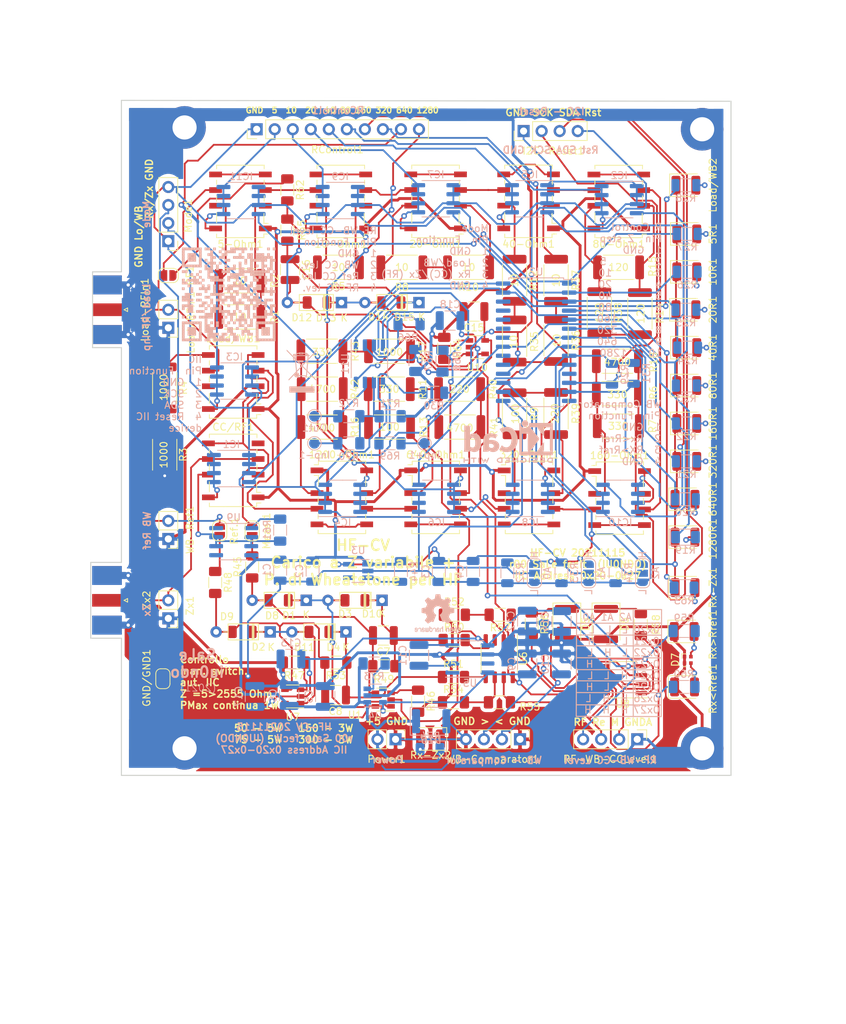
<source format=kicad_pcb>
(kicad_pcb (version 20171130) (host pcbnew "(5.1.12)-1")
  (layers (0 F.Cu signal) (31 B.Cu signal) (34 B.Paste user) (35 F.Paste user) (36 B.SilkS user) (37 F.SilkS user) (38 B.Mask user) (39 F.Mask user hide) (44 Edge.Cuts user))
  (net 0 "")
  (net 1 "Net-(20-Ohm1-Pad2)")
  (net 2 "Net-(20-Ohm1-Pad4)")
  (net 3 "Net-(5-Ohm1-Pad4)")
  (net 4 GNDA)
  (net 5 "Net-(R10-Pad1)")
  (net 6 "Net-(R11-Pad1)")
  (net 7 +5V)
  (net 8 "Net-(20-Ohm1-Pad7)")
  (net 9 "Net-(5-Ohm1-Pad2)")
  (net 10 "Net-(5-Ohm1-Pad7)")
  (net 11 "Net-(Load/WB1-Pad5)")
  (net 12 /HFCaricoVariabile-Load/GND-WB)
  (net 13 GND)
  (net 14 "Net-(10R1-Pad2)")
  (net 15 /HFCaricoVariabile-Load/RL0020)
  (net 16 "Net-(20R1-Pad2)")
  (net 17 /HFCaricoVariabile-Load/RL0005)
  (net 18 "Net-(5R1-Pad2)")
  (net 19 "Net-(IC2-Pad4)")
  (net 20 "Net-(IC3-Pad4)")
  (net 21 /HFCaricoVariabile-Load/RLLoad-WB)
  (net 22 "Net-(IC4-Pad4)")
  (net 23 "Net-(IC5-Pad4)")
  (net 24 "Net-(IC6-Pad4)")
  (net 25 "Net-(IC7-Pad4)")
  (net 26 "Net-(IC8-Pad4)")
  (net 27 "Net-(IC9-Pad4)")
  (net 28 "Net-(IC10-Pad4)")
  (net 29 "Net-(IC11-Pad4)")
  (net 30 "Net-(Load/WB2-Pad2)")
  (net 31 "Net-(A0-Pad2)")
  (net 32 "Net-(A1-Pad2)")
  (net 33 "Net-(A2-Pad2)")
  (net 34 /HFCaricoVariabile-ReleDriver/RL-SCK)
  (net 35 /HFCaricoVariabile-ReleDriver/RL-SDA)
  (net 36 "Net-(10-Ohm1-Pad2)")
  (net 37 "Net-(10-Ohm1-Pad4)")
  (net 38 "Net-(10-Ohm1-Pad7)")
  (net 39 "Net-(40-Ohm1-Pad2)")
  (net 40 "Net-(40-Ohm1-Pad4)")
  (net 41 "Net-(40-Ohm1-Pad7)")
  (net 42 "Net-(R12-Pad1)")
  (net 43 "Net-(R35-Pad1)")
  (net 44 "Net-(R36-Pad1)")
  (net 45 "Net-(R14-Pad1)")
  (net 46 /HFCaricoVariabile-Load/RL0010)
  (net 47 "Net-(1200-Ohm1-Pad2)")
  (net 48 "Net-(1200-Ohm1-Pad4)")
  (net 49 "Net-(1200-Ohm1-Pad6)")
  (net 50 "Net-(1200-Ohm1-Pad7)")
  (net 51 /HFCaricoVariabile-Load/RL1200)
  (net 52 "Net-(1280R1-Pad2)")
  (net 53 "Net-(160-Ohm1-Pad2)")
  (net 54 "Net-(160-Ohm1-Pad3)")
  (net 55 "Net-(160-Ohm1-Pad4)")
  (net 56 "Net-(160-Ohm1-Pad6)")
  (net 57 "Net-(160-Ohm1-Pad7)")
  (net 58 /HFCaricoVariabile-Load/RL0160)
  (net 59 "Net-(160R1-Pad2)")
  (net 60 "Net-(320-Ohm1-Pad2)")
  (net 61 "Net-(320-Ohm1-Pad3)")
  (net 62 "Net-(320-Ohm1-Pad4)")
  (net 63 "Net-(320-Ohm1-Pad7)")
  (net 64 /HFCaricoVariabile-Load/RL0320)
  (net 65 "Net-(320R1-Pad2)")
  (net 66 /HFCaricoVariabile-Load/RL0040)
  (net 67 "Net-(40R1-Pad2)")
  (net 68 "Net-(640-Ohm1-Pad2)")
  (net 69 "Net-(640-Ohm1-Pad4)")
  (net 70 "Net-(640-Ohm1-Pad7)")
  (net 71 /HFCaricoVariabile-Load/RL0640)
  (net 72 "Net-(640R1-Pad2)")
  (net 73 "Net-(80-Ohm1-Pad2)")
  (net 74 "Net-(80-Ohm1-Pad4)")
  (net 75 "Net-(80-Ohm1-Pad7)")
  (net 76 /HFCaricoVariabile-Load/RL0080)
  (net 77 "Net-(80R1-Pad2)")
  (net 78 "Net-(R39-Pad1)")
  (net 79 "Net-(R11-Pad2)")
  (net 80 "Net-(R16-Pad2)")
  (net 81 /HFCaricoVariabile-ReleDriver/RL-RESET)
  (net 82 "Net-(R44-Pad1)")
  (net 83 +3V3)
  (net 84 "/HFCaricoVariabile-Load/HF Carico Variabile Differential OpAmp Measure/WB-Measure")
  (net 85 "/HFCaricoVariabile-Load/HF Carico Variabile Differential OpAmp Measure/WB-Reference")
  (net 86 "Net-(C7-Pad2)")
  (net 87 "Net-(C7-Pad1)")
  (net 88 "Net-(C8-Pad2)")
  (net 89 "Net-(C8-Pad1)")
  (net 90 "Net-(D1-Pad1)")
  (net 91 "Net-(R46-Pad1)")
  (net 92 "Net-(R47-Pad1)")
  (net 93 "Net-(R52-Pad2)")
  (net 94 "Net-(R54-Pad2)")
  (net 95 "Net-(C11-Pad2)")
  (net 96 "Net-(C11-Pad1)")
  (net 97 "Net-(D7-Pad2)")
  (net 98 "Net-(Meas.1-Pad2)")
  (net 99 "Net-(R48-Pad1)")
  (net 100 /HFCaricoVariabile-Load/WB-ReferenceOut)
  (net 101 "Net-(R56-Pad2)")
  (net 102 /HFCaricoVariabile-Load/WB-MeasureOut)
  (net 103 "Net-(R58-Pad1)")
  (net 104 /HFCaricoVariabile-Load/Rx>Rref)
  (net 105 /HFCaricoVariabile-Load/Rx<Rref)
  (net 106 "Net-(R50-Pad2)")
  (net 107 "Net-(R51-Pad2)")
  (net 108 "Net-(D11-Pad2)")
  (net 109 /HFCaricoVariabile-Load/RLRx-Zx)
  (net 110 "Net-(IC1-Pad4)")
  (net 111 /HFCaricoVariabile-Load/1mACC)
  (net 112 "Net-(R61-Pad1)")
  (net 113 "Net-(R63-Pad2)")
  (net 114 "Net-(D7-Pad3)")
  (net 115 "/HFCaricoVariabile-Load/HF Carico Variabile Differential OpAmp Measure/RFLevel")
  (net 116 "Net-(C16-Pad2)")
  (net 117 "Net-(C16-Pad1)")
  (net 118 "Net-(D12-Pad1)")
  (net 119 "Net-(R64-Pad1)")
  (net 120 "Net-(R66-Pad2)")
  (net 121 "Net-(R67-Pad2)")
  (net 122 /HFCaricoVariabile-Load/RFLevel-Out)
  (net 123 "Net-(R62-Pad1)")
  (net 124 "Net-(CC/RF1-Pad3)")
  (net 125 -3V3)
  (net 126 "Net-(R69-Pad2)")
  (net 127 "Net-(R70-Pad2)")
  (net 128 "Net-(R73-Pad2)")
  (net 129 "Net-(10-Ohm1-Pad3)")
  (net 130 "Net-(10-Ohm1-Pad6)")
  (net 131 "Net-(20-Ohm1-Pad3)")
  (net 132 "Net-(40-Ohm1-Pad3)")
  (net 133 +3.3VP)
  (net 134 "Net-(Inp+1-Pad1)")
  (net 135 "Net-(Inp-1-Pad1)")
  (net 136 "Net-(Out1-Pad1)")
  (net 137 /HFCaricoVariabile-Load/ZxR)
  (net 138 "Net-(CC/RF1-Pad4)")
  (net 139 "Net-(Load/WB1-Pad7)")
  (net 140 "Net-(R74-Pad2)")
  (net 141 "Net-(U2-Pad26)")
  (net 142 "Net-(U2-Pad25)")
  (net 143 "Net-(U2-Pad24)")
  (net 144 "Net-(U2-Pad23)")
  (net 145 "Net-(U2-Pad22)")
  (net 146 "Net-(U2-Pad20)")
  (net 147 "Net-(U2-Pad19)")
  (net 148 "Net-(U2-Pad14)")
  (net 149 "Net-(U2-Pad11)")
  (net 150 "Net-(U3-Pad4)")
  (net 151 "Net-(U4-Pad4)")
  (net 152 "Net-(U5-Pad7)")
  (net 153 "Net-(U5-Pad1)")
  (module LED_SMD:LED_1210_3225Metric (layer F.Cu) (at 108.8106 154.8892 180)
    (fp_text reference Rx-Zx2 (at 0 -2.28) (layer F.SilkS))
    (fp_text value LED)
    (pad 2 smd roundrect (at 1.4 0 180) (size 1.25 2.65) (layers F.Cu F.Paste F.Mask) (roundrect_rratio 0.2) (net 140 "Net-(R74-Pad2)"))
    (pad 1 smd roundrect (at -1.4 0 180) (size 1.25 2.65) (layers F.Cu F.Paste F.Mask) (roundrect_rratio 0.2) (net 13 GND))
  )
  (module LED_SMD:LED_1206_3216Metric (layer B.Cu) (at 108.7404 156.3116 180)
    (fp_text reference R74 (at 0 1.82) (layer B.SilkS) (effects (justify mirror)))
    (fp_text value R)
    (pad 2 smd roundrect (at 1.4 0 180) (size 1.25 1.75) (layers B.Cu B.Paste B.Mask) (roundrect_rratio 0.2) (net 140 "Net-(R74-Pad2)"))
    (pad 1 smd roundrect (at -1.4 0 180) (size 1.25 1.75) (layers B.Cu B.Paste B.Mask) (roundrect_rratio 0.2) (net 7 +5V))
  )
  (module Diode_SMD:D_1812_4532Metric (layer B.Cu) (at 108.9152 152.4)
    (fp_text reference D16 (at 0 2.65) (layer B.SilkS) (effects (justify mirror)))
    (fp_text value SD12)
    (pad 2 smd roundrect (at 2.1375 0) (size 1.125 3.4) (layers B.Cu B.Paste B.Mask) (roundrect_rratio 0.2222213333333333) (net 13 GND))
    (pad 1 smd roundrect (at -2.1375 0) (size 1.125 3.4) (layers B.Cu B.Paste B.Mask) (roundrect_rratio 0.2222213333333333) (net 7 +5V))
  )
  (module Symbol:KiCad-Logo2_5mm_SilkScreen (layer B.Cu) (at 119.761 113.03 180)
    (fp_text reference REF** hide)
    (fp_text value KiCad-Logo2_5mm_SilkScreen hide)
  )
  (module Symbol:WEEE-Logo_4.2x6mm_SilkScreen (layer B.Cu) (at 90.678 103.124 180)
    (fp_text reference REF** hide)
    (fp_text value WEEE-Logo_4.2x6mm_SilkScreen hide)
  )
  (module Symbol:OSHW-Logo2_7.3x6mm_SilkScreen (layer B.Cu) (at 109.855 137.287 180)
    (fp_text reference REF** hide)
    (fp_text value OSHW-Logo2_7.3x6mm_SilkScreen hide)
  )
  (module HF_CaricoVariabile_r00:HF_CaricoVaribile_QR-Code-Piccolo-r00 (layer B.Cu) (at 80.391 92.329)
    (fp_text reference QR***** hide)
    (fp_text value HF_CaricoVaribile_QR-Code-Piccolo-r00 hide)
  )
  (module Connector_PinHeader_2.54mm:PinHeader_1x10_P2.54mm_Vertical (layer F.Cu) (at 84.328 69.088 90)
    (fp_text reference RControl1 (at -2.8702 11.3538 180) (layer F.SilkS))
    (fp_text value Conn_01x10_Female)
    (pad 10 thru_hole oval (at 0 22.86 90) (size 1.7 1.7) (drill 1) (layers *.Cu *.Mask) (net 51 /HFCaricoVariabile-Load/RL1200))
    (pad 9 thru_hole oval (at 0 20.32 90) (size 1.7 1.7) (drill 1) (layers *.Cu *.Mask) (net 71 /HFCaricoVariabile-Load/RL0640))
    (pad 8 thru_hole oval (at 0 17.78 90) (size 1.7 1.7) (drill 1) (layers *.Cu *.Mask) (net 64 /HFCaricoVariabile-Load/RL0320))
    (pad 7 thru_hole oval (at 0 15.24 90) (size 1.7 1.7) (drill 1) (layers *.Cu *.Mask) (net 58 /HFCaricoVariabile-Load/RL0160))
    (pad 6 thru_hole oval (at 0 12.7 90) (size 1.7 1.7) (drill 1) (layers *.Cu *.Mask) (net 76 /HFCaricoVariabile-Load/RL0080))
    (pad 5 thru_hole oval (at 0 10.16 90) (size 1.7 1.7) (drill 1) (layers *.Cu *.Mask) (net 66 /HFCaricoVariabile-Load/RL0040))
    (pad 4 thru_hole oval (at 0 7.62 90) (size 1.7 1.7) (drill 1) (layers *.Cu *.Mask) (net 15 /HFCaricoVariabile-Load/RL0020))
    (pad 3 thru_hole oval (at 0 5.08 90) (size 1.7 1.7) (drill 1) (layers *.Cu *.Mask) (net 46 /HFCaricoVariabile-Load/RL0010))
    (pad 2 thru_hole oval (at 0 2.54 90) (size 1.7 1.7) (drill 1) (layers *.Cu *.Mask) (net 17 /HFCaricoVariabile-Load/RL0005))
    (pad 1 thru_hole rect (at 0 0 90) (size 1.7 1.7) (drill 1) (layers *.Cu *.Mask) (net 13 GND))
  )
  (module Package_SO:SOP-8_3.9x4.9mm_P1.27mm (layer B.Cu) (at 100.203 102.108 270)
    (fp_text reference U11 (at 0 3.4 90) (layer B.SilkS) (effects (justify mirror)))
    (fp_text value TL072)
    (pad 8 smd roundrect (at 2.625 1.905 270) (size 1.65 0.6) (layers B.Cu B.Paste B.Mask) (net 83 +3V3))
    (pad 7 smd roundrect (at 2.625 0.635 270) (size 1.65 0.6) (layers B.Cu B.Paste B.Mask) (net 136 "Net-(Out1-Pad1)"))
    (pad 6 smd roundrect (at 2.625 -0.635 270) (size 1.65 0.6) (layers B.Cu B.Paste B.Mask) (net 127 "Net-(R70-Pad2)"))
    (pad 5 smd roundrect (at 2.625 -1.905 270) (size 1.65 0.6) (layers B.Cu B.Paste B.Mask) (net 126 "Net-(R69-Pad2)"))
    (pad 4 smd roundrect (at -2.625 -1.905 270) (size 1.65 0.6) (layers B.Cu B.Paste B.Mask) (net 125 -3V3))
    (pad 3 smd roundrect (at -2.625 -0.635 270) (size 1.65 0.6) (layers B.Cu B.Paste B.Mask) (net 120 "Net-(R66-Pad2)"))
    (pad 2 smd roundrect (at -2.625 0.635 270) (size 1.65 0.6) (layers B.Cu B.Paste B.Mask) (net 121 "Net-(R67-Pad2)"))
    (pad 1 smd roundrect (at -2.625 1.905 270) (size 1.65 0.6) (layers B.Cu B.Paste B.Mask) (net 122 /HFCaricoVariabile-Load/RFLevel-Out))
  )
  (module TestPoint:TestPoint_Pad_D1.5mm (layer B.Cu) (at 92.456 109.474)
    (fp_text reference Out1 (at 0 1.648) (layer B.SilkS) (effects (justify mirror)))
    (fp_text value TestPoint)
    (pad 1 smd circle (at 0 0) (size 1.5 1.5) (layers B.Cu B.Mask) (net 136 "Net-(Out1-Pad1)"))
  )
  (module TestPoint:TestPoint_Pad_D1.5mm (layer B.Cu) (at 92.456 113.284)
    (fp_text reference Inp-1 (at 0 1.648) (layer B.SilkS) (effects (justify mirror)))
    (fp_text value TestPoint)
    (pad 1 smd circle (at 0 0) (size 1.5 1.5) (layers B.Cu B.Mask) (net 135 "Net-(Inp-1-Pad1)"))
  )
  (module TestPoint:TestPoint_Pad_D1.5mm (layer B.Cu) (at 107.95 113.284)
    (fp_text reference Inp+1 (at 0 1.648) (layer B.SilkS) (effects (justify mirror)))
    (fp_text value TestPoint)
    (pad 1 smd circle (at 0 0) (size 1.5 1.5) (layers B.Cu B.Mask) (net 134 "Net-(Inp+1-Pad1)"))
  )
  (module Resistor_SMD:R_1206_3216Metric_Pad1.30x1.75mm_HandSolder (layer B.Cu) (at 100.864 144.272)
    (fp_text reference R73 (at 0 1.82) (layer B.SilkS) (effects (justify mirror)))
    (fp_text value 100K)
    (pad 2 smd roundrect (at 1.55 0) (size 1.3 1.75) (layers B.Cu B.Paste B.Mask) (roundrect_rratio 0.1923076923076923) (net 128 "Net-(R73-Pad2)"))
    (pad 1 smd roundrect (at -1.55 0) (size 1.3 1.75) (layers B.Cu B.Paste B.Mask) (roundrect_rratio 0.1923076923076923) (net 7 +5V))
  )
  (module Resistor_SMD:R_1206_3216Metric_Pad1.30x1.75mm_HandSolder (layer B.Cu) (at 97.308 109.474 180)
    (fp_text reference R72 (at 0 1.82) (layer B.SilkS) (effects (justify mirror)))
    (fp_text value 100K)
    (pad 2 smd roundrect (at 1.55 0 180) (size 1.3 1.75) (layers B.Cu B.Paste B.Mask) (roundrect_rratio 0.1923076923076923) (net 136 "Net-(Out1-Pad1)"))
    (pad 1 smd roundrect (at -1.55 0 180) (size 1.3 1.75) (layers B.Cu B.Paste B.Mask) (roundrect_rratio 0.1923076923076923) (net 127 "Net-(R70-Pad2)"))
  )
  (module Resistor_SMD:R_1206_3216Metric_Pad1.30x1.75mm_HandSolder (layer B.Cu) (at 103.124 109.474)
    (fp_text reference R71 (at 0 -1.778) (layer B.SilkS) (effects (justify mirror)))
    (fp_text value 100K)
    (pad 2 smd roundrect (at 1.55 0) (size 1.3 1.75) (layers B.Cu B.Paste B.Mask) (roundrect_rratio 0.1923076923076923) (net 4 GNDA))
    (pad 1 smd roundrect (at -1.55 0) (size 1.3 1.75) (layers B.Cu B.Paste B.Mask) (roundrect_rratio 0.1923076923076923) (net 127 "Net-(R70-Pad2)"))
  )
  (module Resistor_SMD:R_1206_3216Metric_Pad1.30x1.75mm_HandSolder (layer B.Cu) (at 97.308 113.284)
    (fp_text reference R70 (at 0 1.82) (layer B.SilkS) (effects (justify mirror)))
    (fp_text value 100K)
    (pad 2 smd roundrect (at 1.55 0) (size 1.3 1.75) (layers B.Cu B.Paste B.Mask) (roundrect_rratio 0.1923076923076923) (net 127 "Net-(R70-Pad2)"))
    (pad 1 smd roundrect (at -1.55 0) (size 1.3 1.75) (layers B.Cu B.Paste B.Mask) (roundrect_rratio 0.1923076923076923) (net 135 "Net-(Inp-1-Pad1)"))
  )
  (module Resistor_SMD:R_1206_3216Metric_Pad1.30x1.75mm_HandSolder (layer B.Cu) (at 103.098 113.284 180)
    (fp_text reference R69 (at 0 -1.778) (layer B.SilkS) (effects (justify mirror)))
    (fp_text value 100K)
    (pad 2 smd roundrect (at 1.55 0 180) (size 1.3 1.75) (layers B.Cu B.Paste B.Mask) (roundrect_rratio 0.1923076923076923) (net 126 "Net-(R69-Pad2)"))
    (pad 1 smd roundrect (at -1.55 0 180) (size 1.3 1.75) (layers B.Cu B.Paste B.Mask) (roundrect_rratio 0.1923076923076923) (net 134 "Net-(Inp+1-Pad1)"))
  )
  (module Jumper:SolderJumper-2_P1.3mm_Open_RoundedPad1.0x1.5mm (layer F.Cu) (at 71.12 146.416 90)
    (fp_text reference GND/GND1 (at 0.112 -2.286 90) (layer F.SilkS))
    (fp_text value GND/GND)
    (pad 2 smd custom (at 0.65 0 90) (size 1 0.5) (layers F.Cu F.Mask) (net 13 GND) (options (clearance outline) (anchor rect)) (primitives (gr_circle (center 0 0.25) (end 0.5 0.25) (width 0)) (gr_circle (center 0 -0.25) (end 0.5 -0.25) (width 0)) (gr_poly (pts (xy 0 -0.75) (xy -0.5 -0.75) (xy -0.5 0.75) (xy 0 0.75)) (width 0))))
    (pad 1 smd custom (at -0.65 0 90) (size 1 0.5) (layers F.Cu F.Mask) (net 4 GNDA) (options (clearance outline) (anchor rect)) (primitives (gr_circle (center 0 0.25) (end 0.5 0.25) (width 0)) (gr_circle (center 0 -0.25) (end 0.5 -0.25) (width 0)) (gr_poly (pts (xy 0 -0.75) (xy 0.5 -0.75) (xy 0.5 0.75) (xy 0 0.75)) (width 0))))
  )
  (module LED_SMD:LED_1210_3225Metric (layer F.Cu) (at 144.532 139.762)
    (fp_text reference Rx>Rref1 (at 4.058 0.446 90) (layer F.SilkS))
    (fp_text value LED)
    (pad 2 smd roundrect (at 1.4 0) (size 1.25 2.65) (layers F.Cu F.Paste F.Mask) (roundrect_rratio 0.2) (net 114 "Net-(D7-Pad3)"))
    (pad 1 smd roundrect (at -1.4 0) (size 1.25 2.65) (layers F.Cu F.Paste F.Mask) (roundrect_rratio 0.2) (net 4 GNDA))
  )
  (module LED_SMD:LED_1210_3225Metric (layer F.Cu) (at 144.588 147.574)
    (fp_text reference Rx<Rref1 (at 4.0025 0.254 90) (layer F.SilkS))
    (fp_text value LED)
    (pad 2 smd roundrect (at 1.4 0) (size 1.25 2.65) (layers F.Cu F.Paste F.Mask) (roundrect_rratio 0.2) (net 97 "Net-(D7-Pad2)"))
    (pad 1 smd roundrect (at -1.4 0) (size 1.25 2.65) (layers F.Cu F.Paste F.Mask) (roundrect_rratio 0.2) (net 4 GNDA))
  )
  (module Package_TO_SOT_SMD:SOT-23-5 (layer F.Cu) (at 115.4 99.756)
    (fp_text reference U10 (at 0 2.86) (layer F.SilkS))
    (fp_text value OPA356)
    (pad 5 smd rect (at 1.1 -0.95) (size 1.06 0.65) (layers F.Cu F.Paste F.Mask) (net 83 +3V3))
    (pad 4 smd rect (at 1.1 0.95) (size 1.06 0.65) (layers F.Cu F.Paste F.Mask) (net 116 "Net-(C16-Pad2)"))
    (pad 3 smd rect (at -1.1 0.95) (size 1.06 0.65) (layers F.Cu F.Paste F.Mask) (net 119 "Net-(R64-Pad1)"))
    (pad 2 smd rect (at -1.1 0) (size 1.06 0.65) (layers F.Cu F.Paste F.Mask) (net 125 -3V3))
    (pad 1 smd rect (at -1.1 -0.95) (size 1.06 0.65) (layers F.Cu F.Paste F.Mask) (net 118 "Net-(D12-Pad1)"))
  )
  (module Resistor_SMD:R_1206_3216Metric_Pad1.30x1.75mm_HandSolder (layer B.Cu) (at 110.49 101.727 270)
    (fp_text reference R68 (at 0 -2.032 270) (layer B.SilkS) (effects (justify mirror)))
    (fp_text value 10k)
    (pad 2 smd roundrect (at 1.55 0 270) (size 1.3 1.75) (layers B.Cu B.Paste B.Mask) (roundrect_rratio 0.1923076923076923) (net 121 "Net-(R67-Pad2)"))
    (pad 1 smd roundrect (at -1.55 0 270) (size 1.3 1.75) (layers B.Cu B.Paste B.Mask) (roundrect_rratio 0.1923076923076923) (net 122 /HFCaricoVariabile-Load/RFLevel-Out))
  )
  (module Resistor_SMD:R_1206_3216Metric_Pad1.30x1.75mm_HandSolder (layer B.Cu) (at 106.68 101.626 90)
    (fp_text reference R67 (at 0 1.905 90) (layer B.SilkS) (effects (justify mirror)))
    (fp_text value 10K)
    (pad 2 smd roundrect (at 1.55 0 90) (size 1.3 1.75) (layers B.Cu B.Paste B.Mask) (roundrect_rratio 0.1923076923076923) (net 121 "Net-(R67-Pad2)"))
    (pad 1 smd roundrect (at -1.55 0 90) (size 1.3 1.75) (layers B.Cu B.Paste B.Mask) (roundrect_rratio 0.1923076923076923) (net 4 GNDA))
  )
  (module Resistor_SMD:R_1206_3216Metric_Pad1.30x1.75mm_HandSolder (layer B.Cu) (at 105.791 96.52 180)
    (fp_text reference R66 (at 0.153 -1.905) (layer B.SilkS) (effects (justify mirror)))
    (fp_text value 100K)
    (pad 2 smd roundrect (at 1.55 0 180) (size 1.3 1.75) (layers B.Cu B.Paste B.Mask) (roundrect_rratio 0.1923076923076923) (net 120 "Net-(R66-Pad2)"))
    (pad 1 smd roundrect (at -1.55 0 180) (size 1.3 1.75) (layers B.Cu B.Paste B.Mask) (roundrect_rratio 0.1923076923076923) (net 117 "Net-(C16-Pad1)"))
  )
  (module Resistor_SMD:R_1206_3216Metric_Pad1.30x1.75mm_HandSolder (layer F.Cu) (at 88.646 83.286 90)
    (fp_text reference R65 (at 0 2.032 270) (layer F.SilkS))
    (fp_text value 220K)
    (pad 2 smd roundrect (at 1.55 0 90) (size 1.3 1.75) (layers F.Cu F.Paste F.Mask) (roundrect_rratio 0.1923076923076923) (net 116 "Net-(C16-Pad2)"))
    (pad 1 smd roundrect (at -1.55 0 90) (size 1.3 1.75) (layers F.Cu F.Paste F.Mask) (roundrect_rratio 0.1923076923076923) (net 117 "Net-(C16-Pad1)"))
  )
  (module Resistor_SMD:R_1206_3216Metric_Pad1.30x1.75mm_HandSolder (layer F.Cu) (at 110.744 99.923 90)
    (fp_text reference R64 (at 0 1.905 90) (layer F.SilkS))
    (fp_text value 47K)
    (pad 2 smd roundrect (at 1.55 0 90) (size 1.3 1.75) (layers F.Cu F.Paste F.Mask) (roundrect_rratio 0.1923076923076923) (net 4 GNDA))
    (pad 1 smd roundrect (at -1.55 0 90) (size 1.3 1.75) (layers F.Cu F.Paste F.Mask) (roundrect_rratio 0.1923076923076923) (net 119 "Net-(R64-Pad1)"))
  )
  (module Resistor_SMD:R_1206_3216Metric_Pad1.30x1.75mm_HandSolder (layer F.Cu) (at 88.646 77.623 270)
    (fp_text reference R62 (at 0 -1.82 90) (layer F.SilkS))
    (fp_text value 100K)
    (pad 2 smd roundrect (at 1.55 0 270) (size 1.3 1.75) (layers F.Cu F.Paste F.Mask) (roundrect_rratio 0.1923076923076923) (net 116 "Net-(C16-Pad2)"))
    (pad 1 smd roundrect (at -1.55 0 270) (size 1.3 1.75) (layers F.Cu F.Paste F.Mask) (roundrect_rratio 0.1923076923076923) (net 123 "Net-(R62-Pad1)"))
  )
  (module Jumper:SolderJumper-2_P1.3mm_Open_RoundedPad1.0x1.5mm (layer F.Cu) (at 71.882 89.662)
    (fp_text reference RF1 (at 3.048 0 90) (layer F.SilkS))
    (fp_text value Jumper_2_Open)
    (pad 2 smd custom (at 0.65 0) (size 1 0.5) (layers F.Cu F.Mask) (net 123 "Net-(R62-Pad1)") (options (clearance outline) (anchor rect)) (primitives (gr_circle (center 0 0.25) (end 0.5 0.25) (width 0)) (gr_circle (center 0 -0.25) (end 0.5 -0.25) (width 0)) (gr_poly (pts (xy 0 -0.75) (xy -0.5 -0.75) (xy -0.5 0.75) (xy 0 0.75)) (width 0))))
    (pad 1 smd custom (at -0.65 0) (size 1 0.5) (layers F.Cu F.Mask) (net 115 "/HFCaricoVariabile-Load/HF Carico Variabile Differential OpAmp Measure/RFLevel") (options (clearance outline) (anchor rect)) (primitives (gr_circle (center 0 0.25) (end 0.5 0.25) (width 0)) (gr_circle (center 0 -0.25) (end 0.5 -0.25) (width 0)) (gr_poly (pts (xy 0 -0.75) (xy 0.5 -0.75) (xy 0.5 0.75) (xy 0 0.75)) (width 0))))
  )
  (module Diode_THT:D_DO-35_SOD27_P7.62mm_Horizontal (layer F.Cu) (at 107.188 93.472 180)
    (fp_text reference D15 (at 2.032 -2.032) (layer F.SilkS))
    (fp_text value 1N4148)
    (fp_text user K (at -0.381 -2.032) (layer F.SilkS))
    (pad 2 thru_hole oval (at 7.62 0 180) (size 1.6 1.6) (drill 0.8) (layers *.Cu *.Mask) (net 118 "Net-(D12-Pad1)"))
    (pad 1 thru_hole rect (at 0 0 180) (size 1.6 1.6) (drill 0.8) (layers *.Cu *.Mask) (net 117 "Net-(C16-Pad1)"))
  )
  (module Diode_SMD:D_1206_3216Metric (layer F.Cu) (at 103.254 93.472 180)
    (fp_text reference D14 (at 1.781 -2.032) (layer F.SilkS))
    (fp_text value 1N4148)
    (pad 2 smd roundrect (at 1.4 0 180) (size 1.25 1.75) (layers F.Cu F.Paste F.Mask) (roundrect_rratio 0.2) (net 118 "Net-(D12-Pad1)"))
    (pad 1 smd roundrect (at -1.4 0 180) (size 1.25 1.75) (layers F.Cu F.Paste F.Mask) (roundrect_rratio 0.2) (net 117 "Net-(C16-Pad1)"))
  )
  (module Diode_SMD:D_1206_3216Metric (layer F.Cu) (at 92.84 93.472 180)
    (fp_text reference D13 (at -1.267 -2.159) (layer F.SilkS))
    (fp_text value 1N4148)
    (pad 2 smd roundrect (at 1.4 0 180) (size 1.25 1.75) (layers F.Cu F.Paste F.Mask) (roundrect_rratio 0.2) (net 116 "Net-(C16-Pad2)"))
    (pad 1 smd roundrect (at -1.4 0 180) (size 1.25 1.75) (layers F.Cu F.Paste F.Mask) (roundrect_rratio 0.2) (net 118 "Net-(D12-Pad1)"))
  )
  (module Diode_THT:D_DO-35_SOD27_P7.62mm_Horizontal (layer F.Cu) (at 96.266 93.472 180)
    (fp_text reference D12 (at 5.588 -2.12) (layer F.SilkS))
    (fp_text value 1N4148)
    (fp_text user K (at -0.381 -2.159) (layer F.SilkS))
    (pad 2 thru_hole oval (at 7.62 0 180) (size 1.6 1.6) (drill 0.8) (layers *.Cu *.Mask) (net 116 "Net-(C16-Pad2)"))
    (pad 1 thru_hole rect (at 0 0 180) (size 1.6 1.6) (drill 0.8) (layers *.Cu *.Mask) (net 118 "Net-(D12-Pad1)"))
  )
  (module Resistor_SMD:R_1210_3225Metric (layer B.Cu) (at 111.568 96.012 180)
    (fp_text reference C18 (at 0 2.28) (layer B.SilkS) (effects (justify mirror)))
    (fp_text value 10n)
    (pad 2 smd roundrect (at 1.4625 0 180) (size 1.125 2.65) (layers B.Cu B.Paste B.Mask) (roundrect_rratio 0.2222213333333333) (net 4 GNDA))
    (pad 1 smd roundrect (at -1.4625 0 180) (size 1.125 2.65) (layers B.Cu B.Paste B.Mask) (roundrect_rratio 0.2222213333333333) (net 125 -3V3))
  )
  (module Resistor_SMD:R_1210_3225Metric (layer B.Cu) (at 84.074 148.906 90)
    (fp_text reference C17 (at 0 -2.286 90) (layer B.SilkS) (effects (justify mirror)))
    (fp_text value 10n)
    (pad 2 smd roundrect (at 1.4625 0 90) (size 1.125 2.65) (layers B.Cu B.Paste B.Mask) (roundrect_rratio 0.2222213333333333) (net 4 GNDA))
    (pad 1 smd roundrect (at -1.4625 0 90) (size 1.125 2.65) (layers B.Cu B.Paste B.Mask) (roundrect_rratio 0.2222213333333333) (net 125 -3V3))
  )
  (module Resistor_SMD:R_1210_3225Metric (layer F.Cu) (at 89.027 88.8385 270)
    (fp_text reference C16 (at 0 -2.28 90) (layer F.SilkS))
    (fp_text value 100n)
    (pad 2 smd roundrect (at 1.4625 0 270) (size 1.125 2.65) (layers F.Cu F.Paste F.Mask) (roundrect_rratio 0.2222213333333333) (net 116 "Net-(C16-Pad2)"))
    (pad 1 smd roundrect (at -1.4625 0 270) (size 1.125 2.65) (layers F.Cu F.Paste F.Mask) (roundrect_rratio 0.2222213333333333) (net 117 "Net-(C16-Pad1)"))
  )
  (module Package_SO:SOIC-8_3.9x4.9mm_P1.27mm (layer B.Cu) (at 81.091 127.127 180)
    (fp_text reference U9 (at 0 3.4) (layer B.SilkS) (effects (justify mirror)))
    (fp_text value LM334M)
    (pad 8 smd roundrect (at 2.475 1.905 180) (size 1.95 0.6) (layers B.Cu B.Paste B.Mask))
    (pad 7 smd roundrect (at 2.475 0.635 180) (size 1.95 0.6) (layers B.Cu B.Paste B.Mask) (net 111 /HFCaricoVariabile-Load/1mACC))
    (pad 6 smd roundrect (at 2.475 -0.635 180) (size 1.95 0.6) (layers B.Cu B.Paste B.Mask) (net 111 /HFCaricoVariabile-Load/1mACC))
    (pad 5 smd roundrect (at 2.475 -1.905 180) (size 1.95 0.6) (layers B.Cu B.Paste B.Mask))
    (pad 4 smd roundrect (at -2.475 -1.905 180) (size 1.95 0.6) (layers B.Cu B.Paste B.Mask) (net 7 +5V))
    (pad 3 smd roundrect (at -2.475 -0.635 180) (size 1.95 0.6) (layers B.Cu B.Paste B.Mask) (net 111 /HFCaricoVariabile-Load/1mACC))
    (pad 2 smd roundrect (at -2.475 0.635 180) (size 1.95 0.6) (layers B.Cu B.Paste B.Mask) (net 111 /HFCaricoVariabile-Load/1mACC))
    (pad 1 smd roundrect (at -2.475 1.905 180) (size 1.95 0.6) (layers B.Cu B.Paste B.Mask) (net 112 "Net-(R61-Pad1)"))
  )
  (module LED_SMD:LED_1210_3225Metric (layer F.Cu) (at 144.656 133.604)
    (fp_text reference Rx-Zx1 (at 3.934 0 90) (layer F.SilkS))
    (fp_text value LED)
    (pad 2 smd roundrect (at 1.4 0) (size 1.25 2.65) (layers F.Cu F.Paste F.Mask) (roundrect_rratio 0.2) (net 113 "Net-(R63-Pad2)"))
    (pad 1 smd roundrect (at -1.4 0) (size 1.25 2.65) (layers F.Cu F.Paste F.Mask) (roundrect_rratio 0.2) (net 13 GND))
  )
  (module LED_SMD:LED_1206_3216Metric (layer B.Cu) (at 144.526 133.604)
    (fp_text reference R63 (at 0 1.82) (layer B.SilkS) (effects (justify mirror)))
    (fp_text value R)
    (pad 2 smd roundrect (at 1.4 0) (size 1.25 1.75) (layers B.Cu B.Paste B.Mask) (roundrect_rratio 0.2) (net 113 "Net-(R63-Pad2)"))
    (pad 1 smd roundrect (at -1.4 0) (size 1.25 1.75) (layers B.Cu B.Paste B.Mask) (roundrect_rratio 0.2) (net 110 "Net-(IC1-Pad4)"))
  )
  (module Resistor_SMD:R_1206_3216Metric_Pad1.30x1.75mm_HandSolder (layer B.Cu) (at 87.63 125.502 270)
    (fp_text reference R61 (at 0 1.82 90) (layer B.SilkS) (effects (justify mirror)))
    (fp_text value 68)
    (pad 2 smd roundrect (at 1.55 0 270) (size 1.3 1.75) (layers B.Cu B.Paste B.Mask) (roundrect_rratio 0.1923076923076923) (net 111 /HFCaricoVariabile-Load/1mACC))
    (pad 1 smd roundrect (at -1.55 0 270) (size 1.3 1.75) (layers B.Cu B.Paste B.Mask) (roundrect_rratio 0.1923076923076923) (net 112 "Net-(R61-Pad1)"))
  )
  (module Connector_PinHeader_2.54mm:PinHeader_1x04_P2.54mm_Vertical (layer F.Cu) (at 71.882 84.836 180)
    (fp_text reference Mode1 (at -2.794 3.556 90) (layer F.SilkS))
    (fp_text value Conn_01x04_Female)
    (pad 4 thru_hole oval (at 0 7.62 180) (size 1.7 1.7) (drill 1) (layers *.Cu *.Mask) (net 13 GND))
    (pad 3 thru_hole oval (at 0 5.08 180) (size 1.7 1.7) (drill 1) (layers *.Cu *.Mask) (net 109 /HFCaricoVariabile-Load/RLRx-Zx))
    (pad 2 thru_hole oval (at 0 2.54 180) (size 1.7 1.7) (drill 1) (layers *.Cu *.Mask) (net 21 /HFCaricoVariabile-Load/RLLoad-WB))
    (pad 1 thru_hole rect (at 0 0 180) (size 1.7 1.7) (drill 1) (layers *.Cu *.Mask) (net 13 GND))
  )
  (module Relay_SMD:Relay_DPDT_Omron_G6K-2F-Y (layer F.Cu) (at 81.026 117.094 180)
    (fp_text reference CC/RF1 (at 0 6.096) (layer F.SilkS))
    (fp_text value CC-RF)
    (pad 1 smd rect (at -3.5 -3.8 180) (size 1.8 0.8) (layers F.Cu F.Paste F.Mask) (net 7 +5V))
    (pad 2 smd rect (at -3.5 -0.6 180) (size 1.8 0.8) (layers F.Cu F.Paste F.Mask) (net 137 /HFCaricoVariabile-Load/ZxR))
    (pad 3 smd rect (at -3.5 1.6 180) (size 1.8 0.8) (layers F.Cu F.Paste F.Mask) (net 124 "Net-(CC/RF1-Pad3)"))
    (pad 4 smd rect (at -3.5 3.8 180) (size 1.8 0.8) (layers F.Cu F.Paste F.Mask) (net 138 "Net-(CC/RF1-Pad4)"))
    (pad 5 smd rect (at 3.5 3.8 180) (size 1.8 0.8) (layers F.Cu F.Paste F.Mask) (net 84 "/HFCaricoVariabile-Load/HF Carico Variabile Differential OpAmp Measure/WB-Measure"))
    (pad 6 smd rect (at 3.5 1.6 180) (size 1.8 0.8) (layers F.Cu F.Paste F.Mask) (net 124 "Net-(CC/RF1-Pad3)"))
    (pad 7 smd rect (at 3.5 -0.6 180) (size 1.8 0.8) (layers F.Cu F.Paste F.Mask) (net 111 /HFCaricoVariabile-Load/1mACC))
    (pad 8 smd rect (at 3.5 -3.8 180) (size 1.8 0.8) (layers F.Cu F.Paste F.Mask) (net 109 /HFCaricoVariabile-Load/RLRx-Zx))
  )
  (module Package_SO:SOIC-8_3.9x4.9mm_P1.27mm (layer B.Cu) (at 80.772 116.84 180)
    (fp_text reference IC1 (at 0 3.4) (layer B.SilkS) (effects (justify mirror)))
    (fp_text value STS6NF20V)
    (pad 8 smd roundrect (at 2.475 1.905 180) (size 1.95 0.6) (layers B.Cu B.Paste B.Mask) (net 109 /HFCaricoVariabile-Load/RLRx-Zx))
    (pad 7 smd roundrect (at 2.475 0.635 180) (size 1.95 0.6) (layers B.Cu B.Paste B.Mask) (net 109 /HFCaricoVariabile-Load/RLRx-Zx))
    (pad 6 smd roundrect (at 2.475 -0.635 180) (size 1.95 0.6) (layers B.Cu B.Paste B.Mask) (net 109 /HFCaricoVariabile-Load/RLRx-Zx))
    (pad 5 smd roundrect (at 2.475 -1.905 180) (size 1.95 0.6) (layers B.Cu B.Paste B.Mask) (net 109 /HFCaricoVariabile-Load/RLRx-Zx))
    (pad 4 smd roundrect (at -2.475 -1.905 180) (size 1.95 0.6) (layers B.Cu B.Paste B.Mask) (net 110 "Net-(IC1-Pad4)"))
    (pad 3 smd roundrect (at -2.475 -0.635 180) (size 1.95 0.6) (layers B.Cu B.Paste B.Mask) (net 13 GND))
    (pad 2 smd roundrect (at -2.475 0.635 180) (size 1.95 0.6) (layers B.Cu B.Paste B.Mask) (net 13 GND))
    (pad 1 smd roundrect (at -2.475 1.905 180) (size 1.95 0.6) (layers B.Cu B.Paste B.Mask) (net 13 GND))
  )
  (module LED_SMD:LED_1206_3216Metric (layer B.Cu) (at 144.718 126.492)
    (fp_text reference R19 (at 0 1.82) (layer B.SilkS) (effects (justify mirror)))
    (fp_text value R)
    (pad 2 smd roundrect (at 1.4 0) (size 1.25 1.75) (layers B.Cu B.Paste B.Mask) (roundrect_rratio 0.2) (net 52 "Net-(1280R1-Pad2)"))
    (pad 1 smd roundrect (at -1.4 0) (size 1.25 1.75) (layers B.Cu B.Paste B.Mask) (roundrect_rratio 0.2) (net 22 "Net-(IC4-Pad4)"))
  )
  (module LED_SMD:LED_1210_3225Metric (layer F.Cu) (at 144.78 76.962)
    (fp_text reference Load/WB2 (at 3.81 0 90) (layer F.SilkS))
    (fp_text value LED)
    (pad 2 smd roundrect (at 1.4 0) (size 1.25 2.65) (layers F.Cu F.Paste F.Mask) (roundrect_rratio 0.2) (net 30 "Net-(Load/WB2-Pad2)"))
    (pad 1 smd roundrect (at -1.4 0) (size 1.25 2.65) (layers F.Cu F.Paste F.Mask) (roundrect_rratio 0.2) (net 13 GND))
  )
  (module Package_SO:SOIC-8_3.9x4.9mm_P1.27mm (layer B.Cu) (at 82.124 79.121 180)
    (fp_text reference IC11 (at 0 3.4) (layer B.SilkS) (effects (justify mirror)))
    (fp_text value STS6NF20V)
    (pad 8 smd roundrect (at 2.475 1.905 180) (size 1.95 0.6) (layers B.Cu B.Paste B.Mask) (net 17 /HFCaricoVariabile-Load/RL0005))
    (pad 7 smd roundrect (at 2.475 0.635 180) (size 1.95 0.6) (layers B.Cu B.Paste B.Mask) (net 17 /HFCaricoVariabile-Load/RL0005))
    (pad 6 smd roundrect (at 2.475 -0.635 180) (size 1.95 0.6) (layers B.Cu B.Paste B.Mask) (net 17 /HFCaricoVariabile-Load/RL0005))
    (pad 5 smd roundrect (at 2.475 -1.905 180) (size 1.95 0.6) (layers B.Cu B.Paste B.Mask) (net 17 /HFCaricoVariabile-Load/RL0005))
    (pad 4 smd roundrect (at -2.475 -1.905 180) (size 1.95 0.6) (layers B.Cu B.Paste B.Mask) (net 29 "Net-(IC11-Pad4)"))
    (pad 3 smd roundrect (at -2.475 -0.635 180) (size 1.95 0.6) (layers B.Cu B.Paste B.Mask) (net 13 GND))
    (pad 2 smd roundrect (at -2.475 0.635 180) (size 1.95 0.6) (layers B.Cu B.Paste B.Mask) (net 13 GND))
    (pad 1 smd roundrect (at -2.475 1.905 180) (size 1.95 0.6) (layers B.Cu B.Paste B.Mask) (net 13 GND))
  )
  (module Package_SO:SOIC-8_3.9x4.9mm_P1.27mm (layer B.Cu) (at 135.554 121.031)
    (fp_text reference IC10 (at 0 3.4) (layer B.SilkS) (effects (justify mirror)))
    (fp_text value STS6NF20V)
    (pad 8 smd roundrect (at 2.475 1.905) (size 1.95 0.6) (layers B.Cu B.Paste B.Mask) (net 58 /HFCaricoVariabile-Load/RL0160))
    (pad 7 smd roundrect (at 2.475 0.635) (size 1.95 0.6) (layers B.Cu B.Paste B.Mask) (net 58 /HFCaricoVariabile-Load/RL0160))
    (pad 6 smd roundrect (at 2.475 -0.635) (size 1.95 0.6) (layers B.Cu B.Paste B.Mask) (net 58 /HFCaricoVariabile-Load/RL0160))
    (pad 5 smd roundrect (at 2.475 -1.905) (size 1.95 0.6) (layers B.Cu B.Paste B.Mask) (net 58 /HFCaricoVariabile-Load/RL0160))
    (pad 4 smd roundrect (at -2.475 -1.905) (size 1.95 0.6) (layers B.Cu B.Paste B.Mask) (net 28 "Net-(IC10-Pad4)"))
    (pad 3 smd roundrect (at -2.475 -0.635) (size 1.95 0.6) (layers B.Cu B.Paste B.Mask) (net 13 GND))
    (pad 2 smd roundrect (at -2.475 0.635) (size 1.95 0.6) (layers B.Cu B.Paste B.Mask) (net 13 GND))
    (pad 1 smd roundrect (at -2.475 1.905) (size 1.95 0.6) (layers B.Cu B.Paste B.Mask) (net 13 GND))
  )
  (module Package_SO:SOIC-8_3.9x4.9mm_P1.27mm (layer B.Cu) (at 96.094 79.121 180)
    (fp_text reference IC9 (at 0 3.4) (layer B.SilkS) (effects (justify mirror)))
    (fp_text value STS6NF20V)
    (pad 8 smd roundrect (at 2.475 1.905 180) (size 1.95 0.6) (layers B.Cu B.Paste B.Mask) (net 46 /HFCaricoVariabile-Load/RL0010))
    (pad 7 smd roundrect (at 2.475 0.635 180) (size 1.95 0.6) (layers B.Cu B.Paste B.Mask) (net 46 /HFCaricoVariabile-Load/RL0010))
    (pad 6 smd roundrect (at 2.475 -0.635 180) (size 1.95 0.6) (layers B.Cu B.Paste B.Mask) (net 46 /HFCaricoVariabile-Load/RL0010))
    (pad 5 smd roundrect (at 2.475 -1.905 180) (size 1.95 0.6) (layers B.Cu B.Paste B.Mask) (net 46 /HFCaricoVariabile-Load/RL0010))
    (pad 4 smd roundrect (at -2.475 -1.905 180) (size 1.95 0.6) (layers B.Cu B.Paste B.Mask) (net 27 "Net-(IC9-Pad4)"))
    (pad 3 smd roundrect (at -2.475 -0.635 180) (size 1.95 0.6) (layers B.Cu B.Paste B.Mask) (net 13 GND))
    (pad 2 smd roundrect (at -2.475 0.635 180) (size 1.95 0.6) (layers B.Cu B.Paste B.Mask) (net 13 GND))
    (pad 1 smd roundrect (at -2.475 1.905 180) (size 1.95 0.6) (layers B.Cu B.Paste B.Mask) (net 13 GND))
  )
  (module Package_SO:SOIC-8_3.9x4.9mm_P1.27mm (layer B.Cu) (at 122.854 121.031)
    (fp_text reference IC8 (at 0 3.4) (layer B.SilkS) (effects (justify mirror)))
    (fp_text value STS6NF20V)
    (pad 8 smd roundrect (at 2.475 1.905) (size 1.95 0.6) (layers B.Cu B.Paste B.Mask) (net 64 /HFCaricoVariabile-Load/RL0320))
    (pad 7 smd roundrect (at 2.475 0.635) (size 1.95 0.6) (layers B.Cu B.Paste B.Mask) (net 64 /HFCaricoVariabile-Load/RL0320))
    (pad 6 smd roundrect (at 2.475 -0.635) (size 1.95 0.6) (layers B.Cu B.Paste B.Mask) (net 64 /HFCaricoVariabile-Load/RL0320))
    (pad 5 smd roundrect (at 2.475 -1.905) (size 1.95 0.6) (layers B.Cu B.Paste B.Mask) (net 64 /HFCaricoVariabile-Load/RL0320))
    (pad 4 smd roundrect (at -2.475 -1.905) (size 1.95 0.6) (layers B.Cu B.Paste B.Mask) (net 26 "Net-(IC8-Pad4)"))
    (pad 3 smd roundrect (at -2.475 -0.635) (size 1.95 0.6) (layers B.Cu B.Paste B.Mask) (net 13 GND))
    (pad 2 smd roundrect (at -2.475 0.635) (size 1.95 0.6) (layers B.Cu B.Paste B.Mask) (net 13 GND))
    (pad 1 smd roundrect (at -2.475 1.905) (size 1.95 0.6) (layers B.Cu B.Paste B.Mask) (net 13 GND))
  )
  (module Package_SO:SOIC-8_3.9x4.9mm_P1.27mm (layer B.Cu) (at 109.556 78.867 180)
    (fp_text reference IC7 (at 0 3.4) (layer B.SilkS) (effects (justify mirror)))
    (fp_text value STS6NF20V)
    (pad 8 smd roundrect (at 2.475 1.905 180) (size 1.95 0.6) (layers B.Cu B.Paste B.Mask) (net 15 /HFCaricoVariabile-Load/RL0020))
    (pad 7 smd roundrect (at 2.475 0.635 180) (size 1.95 0.6) (layers B.Cu B.Paste B.Mask) (net 15 /HFCaricoVariabile-Load/RL0020))
    (pad 6 smd roundrect (at 2.475 -0.635 180) (size 1.95 0.6) (layers B.Cu B.Paste B.Mask) (net 15 /HFCaricoVariabile-Load/RL0020))
    (pad 5 smd roundrect (at 2.475 -1.905 180) (size 1.95 0.6) (layers B.Cu B.Paste B.Mask) (net 15 /HFCaricoVariabile-Load/RL0020))
    (pad 4 smd roundrect (at -2.475 -1.905 180) (size 1.95 0.6) (layers B.Cu B.Paste B.Mask) (net 25 "Net-(IC7-Pad4)"))
    (pad 3 smd roundrect (at -2.475 -0.635 180) (size 1.95 0.6) (layers B.Cu B.Paste B.Mask) (net 13 GND))
    (pad 2 smd roundrect (at -2.475 0.635 180) (size 1.95 0.6) (layers B.Cu B.Paste B.Mask) (net 13 GND))
    (pad 1 smd roundrect (at -2.475 1.905 180) (size 1.95 0.6) (layers B.Cu B.Paste B.Mask) (net 13 GND))
  )
  (module Package_SO:SOIC-8_3.9x4.9mm_P1.27mm (layer B.Cu) (at 109.646 121.031)
    (fp_text reference IC6 (at 0 3.4) (layer B.SilkS) (effects (justify mirror)))
    (fp_text value STS6NF20V)
    (pad 8 smd roundrect (at 2.475 1.905) (size 1.95 0.6) (layers B.Cu B.Paste B.Mask) (net 71 /HFCaricoVariabile-Load/RL0640))
    (pad 7 smd roundrect (at 2.475 0.635) (size 1.95 0.6) (layers B.Cu B.Paste B.Mask) (net 71 /HFCaricoVariabile-Load/RL0640))
    (pad 6 smd roundrect (at 2.475 -0.635) (size 1.95 0.6) (layers B.Cu B.Paste B.Mask) (net 71 /HFCaricoVariabile-Load/RL0640))
    (pad 5 smd roundrect (at 2.475 -1.905) (size 1.95 0.6) (layers B.Cu B.Paste B.Mask) (net 71 /HFCaricoVariabile-Load/RL0640))
    (pad 4 smd roundrect (at -2.475 -1.905) (size 1.95 0.6) (layers B.Cu B.Paste B.Mask) (net 24 "Net-(IC6-Pad4)"))
    (pad 3 smd roundrect (at -2.475 -0.635) (size 1.95 0.6) (layers B.Cu B.Paste B.Mask) (net 13 GND))
    (pad 2 smd roundrect (at -2.475 0.635) (size 1.95 0.6) (layers B.Cu B.Paste B.Mask) (net 13 GND))
    (pad 1 smd roundrect (at -2.475 1.905) (size 1.95 0.6) (layers B.Cu B.Paste B.Mask) (net 13 GND))
  )
  (module Package_SO:SOIC-8_3.9x4.9mm_P1.27mm (layer B.Cu) (at 122.764 78.867 180)
    (fp_text reference IC5 (at 0 3.4) (layer B.SilkS) (effects (justify mirror)))
    (fp_text value STS6NF20V)
    (pad 8 smd roundrect (at 2.475 1.905 180) (size 1.95 0.6) (layers B.Cu B.Paste B.Mask) (net 66 /HFCaricoVariabile-Load/RL0040))
    (pad 7 smd roundrect (at 2.475 0.635 180) (size 1.95 0.6) (layers B.Cu B.Paste B.Mask) (net 66 /HFCaricoVariabile-Load/RL0040))
    (pad 6 smd roundrect (at 2.475 -0.635 180) (size 1.95 0.6) (layers B.Cu B.Paste B.Mask) (net 66 /HFCaricoVariabile-Load/RL0040))
    (pad 5 smd roundrect (at 2.475 -1.905 180) (size 1.95 0.6) (layers B.Cu B.Paste B.Mask) (net 66 /HFCaricoVariabile-Load/RL0040))
    (pad 4 smd roundrect (at -2.475 -1.905 180) (size 1.95 0.6) (layers B.Cu B.Paste B.Mask) (net 23 "Net-(IC5-Pad4)"))
    (pad 3 smd roundrect (at -2.475 -0.635 180) (size 1.95 0.6) (layers B.Cu B.Paste B.Mask) (net 13 GND))
    (pad 2 smd roundrect (at -2.475 0.635 180) (size 1.95 0.6) (layers B.Cu B.Paste B.Mask) (net 13 GND))
    (pad 1 smd roundrect (at -2.475 1.905 180) (size 1.95 0.6) (layers B.Cu B.Paste B.Mask) (net 13 GND))
  )
  (module Package_SO:SOIC-8_3.9x4.9mm_P1.27mm (layer B.Cu) (at 96.438 121.031)
    (fp_text reference IC4 (at 0 3.4) (layer B.SilkS) (effects (justify mirror)))
    (fp_text value STS6NF20V)
    (pad 8 smd roundrect (at 2.475 1.905) (size 1.95 0.6) (layers B.Cu B.Paste B.Mask) (net 51 /HFCaricoVariabile-Load/RL1200))
    (pad 7 smd roundrect (at 2.475 0.635) (size 1.95 0.6) (layers B.Cu B.Paste B.Mask) (net 51 /HFCaricoVariabile-Load/RL1200))
    (pad 6 smd roundrect (at 2.475 -0.635) (size 1.95 0.6) (layers B.Cu B.Paste B.Mask) (net 51 /HFCaricoVariabile-Load/RL1200))
    (pad 5 smd roundrect (at 2.475 -1.905) (size 1.95 0.6) (layers B.Cu B.Paste B.Mask) (net 51 /HFCaricoVariabile-Load/RL1200))
    (pad 4 smd roundrect (at -2.475 -1.905) (size 1.95 0.6) (layers B.Cu B.Paste B.Mask) (net 22 "Net-(IC4-Pad4)"))
    (pad 3 smd roundrect (at -2.475 -0.635) (size 1.95 0.6) (layers B.Cu B.Paste B.Mask) (net 13 GND))
    (pad 2 smd roundrect (at -2.475 0.635) (size 1.95 0.6) (layers B.Cu B.Paste B.Mask) (net 13 GND))
    (pad 1 smd roundrect (at -2.475 1.905) (size 1.95 0.6) (layers B.Cu B.Paste B.Mask) (net 13 GND))
  )
  (module Package_SO:SOIC-8_3.9x4.9mm_P1.27mm (layer B.Cu) (at 81.198 104.521 180)
    (fp_text reference IC3 (at 0 3.4) (layer B.SilkS) (effects (justify mirror)))
    (fp_text value STS6NF20V)
    (pad 8 smd roundrect (at 2.475 1.905 180) (size 1.95 0.6) (layers B.Cu B.Paste B.Mask) (net 21 /HFCaricoVariabile-Load/RLLoad-WB))
    (pad 7 smd roundrect (at 2.475 0.635 180) (size 1.95 0.6) (layers B.Cu B.Paste B.Mask) (net 21 /HFCaricoVariabile-Load/RLLoad-WB))
    (pad 6 smd roundrect (at 2.475 -0.635 180) (size 1.95 0.6) (layers B.Cu B.Paste B.Mask) (net 21 /HFCaricoVariabile-Load/RLLoad-WB))
    (pad 5 smd roundrect (at 2.475 -1.905 180) (size 1.95 0.6) (layers B.Cu B.Paste B.Mask) (net 21 /HFCaricoVariabile-Load/RLLoad-WB))
    (pad 4 smd roundrect (at -2.475 -1.905 180) (size 1.95 0.6) (layers B.Cu B.Paste B.Mask) (net 20 "Net-(IC3-Pad4)"))
    (pad 3 smd roundrect (at -2.475 -0.635 180) (size 1.95 0.6) (layers B.Cu B.Paste B.Mask) (net 13 GND))
    (pad 2 smd roundrect (at -2.475 0.635 180) (size 1.95 0.6) (layers B.Cu B.Paste B.Mask) (net 13 GND))
    (pad 1 smd roundrect (at -2.475 1.905 180) (size 1.95 0.6) (layers B.Cu B.Paste B.Mask) (net 13 GND))
  )
  (module Package_SO:SOIC-8_3.9x4.9mm_P1.27mm (layer B.Cu) (at 135.382 78.994 180)
    (fp_text reference IC2 (at 0 3.4) (layer B.SilkS) (effects (justify mirror)))
    (fp_text value STS6NF20V)
    (pad 8 smd roundrect (at 2.475 1.905 180) (size 1.95 0.6) (layers B.Cu B.Paste B.Mask) (net 76 /HFCaricoVariabile-Load/RL0080))
    (pad 7 smd roundrect (at 2.475 0.635 180) (size 1.95 0.6) (layers B.Cu B.Paste B.Mask) (net 76 /HFCaricoVariabile-Load/RL0080))
    (pad 6 smd roundrect (at 2.475 -0.635 180) (size 1.95 0.6) (layers B.Cu B.Paste B.Mask) (net 76 /HFCaricoVariabile-Load/RL0080))
    (pad 5 smd roundrect (at 2.475 -1.905 180) (size 1.95 0.6) (layers B.Cu B.Paste B.Mask) (net 76 /HFCaricoVariabile-Load/RL0080))
    (pad 4 smd roundrect (at -2.475 -1.905 180) (size 1.95 0.6) (layers B.Cu B.Paste B.Mask) (net 19 "Net-(IC2-Pad4)"))
    (pad 3 smd roundrect (at -2.475 -0.635 180) (size 1.95 0.6) (layers B.Cu B.Paste B.Mask) (net 13 GND))
    (pad 2 smd roundrect (at -2.475 0.635 180) (size 1.95 0.6) (layers B.Cu B.Paste B.Mask) (net 13 GND))
    (pad 1 smd roundrect (at -2.475 1.905 180) (size 1.95 0.6) (layers B.Cu B.Paste B.Mask) (net 13 GND))
  )
  (module Diode_SMD:D_1206_3216Metric (layer F.Cu) (at 93.094 139.827 180)
    (fp_text reference D11 (at 2.035 -2.159) (layer F.SilkS))
    (fp_text value 1N4148)
    (pad 2 smd roundrect (at 1.4 0 180) (size 1.25 1.75) (layers F.Cu F.Paste F.Mask) (roundrect_rratio 0.2) (net 108 "Net-(D11-Pad2)"))
    (pad 1 smd roundrect (at -1.4 0 180) (size 1.25 1.75) (layers F.Cu F.Paste F.Mask) (roundrect_rratio 0.2) (net 89 "Net-(C8-Pad1)"))
  )
  (module Diode_SMD:D_1206_3216Metric (layer F.Cu) (at 98.171 135.382 180)
    (fp_text reference D10 (at -2.416 -1.905) (layer F.SilkS))
    (fp_text value 1N4148)
    (pad 2 smd roundrect (at 1.4 0 180) (size 1.25 1.75) (layers F.Cu F.Paste F.Mask) (roundrect_rratio 0.2) (net 90 "Net-(D1-Pad1)"))
    (pad 1 smd roundrect (at -1.4 0 180) (size 1.25 1.75) (layers F.Cu F.Paste F.Mask) (roundrect_rratio 0.2) (net 87 "Net-(C7-Pad1)"))
  )
  (module Diode_SMD:D_1206_3216Metric (layer F.Cu) (at 82.293 139.827 180)
    (fp_text reference D9 (at 2.156 2.159) (layer F.SilkS))
    (fp_text value 1N4148)
    (pad 2 smd roundrect (at 1.4 0 180) (size 1.25 1.75) (layers F.Cu F.Paste F.Mask) (roundrect_rratio 0.2) (net 88 "Net-(C8-Pad2)"))
    (pad 1 smd roundrect (at -1.4 0 180) (size 1.25 1.75) (layers F.Cu F.Paste F.Mask) (roundrect_rratio 0.2) (net 108 "Net-(D11-Pad2)"))
  )
  (module Diode_SMD:D_1206_3216Metric (layer F.Cu) (at 87.376 135.382 180)
    (fp_text reference D8 (at 0.889 -2.159) (layer F.SilkS))
    (fp_text value 1N4148)
    (pad 2 smd roundrect (at 1.4 0 180) (size 1.25 1.75) (layers F.Cu F.Paste F.Mask) (roundrect_rratio 0.2) (net 86 "Net-(C7-Pad2)"))
    (pad 1 smd roundrect (at -1.4 0 180) (size 1.25 1.75) (layers F.Cu F.Paste F.Mask) (roundrect_rratio 0.2) (net 90 "Net-(D1-Pad1)"))
  )
  (module LED_SMD:LED_1210_3225Metric (layer F.Cu) (at 144.904 105.156)
    (fp_text reference 80R1 (at 3.686 0 90) (layer F.SilkS))
    (fp_text value LED)
    (pad 2 smd roundrect (at 1.4 0) (size 1.25 2.65) (layers F.Cu F.Paste F.Mask) (roundrect_rratio 0.2) (net 77 "Net-(80R1-Pad2)"))
    (pad 1 smd roundrect (at -1.4 0) (size 1.25 2.65) (layers F.Cu F.Paste F.Mask) (roundrect_rratio 0.2) (net 13 GND))
  )
  (module LED_SMD:LED_1210_3225Metric (layer F.Cu) (at 144.65 121.158)
    (fp_text reference 640R1 (at 3.94 0 90) (layer F.SilkS))
    (fp_text value LED)
    (pad 2 smd roundrect (at 1.4 0) (size 1.25 2.65) (layers F.Cu F.Paste F.Mask) (roundrect_rratio 0.2) (net 72 "Net-(640R1-Pad2)"))
    (pad 1 smd roundrect (at -1.4 0) (size 1.25 2.65) (layers F.Cu F.Paste F.Mask) (roundrect_rratio 0.2) (net 13 GND))
  )
  (module LED_SMD:LED_1210_3225Metric (layer F.Cu) (at 144.904 83.82)
    (fp_text reference 5R1 (at 3.686 0 90) (layer F.SilkS))
    (fp_text value LED)
    (pad 2 smd roundrect (at 1.4 0) (size 1.25 2.65) (layers F.Cu F.Paste F.Mask) (roundrect_rratio 0.2) (net 18 "Net-(5R1-Pad2)"))
    (pad 1 smd roundrect (at -1.4 0) (size 1.25 2.65) (layers F.Cu F.Paste F.Mask) (roundrect_rratio 0.2) (net 13 GND))
  )
  (module LED_SMD:LED_1210_3225Metric (layer F.Cu) (at 144.91 99.822)
    (fp_text reference 40R1 (at 3.68 0 90) (layer F.SilkS))
    (fp_text value LED)
    (pad 2 smd roundrect (at 1.4 0) (size 1.25 2.65) (layers F.Cu F.Paste F.Mask) (roundrect_rratio 0.2) (net 67 "Net-(40R1-Pad2)"))
    (pad 1 smd roundrect (at -1.4 0) (size 1.25 2.65) (layers F.Cu F.Paste F.Mask) (roundrect_rratio 0.2) (net 13 GND))
  )
  (module LED_SMD:LED_1210_3225Metric (layer F.Cu) (at 144.904 115.824)
    (fp_text reference 320R1 (at 3.686 0 90) (layer F.SilkS))
    (fp_text value LED)
    (pad 2 smd roundrect (at 1.4 0) (size 1.25 2.65) (layers F.Cu F.Paste F.Mask) (roundrect_rratio 0.2) (net 65 "Net-(320R1-Pad2)"))
    (pad 1 smd roundrect (at -1.4 0) (size 1.25 2.65) (layers F.Cu F.Paste F.Mask) (roundrect_rratio 0.2) (net 13 GND))
  )
  (module LED_SMD:LED_1210_3225Metric (layer F.Cu) (at 144.78 94.488)
    (fp_text reference 20R1 (at 3.81 0 90) (layer F.SilkS))
    (fp_text value LED)
    (pad 2 smd roundrect (at 1.4 0) (size 1.25 2.65) (layers F.Cu F.Paste F.Mask) (roundrect_rratio 0.2) (net 16 "Net-(20R1-Pad2)"))
    (pad 1 smd roundrect (at -1.4 0) (size 1.25 2.65) (layers F.Cu F.Paste F.Mask) (roundrect_rratio 0.2) (net 13 GND))
  )
  (module LED_SMD:LED_1210_3225Metric (layer F.Cu) (at 144.904 110.49)
    (fp_text reference 160R1 (at 3.686 0 90) (layer F.SilkS))
    (fp_text value LED)
    (pad 2 smd roundrect (at 1.4 0) (size 1.25 2.65) (layers F.Cu F.Paste F.Mask) (roundrect_rratio 0.2) (net 59 "Net-(160R1-Pad2)"))
    (pad 1 smd roundrect (at -1.4 0) (size 1.25 2.65) (layers F.Cu F.Paste F.Mask) (roundrect_rratio 0.2) (net 13 GND))
  )
  (module LED_SMD:LED_1210_3225Metric (layer F.Cu) (at 144.65 126.492)
    (fp_text reference 1280R1 (at 3.94 0.254 90) (layer F.SilkS))
    (fp_text value LED)
    (pad 2 smd roundrect (at 1.4 0) (size 1.25 2.65) (layers F.Cu F.Paste F.Mask) (roundrect_rratio 0.2) (net 52 "Net-(1280R1-Pad2)"))
    (pad 1 smd roundrect (at -1.4 0) (size 1.25 2.65) (layers F.Cu F.Paste F.Mask) (roundrect_rratio 0.2) (net 13 GND))
  )
  (module LED_SMD:LED_1210_3225Metric (layer F.Cu) (at 144.904 89.154)
    (fp_text reference 10R1 (at 3.686 0 90) (layer F.SilkS))
    (fp_text value LED)
    (pad 2 smd roundrect (at 1.4 0) (size 1.25 2.65) (layers F.Cu F.Paste F.Mask) (roundrect_rratio 0.2) (net 14 "Net-(10R1-Pad2)"))
    (pad 1 smd roundrect (at -1.4 0) (size 1.25 2.65) (layers F.Cu F.Paste F.Mask) (roundrect_rratio 0.2) (net 13 GND))
  )
  (module Connector_PinHeader_2.54mm:PinHeader_1x04_P2.54mm_Vertical (layer F.Cu) (at 121.412 154.94 270)
    (fp_text reference WB-Comparator1 (at 2.794 3.81 180) (layer F.SilkS))
    (fp_text value Conn_01x04_Female)
    (pad 4 thru_hole oval (at 0 7.62 270) (size 1.7 1.7) (drill 1) (layers *.Cu *.Mask) (net 13 GND))
    (pad 3 thru_hole oval (at 0 5.08 270) (size 1.7 1.7) (drill 1) (layers *.Cu *.Mask) (net 104 /HFCaricoVariabile-Load/Rx>Rref))
    (pad 2 thru_hole oval (at 0 2.54 270) (size 1.7 1.7) (drill 1) (layers *.Cu *.Mask) (net 105 /HFCaricoVariabile-Load/Rx<Rref))
    (pad 1 thru_hole rect (at 0 0 270) (size 1.7 1.7) (drill 1) (layers *.Cu *.Mask) (net 13 GND))
  )
  (module Package_SO:SOP-8_3.9x4.9mm_P1.27mm (layer F.Cu) (at 135.89 146.558 180)
    (fp_text reference U8 (at 0 -3.4) (layer F.SilkS))
    (fp_text value TL072)
    (pad 8 smd roundrect (at 2.625 -1.905 180) (size 1.65 0.6) (layers F.Cu F.Paste F.Mask) (net 83 +3V3))
    (pad 7 smd roundrect (at 2.625 -0.635 180) (size 1.65 0.6) (layers F.Cu F.Paste F.Mask) (net 103 "Net-(R58-Pad1)"))
    (pad 6 smd roundrect (at 2.625 0.635 180) (size 1.65 0.6) (layers F.Cu F.Paste F.Mask) (net 102 /HFCaricoVariabile-Load/WB-MeasureOut))
    (pad 5 smd roundrect (at 2.625 1.905 180) (size 1.65 0.6) (layers F.Cu F.Paste F.Mask) (net 100 /HFCaricoVariabile-Load/WB-ReferenceOut))
    (pad 4 smd roundrect (at -2.625 1.905 180) (size 1.65 0.6) (layers F.Cu F.Paste F.Mask) (net 125 -3V3))
    (pad 3 smd roundrect (at -2.625 0.635 180) (size 1.65 0.6) (layers F.Cu F.Paste F.Mask) (net 102 /HFCaricoVariabile-Load/WB-MeasureOut))
    (pad 2 smd roundrect (at -2.625 -0.635 180) (size 1.65 0.6) (layers F.Cu F.Paste F.Mask) (net 100 /HFCaricoVariabile-Load/WB-ReferenceOut))
    (pad 1 smd roundrect (at -2.625 -1.905 180) (size 1.65 0.6) (layers F.Cu F.Paste F.Mask) (net 101 "Net-(R56-Pad2)"))
  )
  (module Package_SO:SOP-8_3.9x4.9mm_P1.27mm (layer F.Cu) (at 118.491 143.595 270)
    (fp_text reference U6 (at 0 -3.4 270) (layer F.SilkS))
    (fp_text value TL072)
    (pad 8 smd roundrect (at 2.625 -1.905 270) (size 1.65 0.6) (layers F.Cu F.Paste F.Mask) (net 83 +3V3))
    (pad 7 smd roundrect (at 2.625 -0.635 270) (size 1.65 0.6) (layers F.Cu F.Paste F.Mask) (net 100 /HFCaricoVariabile-Load/WB-ReferenceOut))
    (pad 6 smd roundrect (at 2.625 0.635 270) (size 1.65 0.6) (layers F.Cu F.Paste F.Mask) (net 94 "Net-(R54-Pad2)"))
    (pad 5 smd roundrect (at 2.625 1.905 270) (size 1.65 0.6) (layers F.Cu F.Paste F.Mask) (net 107 "Net-(R51-Pad2)"))
    (pad 4 smd roundrect (at -2.625 1.905 270) (size 1.65 0.6) (layers F.Cu F.Paste F.Mask) (net 125 -3V3))
    (pad 3 smd roundrect (at -2.625 0.635 270) (size 1.65 0.6) (layers F.Cu F.Paste F.Mask) (net 106 "Net-(R50-Pad2)"))
    (pad 2 smd roundrect (at -2.625 -0.635 270) (size 1.65 0.6) (layers F.Cu F.Paste F.Mask) (net 93 "Net-(R52-Pad2)"))
    (pad 1 smd roundrect (at -2.625 -1.905 270) (size 1.65 0.6) (layers F.Cu F.Paste F.Mask) (net 102 /HFCaricoVariabile-Load/WB-MeasureOut))
  )
  (module Diode_SMD:D_1812_4532Metric (layer F.Cu) (at 133.529 138.724 270)
    (fp_text reference D6 (at 0 -2.65 270) (layer F.SilkS))
    (fp_text value SD12)
    (pad 2 smd roundrect (at 2.1375 0 270) (size 1.125 3.4) (layers F.Cu F.Paste F.Mask) (roundrect_rratio 0.2222213333333333) (net 4 GNDA))
    (pad 1 smd roundrect (at -2.1375 0 270) (size 1.125 3.4) (layers F.Cu F.Paste F.Mask) (roundrect_rratio 0.2222213333333333) (net 105 /HFCaricoVariabile-Load/Rx<Rref))
  )
  (module Diode_SMD:D_1812_4532Metric (layer F.Cu) (at 128.016 138.724 270)
    (fp_text reference D5 (at 0 -2.65 270) (layer F.SilkS))
    (fp_text value SD12)
    (pad 2 smd roundrect (at 2.1375 0 270) (size 1.125 3.4) (layers F.Cu F.Paste F.Mask) (roundrect_rratio 0.2222213333333333) (net 4 GNDA))
    (pad 1 smd roundrect (at -2.1375 0 270) (size 1.125 3.4) (layers F.Cu F.Paste F.Mask) (roundrect_rratio 0.2222213333333333) (net 104 /HFCaricoVariabile-Load/Rx>Rref))
  )
  (module Connector_PinHeader_2.54mm:PinHeader_1x04_P2.54mm_Vertical (layer F.Cu) (at 137.922 154.94 270)
    (fp_text reference RF-WB-CCLevel1 (at 2.794 3.81 180) (layer F.SilkS))
    (fp_text value Conn_01x04_Female)
    (pad 4 thru_hole oval (at 0 7.62 270) (size 1.7 1.7) (drill 1) (layers *.Cu *.Mask) (net 122 /HFCaricoVariabile-Load/RFLevel-Out))
    (pad 3 thru_hole oval (at 0 5.08 270) (size 1.7 1.7) (drill 1) (layers *.Cu *.Mask) (net 100 /HFCaricoVariabile-Load/WB-ReferenceOut))
    (pad 2 thru_hole oval (at 0 2.54 270) (size 1.7 1.7) (drill 1) (layers *.Cu *.Mask) (net 102 /HFCaricoVariabile-Load/WB-MeasureOut))
    (pad 1 thru_hole rect (at 0 0 270) (size 1.7 1.7) (drill 1) (layers *.Cu *.Mask) (net 4 GNDA))
  )
  (module Jumper:SolderJumper-2_P1.3mm_Open_RoundedPad1.0x1.5mm (layer F.Cu) (at 79.121 125.603 270)
    (fp_text reference Ref.1 (at 0 -2.032 90) (layer F.SilkS))
    (fp_text value Jumper_2_Open)
    (pad 2 smd custom (at 0.65 0 270) (size 1 0.5) (layers F.Cu F.Mask) (net 99 "Net-(R48-Pad1)") (options (clearance outline) (anchor rect)) (primitives (gr_circle (center 0 0.25) (end 0.5 0.25) (width 0)) (gr_circle (center 0 -0.25) (end 0.5 -0.25) (width 0)) (gr_poly (pts (xy 0 -0.75) (xy -0.5 -0.75) (xy -0.5 0.75) (xy 0 0.75)) (width 0))))
    (pad 1 smd custom (at -0.65 0 270) (size 1 0.5) (layers F.Cu F.Mask) (net 85 "/HFCaricoVariabile-Load/HF Carico Variabile Differential OpAmp Measure/WB-Reference") (options (clearance outline) (anchor rect)) (primitives (gr_circle (center 0 0.25) (end 0.5 0.25) (width 0)) (gr_circle (center 0 -0.25) (end 0.5 -0.25) (width 0)) (gr_poly (pts (xy 0 -0.75) (xy 0.5 -0.75) (xy 0.5 0.75) (xy 0 0.75)) (width 0))))
  )
  (module Resistor_SMD:R_1206_3216Metric_Pad1.30x1.75mm_HandSolder (layer B.Cu) (at 144.5 147.574 180)
    (fp_text reference R60 (at 0 1.82) (layer B.SilkS) (effects (justify mirror)))
    (fp_text value 100)
    (pad 2 smd roundrect (at 1.55 0 180) (size 1.3 1.75) (layers B.Cu B.Paste B.Mask) (roundrect_rratio 0.1923076923076923) (net 103 "Net-(R58-Pad1)"))
    (pad 1 smd roundrect (at -1.55 0 180) (size 1.3 1.75) (layers B.Cu B.Paste B.Mask) (roundrect_rratio 0.1923076923076923) (net 97 "Net-(D7-Pad2)"))
  )
  (module Resistor_SMD:R_1206_3216Metric_Pad1.30x1.75mm_HandSolder (layer B.Cu) (at 144.526 139.7 180)
    (fp_text reference R59 (at 0 1.82) (layer B.SilkS) (effects (justify mirror)))
    (fp_text value 100)
    (pad 2 smd roundrect (at 1.55 0 180) (size 1.3 1.75) (layers B.Cu B.Paste B.Mask) (roundrect_rratio 0.1923076923076923) (net 101 "Net-(R56-Pad2)"))
    (pad 1 smd roundrect (at -1.55 0 180) (size 1.3 1.75) (layers B.Cu B.Paste B.Mask) (roundrect_rratio 0.1923076923076923) (net 114 "Net-(D7-Pad3)"))
  )
  (module Resistor_SMD:R_1206_3216Metric_Pad1.30x1.75mm_HandSolder (layer F.Cu) (at 138.43 138.811 90)
    (fp_text reference R58 (at 0 2.159 270) (layer F.SilkS))
    (fp_text value 10K)
    (pad 2 smd roundrect (at 1.55 0 90) (size 1.3 1.75) (layers F.Cu F.Paste F.Mask) (roundrect_rratio 0.1923076923076923) (net 105 /HFCaricoVariabile-Load/Rx<Rref))
    (pad 1 smd roundrect (at -1.55 0 90) (size 1.3 1.75) (layers F.Cu F.Paste F.Mask) (roundrect_rratio 0.1923076923076923) (net 103 "Net-(R58-Pad1)"))
  )
  (module Resistor_SMD:R_1206_3216Metric_Pad1.30x1.75mm_HandSolder (layer F.Cu) (at 123.063 138.71 270)
    (fp_text reference R56 (at 0 -1.82 270) (layer F.SilkS))
    (fp_text value 10K)
    (pad 2 smd roundrect (at 1.55 0 270) (size 1.3 1.75) (layers F.Cu F.Paste F.Mask) (roundrect_rratio 0.1923076923076923) (net 101 "Net-(R56-Pad2)"))
    (pad 1 smd roundrect (at -1.55 0 270) (size 1.3 1.75) (layers F.Cu F.Paste F.Mask) (roundrect_rratio 0.1923076923076923) (net 104 /HFCaricoVariabile-Load/Rx>Rref))
  )
  (module Jumper:SolderJumper-2_P1.3mm_Open_RoundedPad1.0x1.5mm (layer F.Cu) (at 83.693 125.618 270)
    (fp_text reference Meas.1 (at 0 -2.032 90) (layer F.SilkS))
    (fp_text value Jumper_2_Open)
    (pad 2 smd custom (at 0.65 0 270) (size 1 0.5) (layers F.Cu F.Mask) (net 98 "Net-(Meas.1-Pad2)") (options (clearance outline) (anchor rect)) (primitives (gr_circle (center 0 0.25) (end 0.5 0.25) (width 0)) (gr_circle (center 0 -0.25) (end 0.5 -0.25) (width 0)) (gr_poly (pts (xy 0 -0.75) (xy -0.5 -0.75) (xy -0.5 0.75) (xy 0 0.75)) (width 0))))
    (pad 1 smd custom (at -0.65 0 270) (size 1 0.5) (layers F.Cu F.Mask) (net 84 "/HFCaricoVariabile-Load/HF Carico Variabile Differential OpAmp Measure/WB-Measure") (options (clearance outline) (anchor rect)) (primitives (gr_circle (center 0 0.25) (end 0.5 0.25) (width 0)) (gr_circle (center 0 -0.25) (end 0.5 -0.25) (width 0)) (gr_poly (pts (xy 0 -0.75) (xy 0.5 -0.75) (xy 0.5 0.75) (xy 0 0.75)) (width 0))))
  )
  (module LED_SMD:LED_SK6812_EC15_1.5x1.5mm (layer F.Cu) (at 145.034 143.764 90)
    (fp_text reference D7 (at 0 -1.75 90) (layer F.SilkS))
    (fp_text value LED_Dual_CACA)
    (fp_text user 1 (at -0.925 -0.45 90) (layer F.SilkS) (effects (font (size 0.3 0.3) (thickness 0.075))))
    (pad 1 smd rect (at -0.45 -0.45 90) (size 0.5 0.5) (layers F.Cu F.Paste F.Mask) (net 4 GNDA))
    (pad 2 smd rect (at -0.45 0.45 90) (size 0.5 0.5) (layers F.Cu F.Paste F.Mask) (net 97 "Net-(D7-Pad2)"))
    (pad 3 smd rect (at 0.45 0.45 90) (size 0.5 0.5) (layers F.Cu F.Paste F.Mask) (net 114 "Net-(D7-Pad3)"))
    (pad 4 smd rect (at 0.45 -0.45 90) (size 0.5 0.5) (layers F.Cu F.Paste F.Mask) (net 4 GNDA))
  )
  (module Resistor_SMD:R_1210_3225Metric (layer F.Cu) (at 114.935 94.742 180)
    (fp_text reference C15 (at 0 -2.28 180) (layer F.SilkS))
    (fp_text value 10n)
    (pad 2 smd roundrect (at 1.4625 0 180) (size 1.125 2.65) (layers F.Cu F.Paste F.Mask) (roundrect_rratio 0.2222213333333333) (net 4 GNDA))
    (pad 1 smd roundrect (at -1.4625 0 180) (size 1.125 2.65) (layers F.Cu F.Paste F.Mask) (roundrect_rratio 0.2222213333333333) (net 83 +3V3))
  )
  (module Resistor_SMD:R_1210_3225Metric (layer B.Cu) (at 127.254 138.364 90)
    (fp_text reference C14 (at 0 -2.292 90) (layer B.SilkS) (effects (justify mirror)))
    (fp_text value 100n)
    (pad 2 smd roundrect (at 1.4625 0 90) (size 1.125 2.65) (layers B.Cu B.Paste B.Mask) (roundrect_rratio 0.2222213333333333) (net 125 -3V3))
    (pad 1 smd roundrect (at -1.4625 0 90) (size 1.125 2.65) (layers B.Cu B.Paste B.Mask) (roundrect_rratio 0.2222213333333333) (net 4 GNDA))
  )
  (module Resistor_SMD:R_1210_3225Metric (layer B.Cu) (at 89.154 143.637 180)
    (fp_text reference C13 (at 0 2.28 180) (layer B.SilkS) (effects (justify mirror)))
    (fp_text value 10n)
    (pad 2 smd roundrect (at 1.4625 0 180) (size 1.125 2.65) (layers B.Cu B.Paste B.Mask) (roundrect_rratio 0.2222213333333333) (net 4 GNDA))
    (pad 1 smd roundrect (at -1.4625 0 180) (size 1.125 2.65) (layers B.Cu B.Paste B.Mask) (roundrect_rratio 0.2222213333333333) (net 125 -3V3))
  )
  (module Resistor_SMD:R_1210_3225Metric (layer B.Cu) (at 122.428 138.303 90)
    (fp_text reference C12 (at 0 -2.292 90) (layer B.SilkS) (effects (justify mirror)))
    (fp_text value 100u)
    (pad 2 smd roundrect (at 1.4625 0 90) (size 1.125 2.65) (layers B.Cu B.Paste B.Mask) (roundrect_rratio 0.2222213333333333) (net 125 -3V3))
    (pad 1 smd roundrect (at -1.4625 0 90) (size 1.125 2.65) (layers B.Cu B.Paste B.Mask) (roundrect_rratio 0.2222213333333333) (net 4 GNDA))
  )
  (module Resistor_SMD:R_1210_3225Metric (layer B.Cu) (at 107.188 143.129 270)
    (fp_text reference C11 (at 0 2.28 90) (layer B.SilkS) (effects (justify mirror)))
    (fp_text value 10u)
    (pad 2 smd roundrect (at 1.4625 0 270) (size 1.125 2.65) (layers B.Cu B.Paste B.Mask) (roundrect_rratio 0.2222213333333333) (net 95 "Net-(C11-Pad2)"))
    (pad 1 smd roundrect (at -1.4625 0 270) (size 1.125 2.65) (layers B.Cu B.Paste B.Mask) (roundrect_rratio 0.2222213333333333) (net 96 "Net-(C11-Pad1)"))
  )
  (module Resistor_SMD:R_1210_3225Metric (layer B.Cu) (at 127.254 144.338 270)
    (fp_text reference C10 (at 0 2.286 90) (layer B.SilkS) (effects (justify mirror)))
    (fp_text value 100n)
    (pad 2 smd roundrect (at 1.4625 0 270) (size 1.125 2.65) (layers B.Cu B.Paste B.Mask) (roundrect_rratio 0.2222213333333333) (net 83 +3V3))
    (pad 1 smd roundrect (at -1.4625 0 270) (size 1.125 2.65) (layers B.Cu B.Paste B.Mask) (roundrect_rratio 0.2222213333333333) (net 4 GNDA))
  )
  (module Resistor_SMD:R_1210_3225Metric (layer B.Cu) (at 122.428 144.338 270)
    (fp_text reference C9 (at 0 2.159 90) (layer B.SilkS) (effects (justify mirror)))
    (fp_text value 100u)
    (pad 2 smd roundrect (at 1.4625 0 270) (size 1.125 2.65) (layers B.Cu B.Paste B.Mask) (roundrect_rratio 0.2222213333333333) (net 83 +3V3))
    (pad 1 smd roundrect (at -1.4625 0 270) (size 1.125 2.65) (layers B.Cu B.Paste B.Mask) (roundrect_rratio 0.2222213333333333) (net 4 GNDA))
  )
  (module Resistor_SMD:R_1210_3225Metric (layer B.Cu) (at 88.9 148.778 270)
    (fp_text reference C6 (at 0 2.28 90) (layer B.SilkS) (effects (justify mirror)))
    (fp_text value 100n)
    (pad 2 smd roundrect (at 1.4625 0 270) (size 1.125 2.65) (layers B.Cu B.Paste B.Mask) (roundrect_rratio 0.2222213333333333) (net 7 +5V))
    (pad 1 smd roundrect (at -1.4625 0 270) (size 1.125 2.65) (layers B.Cu B.Paste B.Mask) (roundrect_rratio 0.2222213333333333) (net 4 GNDA))
  )
  (module Resistor_SMD:R_1210_3225Metric (layer B.Cu) (at 93.98 148.91 270)
    (fp_text reference C5 (at 0 2.28 270) (layer B.SilkS) (effects (justify mirror)))
    (fp_text value 100u)
    (pad 2 smd roundrect (at 1.4625 0 270) (size 1.125 2.65) (layers B.Cu B.Paste B.Mask) (roundrect_rratio 0.2222213333333333) (net 7 +5V))
    (pad 1 smd roundrect (at -1.4625 0 270) (size 1.125 2.65) (layers B.Cu B.Paste B.Mask) (roundrect_rratio 0.2222213333333333) (net 4 GNDA))
  )
  (module Package_TO_SOT_SMD:SOT-23-5 (layer F.Cu) (at 102.151 149.352 180)
    (fp_text reference U1 (at 3.98 -2.159) (layer F.SilkS))
    (fp_text value OPA356)
    (pad 1 smd rect (at -1.1 -0.95 180) (size 1.06 0.65) (layers F.Cu F.Paste F.Mask) (net 90 "Net-(D1-Pad1)"))
    (pad 2 smd rect (at -1.1 0 180) (size 1.06 0.65) (layers F.Cu F.Paste F.Mask) (net 125 -3V3))
    (pad 3 smd rect (at -1.1 0.95 180) (size 1.06 0.65) (layers F.Cu F.Paste F.Mask) (net 91 "Net-(R46-Pad1)"))
    (pad 4 smd rect (at 1.1 0.95 180) (size 1.06 0.65) (layers F.Cu F.Paste F.Mask) (net 86 "Net-(C7-Pad2)"))
    (pad 5 smd rect (at 1.1 -0.95 180) (size 1.06 0.65) (layers F.Cu F.Paste F.Mask) (net 83 +3V3))
  )
  (module Resistor_SMD:R_1206_3216Metric_Pad1.30x1.75mm_HandSolder (layer F.Cu) (at 118.517 149.733 180)
    (fp_text reference R55 (at -4.292 -0.635) (layer F.SilkS))
    (fp_text value 10K)
    (pad 2 smd roundrect (at 1.55 0 180) (size 1.3 1.75) (layers F.Cu F.Paste F.Mask) (roundrect_rratio 0.1923076923076923) (net 94 "Net-(R54-Pad2)"))
    (pad 1 smd roundrect (at -1.55 0 180) (size 1.3 1.75) (layers F.Cu F.Paste F.Mask) (roundrect_rratio 0.1923076923076923) (net 100 /HFCaricoVariabile-Load/WB-ReferenceOut))
  )
  (module Resistor_SMD:R_1206_3216Metric_Pad1.30x1.75mm_HandSolder (layer F.Cu) (at 112.04 149.733)
    (fp_text reference R54 (at 0 -1.82) (layer F.SilkS))
    (fp_text value 10K)
    (pad 2 smd roundrect (at 1.55 0) (size 1.3 1.75) (layers F.Cu F.Paste F.Mask) (roundrect_rratio 0.1923076923076923) (net 94 "Net-(R54-Pad2)"))
    (pad 1 smd roundrect (at -1.55 0) (size 1.3 1.75) (layers F.Cu F.Paste F.Mask) (roundrect_rratio 0.1923076923076923) (net 4 GNDA))
  )
  (module Resistor_SMD:R_1206_3216Metric_Pad1.30x1.75mm_HandSolder (layer F.Cu) (at 112.167 137.414)
    (fp_text reference R52 (at 0 -1.82) (layer F.SilkS))
    (fp_text value 10K)
    (pad 2 smd roundrect (at 1.55 0) (size 1.3 1.75) (layers F.Cu F.Paste F.Mask) (roundrect_rratio 0.1923076923076923) (net 93 "Net-(R52-Pad2)"))
    (pad 1 smd roundrect (at -1.55 0) (size 1.3 1.75) (layers F.Cu F.Paste F.Mask) (roundrect_rratio 0.1923076923076923) (net 4 GNDA))
  )
  (module Resistor_SMD:R_1206_3216Metric_Pad1.30x1.75mm_HandSolder (layer F.Cu) (at 112.04 146.177)
    (fp_text reference R51 (at 0 -1.82) (layer F.SilkS))
    (fp_text value 100K)
    (pad 2 smd roundrect (at 1.55 0) (size 1.3 1.75) (layers F.Cu F.Paste F.Mask) (roundrect_rratio 0.1923076923076923) (net 107 "Net-(R51-Pad2)"))
    (pad 1 smd roundrect (at -1.55 0) (size 1.3 1.75) (layers F.Cu F.Paste F.Mask) (roundrect_rratio 0.1923076923076923) (net 89 "Net-(C8-Pad1)"))
  )
  (module Resistor_SMD:R_1206_3216Metric_Pad1.30x1.75mm_HandSolder (layer F.Cu) (at 112.141 140.97)
    (fp_text reference R50 (at 0 -1.82) (layer F.SilkS))
    (fp_text value 100K)
    (pad 2 smd roundrect (at 1.55 0) (size 1.3 1.75) (layers F.Cu F.Paste F.Mask) (roundrect_rratio 0.1923076923076923) (net 106 "Net-(R50-Pad2)"))
    (pad 1 smd roundrect (at -1.55 0) (size 1.3 1.75) (layers F.Cu F.Paste F.Mask) (roundrect_rratio 0.1923076923076923) (net 87 "Net-(C7-Pad1)"))
  )
  (module Resistor_SMD:R_1206_3216Metric_Pad1.30x1.75mm_HandSolder (layer F.Cu) (at 102.235 144.653 180)
    (fp_text reference R49 (at 0 -1.82) (layer F.SilkS))
    (fp_text value 220K)
    (pad 2 smd roundrect (at 1.55 0 180) (size 1.3 1.75) (layers F.Cu F.Paste F.Mask) (roundrect_rratio 0.1923076923076923) (net 86 "Net-(C7-Pad2)"))
    (pad 1 smd roundrect (at -1.55 0 180) (size 1.3 1.75) (layers F.Cu F.Paste F.Mask) (roundrect_rratio 0.1923076923076923) (net 87 "Net-(C7-Pad1)"))
  )
  (module Resistor_SMD:R_1206_3216Metric_Pad1.30x1.75mm_HandSolder (layer F.Cu) (at 89.636 144.145 180)
    (fp_text reference R47 (at 0 -1.82) (layer F.SilkS))
    (fp_text value 47K)
    (pad 2 smd roundrect (at 1.55 0 180) (size 1.3 1.75) (layers F.Cu F.Paste F.Mask) (roundrect_rratio 0.1923076923076923) (net 4 GNDA))
    (pad 1 smd roundrect (at -1.55 0 180) (size 1.3 1.75) (layers F.Cu F.Paste F.Mask) (roundrect_rratio 0.1923076923076923) (net 92 "Net-(R47-Pad1)"))
  )
  (module Resistor_SMD:R_1206_3216Metric_Pad1.30x1.75mm_HandSolder (layer F.Cu) (at 107.061 149.58 270)
    (fp_text reference R46 (at 0 -1.82 90) (layer F.SilkS))
    (fp_text value 47K)
    (pad 2 smd roundrect (at 1.55 0 270) (size 1.3 1.75) (layers F.Cu F.Paste F.Mask) (roundrect_rratio 0.1923076923076923) (net 4 GNDA))
    (pad 1 smd roundrect (at -1.55 0 270) (size 1.3 1.75) (layers F.Cu F.Paste F.Mask) (roundrect_rratio 0.1923076923076923) (net 91 "Net-(R46-Pad1)"))
  )
  (module Resistor_SMD:R_1206_3216Metric_Pad1.30x1.75mm_HandSolder (layer F.Cu) (at 83.693 130.683 270)
    (fp_text reference R45 (at 0 2.032 90) (layer F.SilkS))
    (fp_text value 100K)
    (pad 2 smd roundrect (at 1.55 0 270) (size 1.3 1.75) (layers F.Cu F.Paste F.Mask) (roundrect_rratio 0.1923076923076923) (net 86 "Net-(C7-Pad2)"))
    (pad 1 smd roundrect (at -1.55 0 270) (size 1.3 1.75) (layers F.Cu F.Paste F.Mask) (roundrect_rratio 0.1923076923076923) (net 98 "Net-(Meas.1-Pad2)"))
  )
  (module Diode_THT:D_DO-35_SOD27_P7.62mm_Horizontal (layer F.Cu) (at 96.901 139.827 180)
    (fp_text reference D4 (at 1.778 -2.159) (layer F.SilkS))
    (fp_text value 1N4148)
    (fp_text user K (at 0 -2.159) (layer F.SilkS))
    (pad 2 thru_hole oval (at 7.62 0 180) (size 1.6 1.6) (drill 0.8) (layers *.Cu *.Mask) (net 108 "Net-(D11-Pad2)"))
    (pad 1 thru_hole rect (at 0 0 180) (size 1.6 1.6) (drill 0.8) (layers *.Cu *.Mask) (net 89 "Net-(C8-Pad1)"))
  )
  (module Diode_THT:D_DO-35_SOD27_P7.62mm_Horizontal (layer F.Cu) (at 101.981 135.382 180)
    (fp_text reference D3 (at 5.207 -1.905) (layer F.SilkS))
    (fp_text value 1N4148)
    (fp_text user K (at 0 -1.8) (layer F.SilkS))
    (pad 2 thru_hole oval (at 7.62 0 180) (size 1.6 1.6) (drill 0.8) (layers *.Cu *.Mask) (net 90 "Net-(D1-Pad1)"))
    (pad 1 thru_hole rect (at 0 0 180) (size 1.6 1.6) (drill 0.8) (layers *.Cu *.Mask) (net 87 "Net-(C7-Pad1)"))
  )
  (module Diode_THT:D_DO-35_SOD27_P7.62mm_Horizontal (layer F.Cu) (at 86.233 139.827 180)
    (fp_text reference D2 (at 1.651 -2.12) (layer F.SilkS))
    (fp_text value 1N4148)
    (fp_text user K (at -0.127 -2.159) (layer F.SilkS))
    (pad 2 thru_hole oval (at 7.62 0 180) (size 1.6 1.6) (drill 0.8) (layers *.Cu *.Mask) (net 88 "Net-(C8-Pad2)"))
    (pad 1 thru_hole rect (at 0 0 180) (size 1.6 1.6) (drill 0.8) (layers *.Cu *.Mask) (net 108 "Net-(D11-Pad2)"))
  )
  (module Diode_THT:D_DO-35_SOD27_P7.62mm_Horizontal (layer F.Cu) (at 91.313 135.382 180)
    (fp_text reference D1 (at 2.413 -2.12) (layer F.SilkS))
    (fp_text value 1N4148)
    (fp_text user K (at 0 -2.032) (layer F.SilkS))
    (pad 2 thru_hole oval (at 7.62 0 180) (size 1.6 1.6) (drill 0.8) (layers *.Cu *.Mask) (net 86 "Net-(C7-Pad2)"))
    (pad 1 thru_hole rect (at 0 0 180) (size 1.6 1.6) (drill 0.8) (layers *.Cu *.Mask) (net 90 "Net-(D1-Pad1)"))
  )
  (module Resistor_SMD:R_1210_3225Metric (layer F.Cu) (at 95.4385 148.717 180)
    (fp_text reference C8 (at 0 -2.28) (layer F.SilkS))
    (fp_text value 100n)
    (pad 2 smd roundrect (at 1.4625 0 180) (size 1.125 2.65) (layers F.Cu F.Paste F.Mask) (roundrect_rratio 0.2222213333333333) (net 88 "Net-(C8-Pad2)"))
    (pad 1 smd roundrect (at -1.4625 0 180) (size 1.125 2.65) (layers F.Cu F.Paste F.Mask) (roundrect_rratio 0.2222213333333333) (net 89 "Net-(C8-Pad1)"))
  )
  (module Resistor_SMD:R_1210_3225Metric (layer F.Cu) (at 102.17 140.335 180)
    (fp_text reference C7 (at 0 -2.28) (layer F.SilkS))
    (fp_text value 100n)
    (pad 2 smd roundrect (at 1.4625 0 180) (size 1.125 2.65) (layers F.Cu F.Paste F.Mask) (roundrect_rratio 0.2222213333333333) (net 86 "Net-(C7-Pad2)"))
    (pad 1 smd roundrect (at -1.4625 0 180) (size 1.125 2.65) (layers F.Cu F.Paste F.Mask) (roundrect_rratio 0.2222213333333333) (net 87 "Net-(C7-Pad1)"))
  )
  (module Package_SO:SOIC-8_3.9x4.9mm_P1.27mm (layer B.Cu) (at 114.362 143.637)
    (fp_text reference U5 (at 0 3.4) (layer B.SilkS) (effects (justify mirror)))
    (fp_text value ICL7660)
    (pad 8 smd roundrect (at 2.475 1.905) (size 1.95 0.6) (layers B.Cu B.Paste B.Mask) (net 83 +3V3))
    (pad 7 smd roundrect (at 2.475 0.635) (size 1.95 0.6) (layers B.Cu B.Paste B.Mask) (net 152 "Net-(U5-Pad7)"))
    (pad 6 smd roundrect (at 2.475 -0.635) (size 1.95 0.6) (layers B.Cu B.Paste B.Mask) (net 4 GNDA))
    (pad 5 smd roundrect (at 2.475 -1.905) (size 1.95 0.6) (layers B.Cu B.Paste B.Mask) (net 125 -3V3))
    (pad 4 smd roundrect (at -2.475 -1.905) (size 1.95 0.6) (layers B.Cu B.Paste B.Mask) (net 96 "Net-(C11-Pad1)"))
    (pad 3 smd roundrect (at -2.475 -0.635) (size 1.95 0.6) (layers B.Cu B.Paste B.Mask) (net 4 GNDA))
    (pad 2 smd roundrect (at -2.475 0.635) (size 1.95 0.6) (layers B.Cu B.Paste B.Mask) (net 95 "Net-(C11-Pad2)"))
    (pad 1 smd roundrect (at -2.475 1.905) (size 1.95 0.6) (layers B.Cu B.Paste B.Mask) (net 153 "Net-(U5-Pad1)"))
  )
  (module Package_TO_SOT_SMD:SOT-23-5 (layer F.Cu) (at 89.408 148.91 180)
    (fp_text reference U7 (at 0 -2.9) (layer F.SilkS))
    (fp_text value OPA356)
    (pad 5 smd rect (at 1.1 -0.95 180) (size 1.06 0.65) (layers F.Cu F.Paste F.Mask) (net 83 +3V3))
    (pad 4 smd rect (at 1.1 0.95 180) (size 1.06 0.65) (layers F.Cu F.Paste F.Mask) (net 88 "Net-(C8-Pad2)"))
    (pad 3 smd rect (at -1.1 0.95 180) (size 1.06 0.65) (layers F.Cu F.Paste F.Mask) (net 92 "Net-(R47-Pad1)"))
    (pad 2 smd rect (at -1.1 0 180) (size 1.06 0.65) (layers F.Cu F.Paste F.Mask) (net 125 -3V3))
    (pad 1 smd rect (at -1.1 -0.95 180) (size 1.06 0.65) (layers F.Cu F.Paste F.Mask) (net 108 "Net-(D11-Pad2)"))
  )
  (module Package_TO_SOT_SMD:SOT-23-5 (layer B.Cu) (at 101.008 148.783)
    (fp_text reference U4 (at 0 2.9) (layer B.SilkS) (effects (justify mirror)))
    (fp_text value TLV70033_SOT23-5)
    (pad 5 smd rect (at 1.1 0.95) (size 1.06 0.65) (layers B.Cu B.Paste B.Mask) (net 83 +3V3))
    (pad 4 smd rect (at 1.1 -0.95) (size 1.06 0.65) (layers B.Cu B.Paste B.Mask) (net 151 "Net-(U4-Pad4)"))
    (pad 3 smd rect (at -1.1 -0.95) (size 1.06 0.65) (layers B.Cu B.Paste B.Mask) (net 128 "Net-(R73-Pad2)"))
    (pad 2 smd rect (at -1.1 0) (size 1.06 0.65) (layers B.Cu B.Paste B.Mask) (net 4 GNDA))
    (pad 1 smd rect (at -1.1 0.95) (size 1.06 0.65) (layers B.Cu B.Paste B.Mask) (net 7 +5V))
  )
  (module Resistor_SMD:R_1206_3216Metric_Pad1.30x1.75mm_HandSolder (layer F.Cu) (at 118.618 137.414 180)
    (fp_text reference R57 (at 0 -1.82) (layer F.SilkS))
    (fp_text value 10k)
    (pad 2 smd roundrect (at 1.55 0 180) (size 1.3 1.75) (layers F.Cu F.Paste F.Mask) (roundrect_rratio 0.1923076923076923) (net 93 "Net-(R52-Pad2)"))
    (pad 1 smd roundrect (at -1.55 0 180) (size 1.3 1.75) (layers F.Cu F.Paste F.Mask) (roundrect_rratio 0.1923076923076923) (net 102 /HFCaricoVariabile-Load/WB-MeasureOut))
  )
  (module Resistor_SMD:R_1206_3216Metric_Pad1.30x1.75mm_HandSolder (layer F.Cu) (at 95.478 144.145 180)
    (fp_text reference R53 (at 0 -1.82) (layer F.SilkS))
    (fp_text value 220K)
    (pad 2 smd roundrect (at 1.55 0 180) (size 1.3 1.75) (layers F.Cu F.Paste F.Mask) (roundrect_rratio 0.1923076923076923) (net 88 "Net-(C8-Pad2)"))
    (pad 1 smd roundrect (at -1.55 0 180) (size 1.3 1.75) (layers F.Cu F.Paste F.Mask) (roundrect_rratio 0.1923076923076923) (net 89 "Net-(C8-Pad1)"))
  )
  (module Resistor_SMD:R_1206_3216Metric_Pad1.30x1.75mm_HandSolder (layer F.Cu) (at 78.486 132.868 270)
    (fp_text reference R48 (at 0 -1.82 90) (layer F.SilkS))
    (fp_text value 100K)
    (pad 2 smd roundrect (at 1.55 0 270) (size 1.3 1.75) (layers F.Cu F.Paste F.Mask) (roundrect_rratio 0.1923076923076923) (net 88 "Net-(C8-Pad2)"))
    (pad 1 smd roundrect (at -1.55 0 270) (size 1.3 1.75) (layers F.Cu F.Paste F.Mask) (roundrect_rratio 0.1923076923076923) (net 99 "Net-(R48-Pad1)"))
  )
  (module Resistor_SMD:R_1206_3216Metric (layer B.Cu) (at 104.648 131.318 90)
    (fp_text reference R44 (at 0 1.82 270) (layer B.SilkS) (effects (justify mirror)))
    (fp_text value R)
    (pad 2 smd roundrect (at 1.4625 0 90) (size 1.125 1.75) (layers B.Cu B.Paste B.Mask) (roundrect_rratio 0.2222213333333333) (net 7 +5V))
    (pad 1 smd roundrect (at -1.4625 0 90) (size 1.125 1.75) (layers B.Cu B.Paste B.Mask) (roundrect_rratio 0.2222213333333333) (net 82 "Net-(R44-Pad1)"))
  )
  (module Package_TO_SOT_SMD:SOT-23-5_HandSoldering (layer B.Cu) (at 98.632 131.252 180)
    (fp_text reference U3 (at 0 2.9) (layer B.SilkS) (effects (justify mirror)))
    (fp_text value TLV70033_SOT23-5)
    (pad 5 smd rect (at 1.35 0.95 180) (size 1.56 0.65) (layers B.Cu B.Paste B.Mask) (net 133 +3.3VP))
    (pad 4 smd rect (at 1.35 -0.95 180) (size 1.56 0.65) (layers B.Cu B.Paste B.Mask) (net 150 "Net-(U3-Pad4)"))
    (pad 3 smd rect (at -1.35 -0.95 180) (size 1.56 0.65) (layers B.Cu B.Paste B.Mask) (net 82 "Net-(R44-Pad1)"))
    (pad 2 smd rect (at -1.35 0 180) (size 1.56 0.65) (layers B.Cu B.Paste B.Mask) (net 13 GND))
    (pad 1 smd rect (at -1.35 0.95 180) (size 1.56 0.65) (layers B.Cu B.Paste B.Mask) (net 7 +5V))
  )
  (module Capacitor_SMD:C_1206_3216Metric (layer B.Cu) (at 114.808 131.318 270)
    (fp_text reference C4 (at 0 1.85 270) (layer B.SilkS) (effects (justify mirror)))
    (fp_text value C)
    (pad 2 smd roundrect (at 1.475 0 270) (size 1.15 1.8) (layers B.Cu B.Paste B.Mask) (roundrect_rratio 0.2173904347826087) (net 13 GND))
    (pad 1 smd roundrect (at -1.475 0 270) (size 1.15 1.8) (layers B.Cu B.Paste B.Mask) (roundrect_rratio 0.2173904347826087) (net 133 +3.3VP))
  )
  (module Capacitor_SMD:C_1206_3216Metric (layer B.Cu) (at 109.982 131.318 270)
    (fp_text reference C3 (at 0 1.85 270) (layer B.SilkS) (effects (justify mirror)))
    (fp_text value C)
    (pad 2 smd roundrect (at 1.475 0 270) (size 1.15 1.8) (layers B.Cu B.Paste B.Mask) (roundrect_rratio 0.2173904347826087) (net 13 GND))
    (pad 1 smd roundrect (at -1.475 0 270) (size 1.15 1.8) (layers B.Cu B.Paste B.Mask) (roundrect_rratio 0.2173904347826087) (net 133 +3.3VP))
  )
  (module Capacitor_SMD:C_1206_3216Metric (layer B.Cu) (at 92.202 131.269 270)
    (fp_text reference C2 (at 0 1.85 270) (layer B.SilkS) (effects (justify mirror)))
    (fp_text value C)
    (pad 2 smd roundrect (at 1.475 0 270) (size 1.15 1.8) (layers B.Cu B.Paste B.Mask) (roundrect_rratio 0.2173904347826087) (net 13 GND))
    (pad 1 smd roundrect (at -1.475 0 270) (size 1.15 1.8) (layers B.Cu B.Paste B.Mask) (roundrect_rratio 0.2173904347826087) (net 7 +5V))
  )
  (module Capacitor_SMD:C_1206_3216Metric (layer B.Cu) (at 87.63 131.142 270)
    (fp_text reference C1 (at 0 1.85 270) (layer B.SilkS) (effects (justify mirror)))
    (fp_text value C)
    (pad 2 smd roundrect (at 1.475 0 270) (size 1.15 1.8) (layers B.Cu B.Paste B.Mask) (roundrect_rratio 0.2173904347826087) (net 13 GND))
    (pad 1 smd roundrect (at -1.475 0 270) (size 1.15 1.8) (layers B.Cu B.Paste B.Mask) (roundrect_rratio 0.2173904347826087) (net 7 +5V))
  )
  (module Connector_PinHeader_2.54mm:PinHeader_1x02_P2.54mm_Vertical (layer F.Cu) (at 103.886 154.94 270)
    (fp_text reference Power1 (at 2.794 1.27) (layer F.SilkS))
    (fp_text value Conn_01x02_Female)
    (pad 2 thru_hole oval (at 0 2.54 270) (size 1.7 1.7) (drill 1) (layers *.Cu *.Mask) (net 7 +5V))
    (pad 1 thru_hole rect (at 0 0 270) (size 1.7 1.7) (drill 1) (layers *.Cu *.Mask) (net 13 GND))
  )
  (module Connector_PinHeader_2.54mm:PinHeader_1x04_P2.54mm_Vertical (layer F.Cu) (at 121.92 69.342 90)
    (fp_text reference I2C-Reset1 (at -2.794 4.191) (layer F.SilkS))
    (fp_text value Conn_01x04_Female)
    (pad 4 thru_hole oval (at 0 7.62 90) (size 1.7 1.7) (drill 1) (layers *.Cu *.Mask) (net 81 /HFCaricoVariabile-ReleDriver/RL-RESET))
    (pad 3 thru_hole oval (at 0 5.08 90) (size 1.7 1.7) (drill 1) (layers *.Cu *.Mask) (net 35 /HFCaricoVariabile-ReleDriver/RL-SDA))
    (pad 2 thru_hole oval (at 0 2.54 90) (size 1.7 1.7) (drill 1) (layers *.Cu *.Mask) (net 34 /HFCaricoVariabile-ReleDriver/RL-SCK))
    (pad 1 thru_hole rect (at 0 0 90) (size 1.7 1.7) (drill 1) (layers *.Cu *.Mask) (net 13 GND))
  )
  (module Resistor_SMD:R_2512_6332Metric (layer F.Cu) (at 93.5135 100.33)
    (fp_text reference R43 (at 4.6575 0 90) (layer F.SilkS))
    (fp_text value 4700 (at 0.0855 5.334) (layer F.SilkS))
    (pad 2 smd roundrect (at 2.9625 0) (size 1.225 3.35) (layers F.Cu F.Paste F.Mask) (roundrect_rratio 0.2040816326530612) (net 80 "Net-(R16-Pad2)"))
    (pad 1 smd roundrect (at -2.9625 0) (size 1.225 3.35) (layers F.Cu F.Paste F.Mask) (roundrect_rratio 0.2040816326530612) (net 47 "Net-(1200-Ohm1-Pad2)"))
  )
  (module Resistor_SMD:R_2512_6332Metric (layer F.Cu) (at 93.5575 105.664 180)
    (fp_text reference R42 (at -4.6135 0 90) (layer F.SilkS))
    (fp_text value 330 (at 0 5.207) (layer F.SilkS))
    (pad 2 smd roundrect (at 2.9625 0 180) (size 1.225 3.35) (layers F.Cu F.Paste F.Mask) (roundrect_rratio 0.2040816326530612) (net 47 "Net-(1200-Ohm1-Pad2)"))
    (pad 1 smd roundrect (at -2.9625 0 180) (size 1.225 3.35) (layers F.Cu F.Paste F.Mask) (roundrect_rratio 0.2040816326530612) (net 80 "Net-(R16-Pad2)"))
  )
  (module Resistor_SMD:R_2512_6332Metric (layer F.Cu) (at 112.944 110.998)
    (fp_text reference R41 (at 4.7845 0 90) (layer F.SilkS))
    (fp_text value 4700 (at 0 0.127) (layer F.SilkS))
    (pad 2 smd roundrect (at 2.9625 0) (size 1.225 3.35) (layers F.Cu F.Paste F.Mask) (roundrect_rratio 0.2040816326530612) (net 70 "Net-(640-Ohm1-Pad7)"))
    (pad 1 smd roundrect (at -2.9625 0) (size 1.225 3.35) (layers F.Cu F.Paste F.Mask) (roundrect_rratio 0.2040816326530612) (net 6 "Net-(R11-Pad1)"))
  )
  (module Resistor_SMD:R_2512_6332Metric (layer F.Cu) (at 112.903 105.664)
    (fp_text reference R40 (at 4.699 0 90) (layer F.SilkS))
    (fp_text value 220 (at 0 0) (layer F.SilkS))
    (pad 2 smd roundrect (at 2.9625 0) (size 1.225 3.35) (layers F.Cu F.Paste F.Mask) (roundrect_rratio 0.2040816326530612) (net 70 "Net-(640-Ohm1-Pad7)"))
    (pad 1 smd roundrect (at -2.9625 0) (size 1.225 3.35) (layers F.Cu F.Paste F.Mask) (roundrect_rratio 0.2040816326530612) (net 6 "Net-(R11-Pad1)"))
  )
  (module Resistor_SMD:R_2512_6332Metric (layer F.Cu) (at 126.492 109.093 270)
    (fp_text reference R39 (at 0 -2.794 90) (layer F.SilkS))
    (fp_text value 220 (at 0 0.127 90) (layer F.SilkS))
    (pad 2 smd roundrect (at 2.9625 0 270) (size 1.225 3.35) (layers F.Cu F.Paste F.Mask) (roundrect_rratio 0.2040816326530612) (net 63 "Net-(320-Ohm1-Pad7)"))
    (pad 1 smd roundrect (at -2.9625 0 270) (size 1.225 3.35) (layers F.Cu F.Paste F.Mask) (roundrect_rratio 0.2040816326530612) (net 78 "Net-(R39-Pad1)"))
  )
  (module Resistor_SMD:R_2512_6332Metric (layer F.Cu) (at 135.128 101.727)
    (fp_text reference R18 (at 5.08 0.127 90) (layer F.SilkS))
    (fp_text value 4700 (at 0 0.127) (layer F.SilkS))
    (pad 2 smd roundrect (at 2.9625 0) (size 1.225 3.35) (layers F.Cu F.Paste F.Mask) (roundrect_rratio 0.2040816326530612) (net 57 "Net-(160-Ohm1-Pad7)"))
    (pad 1 smd roundrect (at -2.9625 0) (size 1.225 3.35) (layers F.Cu F.Paste F.Mask) (roundrect_rratio 0.2040816326530612) (net 53 "Net-(160-Ohm1-Pad2)"))
  )
  (module Resistor_SMD:R_2512_6332Metric (layer F.Cu) (at 135.255 110.871)
    (fp_text reference R7 (at 4.826 0 90) (layer F.SilkS))
    (fp_text value 330 (at 0 0) (layer F.SilkS))
    (pad 2 smd roundrect (at 2.9625 0) (size 1.225 3.35) (layers F.Cu F.Paste F.Mask) (roundrect_rratio 0.2040816326530612) (net 57 "Net-(160-Ohm1-Pad7)"))
    (pad 1 smd roundrect (at -2.9625 0) (size 1.225 3.35) (layers F.Cu F.Paste F.Mask) (roundrect_rratio 0.2040816326530612) (net 53 "Net-(160-Ohm1-Pad2)"))
  )
  (module Resistor_SMD:R_2512_6332Metric (layer F.Cu) (at 132.588 94.9105 90)
    (fp_text reference R38 (at 0 2.667 90) (layer F.SilkS))
    (fp_text value 120 (at 0 0 90) (layer F.SilkS))
    (pad 2 smd roundrect (at 2.9625 0 90) (size 1.225 3.35) (layers F.Cu F.Paste F.Mask) (roundrect_rratio 0.2040816326530612) (net 75 "Net-(80-Ohm1-Pad7)"))
    (pad 1 smd roundrect (at -2.9625 0 90) (size 1.225 3.35) (layers F.Cu F.Paste F.Mask) (roundrect_rratio 0.2040816326530612) (net 45 "Net-(R14-Pad1)"))
  )
  (module Resistor_SMD:R_2512_6332Metric (layer F.Cu) (at 126.492 90.3385 90)
    (fp_text reference R37 (at 0 2.794 90) (layer F.SilkS))
    (fp_text value 10 (at 0 0 90) (layer F.SilkS))
    (pad 2 smd roundrect (at 2.9625 0 90) (size 1.225 3.35) (layers F.Cu F.Paste F.Mask) (roundrect_rratio 0.2040816326530612) (net 39 "Net-(40-Ohm1-Pad2)"))
    (pad 1 smd roundrect (at -2.9625 0 90) (size 1.225 3.35) (layers F.Cu F.Paste F.Mask) (roundrect_rratio 0.2040816326530612) (net 44 "Net-(R36-Pad1)"))
  )
  (module Resistor_SMD:R_2512_6332Metric (layer F.Cu) (at 126.492 98.806 270)
    (fp_text reference R36 (at 0 -2.794 90) (layer F.SilkS))
    (fp_text value 10 (at 0 -0.127 90) (layer F.SilkS))
    (pad 2 smd roundrect (at 2.9625 0 270) (size 1.225 3.35) (layers F.Cu F.Paste F.Mask) (roundrect_rratio 0.2040816326530612) (net 43 "Net-(R35-Pad1)"))
    (pad 1 smd roundrect (at -2.9625 0 270) (size 1.225 3.35) (layers F.Cu F.Paste F.Mask) (roundrect_rratio 0.2040816326530612) (net 44 "Net-(R36-Pad1)"))
  )
  (module Resistor_SMD:R_2512_6332Metric (layer F.Cu) (at 120.65 98.8915 90)
    (fp_text reference R35 (at -0.0855 2.794 90) (layer F.SilkS))
    (fp_text value 10 (at -0.0855 -0.127 90) (layer F.SilkS))
    (pad 2 smd roundrect (at 2.9625 0 90) (size 1.225 3.35) (layers F.Cu F.Paste F.Mask) (roundrect_rratio 0.2040816326530612) (net 42 "Net-(R12-Pad1)"))
    (pad 1 smd roundrect (at -2.9625 0 90) (size 1.225 3.35) (layers F.Cu F.Paste F.Mask) (roundrect_rratio 0.2040816326530612) (net 43 "Net-(R35-Pad1)"))
  )
  (module Resistor_SMD:R_2512_6332Metric (layer F.Cu) (at 120.65 90.3385 90)
    (fp_text reference R12 (at 0 2.667 90) (layer F.SilkS))
    (fp_text value 10 (at 0 0 90) (layer F.SilkS))
    (pad 2 smd roundrect (at 2.9625 0 90) (size 1.225 3.35) (layers F.Cu F.Paste F.Mask) (roundrect_rratio 0.2040816326530612) (net 41 "Net-(40-Ohm1-Pad7)"))
    (pad 1 smd roundrect (at -2.9625 0 90) (size 1.225 3.35) (layers F.Cu F.Paste F.Mask) (roundrect_rratio 0.2040816326530612) (net 42 "Net-(R12-Pad1)"))
  )
  (module Resistor_SMD:R_2512_6332Metric (layer F.Cu) (at 114.173 88.519)
    (fp_text reference R10 (at 0 2.794) (layer F.SilkS))
    (fp_text value 10 (at 0 0) (layer F.SilkS))
    (pad 2 smd roundrect (at 2.9625 0) (size 1.225 3.35) (layers F.Cu F.Paste F.Mask) (roundrect_rratio 0.2040816326530612) (net 1 "Net-(20-Ohm1-Pad2)"))
    (pad 1 smd roundrect (at -2.9625 0) (size 1.225 3.35) (layers F.Cu F.Paste F.Mask) (roundrect_rratio 0.2040816326530612) (net 5 "Net-(R10-Pad1)"))
  )
  (module Resistor_SMD:R_2512_6332Metric (layer F.Cu) (at 104.775 88.519 180)
    (fp_text reference R8 (at 0 -2.794) (layer F.SilkS))
    (fp_text value 10 (at 0 0) (layer F.SilkS))
    (pad 2 smd roundrect (at 2.9625 0 180) (size 1.225 3.35) (layers F.Cu F.Paste F.Mask) (roundrect_rratio 0.2040816326530612) (net 8 "Net-(20-Ohm1-Pad7)"))
    (pad 1 smd roundrect (at -2.9625 0 180) (size 1.225 3.35) (layers F.Cu F.Paste F.Mask) (roundrect_rratio 0.2040816326530612) (net 5 "Net-(R10-Pad1)"))
  )
  (module Package_SO:SOIC-28W_7.5x17.9mm_P1.27mm (layer B.Cu) (at 123.698 99.06 180)
    (fp_text reference U2 (at 0 9.9) (layer B.SilkS) (effects (justify mirror)))
    (fp_text value MCP23017_SO)
    (pad 28 smd roundrect (at 4.65 8.255 180) (size 2.05 0.6) (layers B.Cu B.Paste B.Mask) (net 20 "Net-(IC3-Pad4)"))
    (pad 27 smd roundrect (at 4.65 6.985 180) (size 2.05 0.6) (layers B.Cu B.Paste B.Mask) (net 110 "Net-(IC1-Pad4)"))
    (pad 26 smd roundrect (at 4.65 5.715 180) (size 2.05 0.6) (layers B.Cu B.Paste B.Mask) (net 141 "Net-(U2-Pad26)"))
    (pad 25 smd roundrect (at 4.65 4.445 180) (size 2.05 0.6) (layers B.Cu B.Paste B.Mask) (net 142 "Net-(U2-Pad25)"))
    (pad 24 smd roundrect (at 4.65 3.175 180) (size 2.05 0.6) (layers B.Cu B.Paste B.Mask) (net 143 "Net-(U2-Pad24)"))
    (pad 23 smd roundrect (at 4.65 1.905 180) (size 2.05 0.6) (layers B.Cu B.Paste B.Mask) (net 144 "Net-(U2-Pad23)"))
    (pad 22 smd roundrect (at 4.65 0.635 180) (size 2.05 0.6) (layers B.Cu B.Paste B.Mask) (net 145 "Net-(U2-Pad22)"))
    (pad 21 smd roundrect (at 4.65 -0.635 180) (size 2.05 0.6) (layers B.Cu B.Paste B.Mask) (net 22 "Net-(IC4-Pad4)"))
    (pad 20 smd roundrect (at 4.65 -1.905 180) (size 2.05 0.6) (layers B.Cu B.Paste B.Mask) (net 146 "Net-(U2-Pad20)"))
    (pad 19 smd roundrect (at 4.65 -3.175 180) (size 2.05 0.6) (layers B.Cu B.Paste B.Mask) (net 147 "Net-(U2-Pad19)"))
    (pad 18 smd roundrect (at 4.65 -4.445 180) (size 2.05 0.6) (layers B.Cu B.Paste B.Mask) (net 81 /HFCaricoVariabile-ReleDriver/RL-RESET))
    (pad 17 smd roundrect (at 4.65 -5.715 180) (size 2.05 0.6) (layers B.Cu B.Paste B.Mask) (net 33 "Net-(A2-Pad2)"))
    (pad 16 smd roundrect (at 4.65 -6.985 180) (size 2.05 0.6) (layers B.Cu B.Paste B.Mask) (net 32 "Net-(A1-Pad2)"))
    (pad 15 smd roundrect (at 4.65 -8.255 180) (size 2.05 0.6) (layers B.Cu B.Paste B.Mask) (net 31 "Net-(A0-Pad2)"))
    (pad 14 smd roundrect (at -4.65 -8.255 180) (size 2.05 0.6) (layers B.Cu B.Paste B.Mask) (net 148 "Net-(U2-Pad14)"))
    (pad 13 smd roundrect (at -4.65 -6.985 180) (size 2.05 0.6) (layers B.Cu B.Paste B.Mask) (net 35 /HFCaricoVariabile-ReleDriver/RL-SDA))
    (pad 12 smd roundrect (at -4.65 -5.715 180) (size 2.05 0.6) (layers B.Cu B.Paste B.Mask) (net 34 /HFCaricoVariabile-ReleDriver/RL-SCK))
    (pad 11 smd roundrect (at -4.65 -4.445 180) (size 2.05 0.6) (layers B.Cu B.Paste B.Mask) (net 149 "Net-(U2-Pad11)"))
    (pad 10 smd roundrect (at -4.65 -3.175 180) (size 2.05 0.6) (layers B.Cu B.Paste B.Mask) (net 13 GND))
    (pad 9 smd roundrect (at -4.65 -1.905 180) (size 2.05 0.6) (layers B.Cu B.Paste B.Mask) (net 133 +3.3VP))
    (pad 8 smd roundrect (at -4.65 -0.635 180) (size 2.05 0.6) (layers B.Cu B.Paste B.Mask) (net 24 "Net-(IC6-Pad4)"))
    (pad 7 smd roundrect (at -4.65 0.635 180) (size 2.05 0.6) (layers B.Cu B.Paste B.Mask) (net 26 "Net-(IC8-Pad4)"))
    (pad 6 smd roundrect (at -4.65 1.905 180) (size 2.05 0.6) (layers B.Cu B.Paste B.Mask) (net 28 "Net-(IC10-Pad4)"))
    (pad 5 smd roundrect (at -4.65 3.175 180) (size 2.05 0.6) (layers B.Cu B.Paste B.Mask) (net 19 "Net-(IC2-Pad4)"))
    (pad 4 smd roundrect (at -4.65 4.445 180) (size 2.05 0.6) (layers B.Cu B.Paste B.Mask) (net 23 "Net-(IC5-Pad4)"))
    (pad 3 smd roundrect (at -4.65 5.715 180) (size 2.05 0.6) (layers B.Cu B.Paste B.Mask) (net 25 "Net-(IC7-Pad4)"))
    (pad 2 smd roundrect (at -4.65 6.985 180) (size 2.05 0.6) (layers B.Cu B.Paste B.Mask) (net 27 "Net-(IC9-Pad4)"))
    (pad 1 smd roundrect (at -4.65 8.255 180) (size 2.05 0.6) (layers B.Cu B.Paste B.Mask) (net 29 "Net-(IC11-Pad4)"))
  )
  (module Resistor_SMD:R_1206_3216Metric (layer B.Cu) (at 134.874 131.51 90)
    (fp_text reference R34 (at 0 1.82 90) (layer B.SilkS) (effects (justify mirror)))
    (fp_text value R)
    (pad 2 smd roundrect (at 1.4625 0 90) (size 1.125 1.75) (layers B.Cu B.Paste B.Mask) (roundrect_rratio 0.2222213333333333) (net 33 "Net-(A2-Pad2)"))
    (pad 1 smd roundrect (at -1.4625 0 90) (size 1.125 1.75) (layers B.Cu B.Paste B.Mask) (roundrect_rratio 0.2222213333333333) (net 13 GND))
  )
  (module Resistor_SMD:R_1206_3216Metric (layer B.Cu) (at 127.254 131.51 90)
    (fp_text reference R33 (at 0 1.82 90) (layer B.SilkS) (effects (justify mirror)))
    (fp_text value R)
    (pad 2 smd roundrect (at 1.4625 0 90) (size 1.125 1.75) (layers B.Cu B.Paste B.Mask) (roundrect_rratio 0.2222213333333333) (net 32 "Net-(A1-Pad2)"))
    (pad 1 smd roundrect (at -1.4625 0 90) (size 1.125 1.75) (layers B.Cu B.Paste B.Mask) (roundrect_rratio 0.2222213333333333) (net 13 GND))
  )
  (module Resistor_SMD:R_1206_3216Metric (layer B.Cu) (at 119.634 131.51 90)
    (fp_text reference R32 (at 0 1.82 90) (layer B.SilkS) (effects (justify mirror)))
    (fp_text value R)
    (pad 2 smd roundrect (at 1.4625 0 90) (size 1.125 1.75) (layers B.Cu B.Paste B.Mask) (roundrect_rratio 0.2222213333333333) (net 31 "Net-(A0-Pad2)"))
    (pad 1 smd roundrect (at -1.4625 0 90) (size 1.125 1.75) (layers B.Cu B.Paste B.Mask) (roundrect_rratio 0.2222213333333333) (net 13 GND))
  )
  (module Resistor_SMD:R_1206_3216Metric (layer B.Cu) (at 137.414 103.44 90)
    (fp_text reference R31 (at 0 1.82 90) (layer B.SilkS) (effects (justify mirror)))
    (fp_text value R)
    (pad 2 smd roundrect (at 1.4625 0 90) (size 1.125 1.75) (layers B.Cu B.Paste B.Mask) (roundrect_rratio 0.2222213333333333) (net 133 +3.3VP))
    (pad 1 smd roundrect (at -1.4625 0 90) (size 1.125 1.75) (layers B.Cu B.Paste B.Mask) (roundrect_rratio 0.2222213333333333) (net 35 /HFCaricoVariabile-ReleDriver/RL-SDA))
  )
  (module Resistor_SMD:R_1206_3216Metric (layer B.Cu) (at 109.286 106.172)
    (fp_text reference R30 (at 0 1.82) (layer B.SilkS) (effects (justify mirror)))
    (fp_text value R)
    (pad 2 smd roundrect (at 1.4625 0) (size 1.125 1.75) (layers B.Cu B.Paste B.Mask) (roundrect_rratio 0.2222213333333333) (net 81 /HFCaricoVariabile-ReleDriver/RL-RESET))
    (pad 1 smd roundrect (at -1.4625 0) (size 1.125 1.75) (layers B.Cu B.Paste B.Mask) (roundrect_rratio 0.2222213333333333) (net 13 GND))
  )
  (module Resistor_SMD:R_1206_3216Metric (layer B.Cu) (at 134.366 103.57 90)
    (fp_text reference R29 (at 0 1.82 90) (layer B.SilkS) (effects (justify mirror)))
    (fp_text value R)
    (pad 2 smd roundrect (at 1.4625 0 90) (size 1.125 1.75) (layers B.Cu B.Paste B.Mask) (roundrect_rratio 0.2222213333333333) (net 133 +3.3VP))
    (pad 1 smd roundrect (at -1.4625 0 90) (size 1.125 1.75) (layers B.Cu B.Paste B.Mask) (roundrect_rratio 0.2222213333333333) (net 34 /HFCaricoVariabile-ReleDriver/RL-SCK))
  )
  (module Jumper:SolderJumper-3_P1.3mm_Open_RoundedPad1.0x1.5mm_NumberLabels (layer B.Cu) (at 138.684 131.572 90)
    (fp_text reference A2 (at 0 1.8 90) (layer B.SilkS) (effects (justify mirror)))
    (fp_text value Jumper_3_Open)
    (fp_text user L (at -2.6 0 90) (layer B.SilkS) (effects (justify mirror)))
    (fp_text user H (at 2.6 0 90) (layer B.SilkS) (effects (justify mirror)))
    (pad 2 smd rect (at 0 0 90) (size 1 1.5) (layers B.Cu B.Mask) (net 33 "Net-(A2-Pad2)"))
    (pad 3 smd custom (at 1.3 0 90) (size 1 0.5) (layers B.Cu B.Mask) (net 133 +3.3VP) (options (clearance outline) (anchor rect)) (primitives (gr_circle (center 0 -0.25) (end 0.5 -0.25) (width 0)) (gr_circle (center 0 0.25) (end 0.5 0.25) (width 0)) (gr_poly (pts (xy -0.55 0.75) (xy 0 0.75) (xy 0 -0.75) (xy -0.55 -0.75)) (width 0))))
    (pad 1 smd custom (at -1.3 0 90) (size 1 0.5) (layers B.Cu B.Mask) (net 13 GND) (options (clearance outline) (anchor rect)) (primitives (gr_circle (center 0 -0.25) (end 0.5 -0.25) (width 0)) (gr_circle (center 0 0.25) (end 0.5 0.25) (width 0)) (gr_poly (pts (xy 0.55 0.75) (xy 0 0.75) (xy 0 -0.75) (xy 0.55 -0.75)) (width 0))))
  )
  (module Jumper:SolderJumper-3_P1.3mm_Open_RoundedPad1.0x1.5mm_NumberLabels (layer B.Cu) (at 131.064 131.572 90)
    (fp_text reference A1 (at 0 1.8 90) (layer B.SilkS) (effects (justify mirror)))
    (fp_text value Jumper_3_Open)
    (fp_text user L (at -2.6 0 90) (layer B.SilkS) (effects (justify mirror)))
    (fp_text user H (at 2.6 0 90) (layer B.SilkS) (effects (justify mirror)))
    (pad 2 smd rect (at 0 0 90) (size 1 1.5) (layers B.Cu B.Mask) (net 32 "Net-(A1-Pad2)"))
    (pad 3 smd custom (at 1.3 0 90) (size 1 0.5) (layers B.Cu B.Mask) (net 133 +3.3VP) (options (clearance outline) (anchor rect)) (primitives (gr_circle (center 0 -0.25) (end 0.5 -0.25) (width 0)) (gr_circle (center 0 0.25) (end 0.5 0.25) (width 0)) (gr_poly (pts (xy -0.55 0.75) (xy 0 0.75) (xy 0 -0.75) (xy -0.55 -0.75)) (width 0))))
    (pad 1 smd custom (at -1.3 0 90) (size 1 0.5) (layers B.Cu B.Mask) (net 13 GND) (options (clearance outline) (anchor rect)) (primitives (gr_circle (center 0 -0.25) (end 0.5 -0.25) (width 0)) (gr_circle (center 0 0.25) (end 0.5 0.25) (width 0)) (gr_poly (pts (xy 0.55 0.75) (xy 0 0.75) (xy 0 -0.75) (xy 0.55 -0.75)) (width 0))))
  )
  (module Jumper:SolderJumper-3_P1.3mm_Open_RoundedPad1.0x1.5mm_NumberLabels (layer B.Cu) (at 123.444 131.572 90)
    (fp_text reference A0 (at 0 1.8 90) (layer B.SilkS) (effects (justify mirror)))
    (fp_text value Jumper_3_Open)
    (fp_text user L (at -2.6 0 90) (layer B.SilkS) (effects (justify mirror)))
    (fp_text user H (at 2.6 0 90) (layer B.SilkS) (effects (justify mirror)))
    (pad 2 smd rect (at 0 0 90) (size 1 1.5) (layers B.Cu B.Mask) (net 31 "Net-(A0-Pad2)"))
    (pad 3 smd custom (at 1.3 0 90) (size 1 0.5) (layers B.Cu B.Mask) (net 133 +3.3VP) (options (clearance outline) (anchor rect)) (primitives (gr_circle (center 0 -0.25) (end 0.5 -0.25) (width 0)) (gr_circle (center 0 0.25) (end 0.5 0.25) (width 0)) (gr_poly (pts (xy -0.55 0.75) (xy 0 0.75) (xy 0 -0.75) (xy -0.55 -0.75)) (width 0))))
    (pad 1 smd custom (at -1.3 0 90) (size 1 0.5) (layers B.Cu B.Mask) (net 13 GND) (options (clearance outline) (anchor rect)) (primitives (gr_circle (center 0 -0.25) (end 0.5 -0.25) (width 0)) (gr_circle (center 0 0.25) (end 0.5 0.25) (width 0)) (gr_poly (pts (xy 0.55 0.75) (xy 0 0.75) (xy 0 -0.75) (xy 0.55 -0.75)) (width 0))))
  )
  (module Resistor_SMD:R_1206_3216Metric (layer B.Cu) (at 144.78 76.962)
    (fp_text reference R28 (at 0 1.82) (layer B.SilkS) (effects (justify mirror)))
    (fp_text value R)
    (pad 2 smd roundrect (at 1.4625 0) (size 1.125 1.75) (layers B.Cu B.Paste B.Mask) (roundrect_rratio 0.2222213333333333) (net 30 "Net-(Load/WB2-Pad2)"))
    (pad 1 smd roundrect (at -1.4625 0) (size 1.125 1.75) (layers B.Cu B.Paste B.Mask) (roundrect_rratio 0.2222213333333333) (net 20 "Net-(IC3-Pad4)"))
  )
  (module Resistor_SMD:R_1206_3216Metric (layer B.Cu) (at 144.972 83.82)
    (fp_text reference R27 (at 0 1.82) (layer B.SilkS) (effects (justify mirror)))
    (fp_text value R)
    (pad 2 smd roundrect (at 1.4625 0) (size 1.125 1.75) (layers B.Cu B.Paste B.Mask) (roundrect_rratio 0.2222213333333333) (net 18 "Net-(5R1-Pad2)"))
    (pad 1 smd roundrect (at -1.4625 0) (size 1.125 1.75) (layers B.Cu B.Paste B.Mask) (roundrect_rratio 0.2222213333333333) (net 29 "Net-(IC11-Pad4)"))
  )
  (module Resistor_SMD:R_1206_3216Metric (layer B.Cu) (at 144.972 89.154)
    (fp_text reference R26 (at 0 1.82) (layer B.SilkS) (effects (justify mirror)))
    (fp_text value R)
    (pad 2 smd roundrect (at 1.4625 0) (size 1.125 1.75) (layers B.Cu B.Paste B.Mask) (roundrect_rratio 0.2222213333333333) (net 14 "Net-(10R1-Pad2)"))
    (pad 1 smd roundrect (at -1.4625 0) (size 1.125 1.75) (layers B.Cu B.Paste B.Mask) (roundrect_rratio 0.2222213333333333) (net 27 "Net-(IC9-Pad4)"))
  )
  (module Resistor_SMD:R_1206_3216Metric (layer B.Cu) (at 144.78 94.488)
    (fp_text reference R25 (at 0 1.82) (layer B.SilkS) (effects (justify mirror)))
    (fp_text value R)
    (pad 2 smd roundrect (at 1.4625 0) (size 1.125 1.75) (layers B.Cu B.Paste B.Mask) (roundrect_rratio 0.2222213333333333) (net 16 "Net-(20R1-Pad2)"))
    (pad 1 smd roundrect (at -1.4625 0) (size 1.125 1.75) (layers B.Cu B.Paste B.Mask) (roundrect_rratio 0.2222213333333333) (net 25 "Net-(IC7-Pad4)"))
  )
  (module Resistor_SMD:R_1206_3216Metric (layer B.Cu) (at 145.034 99.822)
    (fp_text reference R24 (at 0 1.82) (layer B.SilkS) (effects (justify mirror)))
    (fp_text value R)
    (pad 2 smd roundrect (at 1.4625 0) (size 1.125 1.75) (layers B.Cu B.Paste B.Mask) (roundrect_rratio 0.2222213333333333) (net 67 "Net-(40R1-Pad2)"))
    (pad 1 smd roundrect (at -1.4625 0) (size 1.125 1.75) (layers B.Cu B.Paste B.Mask) (roundrect_rratio 0.2222213333333333) (net 23 "Net-(IC5-Pad4)"))
  )
  (module Resistor_SMD:R_1206_3216Metric (layer B.Cu) (at 144.842 105.156)
    (fp_text reference R23 (at 0 1.82) (layer B.SilkS) (effects (justify mirror)))
    (fp_text value R)
    (pad 2 smd roundrect (at 1.4625 0) (size 1.125 1.75) (layers B.Cu B.Paste B.Mask) (roundrect_rratio 0.2222213333333333) (net 77 "Net-(80R1-Pad2)"))
    (pad 1 smd roundrect (at -1.4625 0) (size 1.125 1.75) (layers B.Cu B.Paste B.Mask) (roundrect_rratio 0.2222213333333333) (net 19 "Net-(IC2-Pad4)"))
  )
  (module Resistor_SMD:R_1206_3216Metric (layer B.Cu) (at 144.842 110.49)
    (fp_text reference R22 (at 0 1.82) (layer B.SilkS) (effects (justify mirror)))
    (fp_text value R)
    (pad 2 smd roundrect (at 1.4625 0) (size 1.125 1.75) (layers B.Cu B.Paste B.Mask) (roundrect_rratio 0.2222213333333333) (net 59 "Net-(160R1-Pad2)"))
    (pad 1 smd roundrect (at -1.4625 0) (size 1.125 1.75) (layers B.Cu B.Paste B.Mask) (roundrect_rratio 0.2222213333333333) (net 28 "Net-(IC10-Pad4)"))
  )
  (module Resistor_SMD:R_1206_3216Metric (layer B.Cu) (at 144.842 115.824)
    (fp_text reference R21 (at 0 1.82) (layer B.SilkS) (effects (justify mirror)))
    (fp_text value R)
    (pad 2 smd roundrect (at 1.4625 0) (size 1.125 1.75) (layers B.Cu B.Paste B.Mask) (roundrect_rratio 0.2222213333333333) (net 65 "Net-(320R1-Pad2)"))
    (pad 1 smd roundrect (at -1.4625 0) (size 1.125 1.75) (layers B.Cu B.Paste B.Mask) (roundrect_rratio 0.2222213333333333) (net 26 "Net-(IC8-Pad4)"))
  )
  (module Resistor_SMD:R_1206_3216Metric (layer B.Cu) (at 144.718 121.158)
    (fp_text reference R20 (at 0 1.82) (layer B.SilkS) (effects (justify mirror)))
    (fp_text value R)
    (pad 2 smd roundrect (at 1.4625 0) (size 1.125 1.75) (layers B.Cu B.Paste B.Mask) (roundrect_rratio 0.2222213333333333) (net 72 "Net-(640R1-Pad2)"))
    (pad 1 smd roundrect (at -1.4625 0) (size 1.125 1.75) (layers B.Cu B.Paste B.Mask) (roundrect_rratio 0.2222213333333333) (net 24 "Net-(IC6-Pad4)"))
  )
  (module Resistor_SMD:R_2512_6332Metric (layer F.Cu) (at 103.038 100.33)
    (fp_text reference R17 (at 4.6575 0 90) (layer F.SilkS))
    (fp_text value 1000 (at 0 0.127) (layer F.SilkS))
    (pad 2 smd roundrect (at 2.9625 0) (size 1.225 3.35) (layers F.Cu F.Paste F.Mask) (roundrect_rratio 0.2040816326530612) (net 50 "Net-(1200-Ohm1-Pad7)"))
    (pad 1 smd roundrect (at -2.9625 0) (size 1.225 3.35) (layers F.Cu F.Paste F.Mask) (roundrect_rratio 0.2040816326530612) (net 80 "Net-(R16-Pad2)"))
  )
  (module Resistor_SMD:R_2512_6332Metric (layer F.Cu) (at 93.5135 110.998)
    (fp_text reference R16 (at 4.6575 0 90) (layer F.SilkS))
    (fp_text value 4700 (at -0.0415 0.127) (layer F.SilkS))
    (pad 2 smd roundrect (at 2.9625 0) (size 1.225 3.35) (layers F.Cu F.Paste F.Mask) (roundrect_rratio 0.2040816326530612) (net 80 "Net-(R16-Pad2)"))
    (pad 1 smd roundrect (at -2.9625 0) (size 1.225 3.35) (layers F.Cu F.Paste F.Mask) (roundrect_rratio 0.2040816326530612) (net 47 "Net-(1200-Ohm1-Pad2)"))
  )
  (module Resistor_SMD:R_2512_6332Metric (layer F.Cu) (at 135.296 88.519 180)
    (fp_text reference R15 (at -4.7845 0.127 90) (layer F.SilkS))
    (fp_text value 120 (at 0 0) (layer F.SilkS))
    (pad 2 smd roundrect (at 2.9625 0 180) (size 1.225 3.35) (layers F.Cu F.Paste F.Mask) (roundrect_rratio 0.2040816326530612) (net 75 "Net-(80-Ohm1-Pad7)"))
    (pad 1 smd roundrect (at -2.9625 0 180) (size 1.225 3.35) (layers F.Cu F.Paste F.Mask) (roundrect_rratio 0.2040816326530612) (net 73 "Net-(80-Ohm1-Pad2)"))
  )
  (module Resistor_SMD:R_2512_6332Metric (layer F.Cu) (at 138.303 95.0375 90)
    (fp_text reference R14 (at 0.0415 2.794 90) (layer F.SilkS))
    (fp_text value 120 (at 0.0415 0.127 90) (layer F.SilkS))
    (pad 2 smd roundrect (at 2.9625 0 90) (size 1.225 3.35) (layers F.Cu F.Paste F.Mask) (roundrect_rratio 0.2040816326530612) (net 73 "Net-(80-Ohm1-Pad2)"))
    (pad 1 smd roundrect (at -2.9625 0 90) (size 1.225 3.35) (layers F.Cu F.Paste F.Mask) (roundrect_rratio 0.2040816326530612) (net 45 "Net-(R14-Pad1)"))
  )
  (module Resistor_SMD:R_2512_6332Metric (layer F.Cu) (at 103.038 110.998)
    (fp_text reference R13 (at 4.826 0 90) (layer F.SilkS))
    (fp_text value 100 (at 0 0) (layer F.SilkS))
    (pad 2 smd roundrect (at 2.9625 0) (size 1.225 3.35) (layers F.Cu F.Paste F.Mask) (roundrect_rratio 0.2040816326530612) (net 68 "Net-(640-Ohm1-Pad2)"))
    (pad 1 smd roundrect (at -2.9625 0) (size 1.225 3.35) (layers F.Cu F.Paste F.Mask) (roundrect_rratio 0.2040816326530612) (net 79 "Net-(R11-Pad2)"))
  )
  (module Resistor_SMD:R_2512_6332Metric (layer F.Cu) (at 102.997 105.664 180)
    (fp_text reference R11 (at -4.699 0 90) (layer F.SilkS))
    (fp_text value 330 (at 0 0) (layer F.SilkS))
    (pad 2 smd roundrect (at 2.9625 0 180) (size 1.225 3.35) (layers F.Cu F.Paste F.Mask) (roundrect_rratio 0.2040816326530612) (net 79 "Net-(R11-Pad2)"))
    (pad 1 smd roundrect (at -2.9625 0 180) (size 1.225 3.35) (layers F.Cu F.Paste F.Mask) (roundrect_rratio 0.2040816326530612) (net 6 "Net-(R11-Pad1)"))
  )
  (module Resistor_SMD:R_2512_6332Metric (layer F.Cu) (at 120.65 109.134 270)
    (fp_text reference R9 (at 0 -2.794 90) (layer F.SilkS))
    (fp_text value 100 (at 0 -0.127 90) (layer F.SilkS))
    (pad 2 smd roundrect (at 2.9625 0 270) (size 1.225 3.35) (layers F.Cu F.Paste F.Mask) (roundrect_rratio 0.2040816326530612) (net 60 "Net-(320-Ohm1-Pad2)"))
    (pad 1 smd roundrect (at -2.9625 0 270) (size 1.225 3.35) (layers F.Cu F.Paste F.Mask) (roundrect_rratio 0.2040816326530612) (net 78 "Net-(R39-Pad1)"))
  )
  (module Resistor_SMD:R_2512_6332Metric (layer F.Cu) (at 135.128 106.299)
    (fp_text reference R6 (at 5.08 -0.127 90) (layer F.SilkS))
    (fp_text value 330 (at 0 0.127) (layer F.SilkS))
    (pad 2 smd roundrect (at 2.9625 0) (size 1.225 3.35) (layers F.Cu F.Paste F.Mask) (roundrect_rratio 0.2040816326530612) (net 57 "Net-(160-Ohm1-Pad7)"))
    (pad 1 smd roundrect (at -2.9625 0) (size 1.225 3.35) (layers F.Cu F.Paste F.Mask) (roundrect_rratio 0.2040816326530612) (net 53 "Net-(160-Ohm1-Pad2)"))
  )
  (module Resistor_SMD:R_2512_6332Metric (layer F.Cu) (at 95.8435 88.519 180)
    (fp_text reference R5 (at 0 -2.667) (layer F.SilkS))
    (fp_text value 10 (at 0 0) (layer F.SilkS))
    (pad 2 smd roundrect (at 2.9625 0 180) (size 1.225 3.35) (layers F.Cu F.Paste F.Mask) (roundrect_rratio 0.2040816326530612) (net 38 "Net-(10-Ohm1-Pad7)"))
    (pad 1 smd roundrect (at -2.9625 0 180) (size 1.225 3.35) (layers F.Cu F.Paste F.Mask) (roundrect_rratio 0.2040816326530612) (net 36 "Net-(10-Ohm1-Pad2)"))
  )
  (module Resistor_SMD:R_2512_6332Metric (layer F.Cu) (at 71.374 105.496 270)
    (fp_text reference R4 (at 0 -2.62 90) (layer F.SilkS))
    (fp_text value 1000 (at -0.0855 0.127 90) (layer F.SilkS))
    (pad 2 smd roundrect (at 2.9625 0 270) (size 1.225 3.35) (layers F.Cu F.Paste F.Mask) (roundrect_rratio 0.2040816326530612) (net 85 "/HFCaricoVariabile-Load/HF Carico Variabile Differential OpAmp Measure/WB-Reference"))
    (pad 1 smd roundrect (at -2.9625 0 270) (size 1.225 3.35) (layers F.Cu F.Paste F.Mask) (roundrect_rratio 0.2040816326530612) (net 11 "Net-(Load/WB1-Pad5)"))
  )
  (module Resistor_SMD:R_2512_6332Metric (layer F.Cu) (at 71.374 114.894 270)
    (fp_text reference R3 (at 0 -2.62 90) (layer F.SilkS))
    (fp_text value 1000 (at 0 0.127 90) (layer F.SilkS))
    (pad 2 smd roundrect (at 2.9625 0 270) (size 1.225 3.35) (layers F.Cu F.Paste F.Mask) (roundrect_rratio 0.2040816326530612) (net 4 GNDA))
    (pad 1 smd roundrect (at -2.9625 0 270) (size 1.225 3.35) (layers F.Cu F.Paste F.Mask) (roundrect_rratio 0.2040816326530612) (net 85 "/HFCaricoVariabile-Load/HF Carico Variabile Differential OpAmp Measure/WB-Reference"))
  )
  (module Resistor_SMD:R_2512_6332Metric (layer F.Cu) (at 81.9565 90.424 180)
    (fp_text reference R2 (at -4.9115 0 90) (layer F.SilkS))
    (fp_text value 10 (at 0 0) (layer F.SilkS))
    (pad 2 smd roundrect (at 2.9625 0 180) (size 1.225 3.35) (layers F.Cu F.Paste F.Mask) (roundrect_rratio 0.2040816326530612) (net 10 "Net-(5-Ohm1-Pad7)"))
    (pad 1 smd roundrect (at -2.9625 0 180) (size 1.225 3.35) (layers F.Cu F.Paste F.Mask) (roundrect_rratio 0.2040816326530612) (net 9 "Net-(5-Ohm1-Pad2)"))
  )
  (module Resistor_SMD:R_2512_6332Metric (layer F.Cu) (at 81.9565 95.504 180)
    (fp_text reference R1 (at -4.9115 0 90) (layer F.SilkS))
    (fp_text value 10 (at 0 0) (layer F.SilkS))
    (pad 2 smd roundrect (at 2.9625 0 180) (size 1.225 3.35) (layers F.Cu F.Paste F.Mask) (roundrect_rratio 0.2040816326530612) (net 10 "Net-(5-Ohm1-Pad7)"))
    (pad 1 smd roundrect (at -2.9625 0 180) (size 1.225 3.35) (layers F.Cu F.Paste F.Mask) (roundrect_rratio 0.2040816326530612) (net 9 "Net-(5-Ohm1-Pad2)"))
  )
  (module Relay_SMD:Relay_DPDT_Omron_G6K-2F-Y (layer F.Cu) (at 81.026 104.658 180)
    (fp_text reference Load/WB1 (at 0 6.106) (layer F.SilkS))
    (fp_text value "5 Ohm")
    (pad 1 smd rect (at -3.5 -3.8 180) (size 1.8 0.8) (layers F.Cu F.Paste F.Mask) (net 7 +5V))
    (pad 2 smd rect (at -3.5 -0.6 180) (size 1.8 0.8) (layers F.Cu F.Paste F.Mask) (net 4 GNDA))
    (pad 3 smd rect (at -3.5 1.6 180) (size 1.8 0.8) (layers F.Cu F.Paste F.Mask) (net 12 /HFCaricoVariabile-Load/GND-WB))
    (pad 4 smd rect (at -3.5 3.8 180) (size 1.8 0.8) (layers F.Cu F.Paste F.Mask) (net 84 "/HFCaricoVariabile-Load/HF Carico Variabile Differential OpAmp Measure/WB-Measure"))
    (pad 5 smd rect (at 3.5 3.8 180) (size 1.8 0.8) (layers F.Cu F.Paste F.Mask) (net 11 "Net-(Load/WB1-Pad5)"))
    (pad 6 smd rect (at 3.5 1.6 180) (size 1.8 0.8) (layers F.Cu F.Paste F.Mask) (net 115 "/HFCaricoVariabile-Load/HF Carico Variabile Differential OpAmp Measure/RFLevel"))
    (pad 7 smd rect (at 3.5 -0.6 180) (size 1.8 0.8) (layers F.Cu F.Paste F.Mask) (net 139 "Net-(Load/WB1-Pad7)"))
    (pad 8 smd rect (at 3.5 -3.8 180) (size 1.8 0.8) (layers F.Cu F.Paste F.Mask) (net 21 /HFCaricoVariabile-Load/RLLoad-WB))
  )
  (module Connector_PinHeader_2.54mm:PinHeader_1x02_P2.54mm_Vertical (layer F.Cu) (at 71.882 126.746 180)
    (fp_text reference WB-Ref1 (at -3.048 1.27 90) (layer F.SilkS))
    (fp_text value RFRef)
    (pad 2 thru_hole oval (at 0 2.54 180) (size 1.7 1.7) (drill 1) (layers *.Cu *.Mask) (net 85 "/HFCaricoVariabile-Load/HF Carico Variabile Differential OpAmp Measure/WB-Reference"))
    (pad 1 thru_hole rect (at 0 0 180) (size 1.7 1.7) (drill 1) (layers *.Cu *.Mask) (net 4 GNDA))
  )
  (module Connector_PinHeader_2.54mm:PinHeader_1x02_P2.54mm_Vertical (layer F.Cu) (at 71.882 137.922 180)
    (fp_text reference Zx1 (at -3.048 1.778 90) (layer F.SilkS))
    (fp_text value Zx)
    (pad 2 thru_hole oval (at 0 2.54 180) (size 1.7 1.7) (drill 1) (layers *.Cu *.Mask) (net 124 "Net-(CC/RF1-Pad3)"))
    (pad 1 thru_hole rect (at 0 0 180) (size 1.7 1.7) (drill 1) (layers *.Cu *.Mask) (net 4 GNDA))
  )
  (module Connector_Coaxial:SMA_Molex_73251-2120_EdgeMount_Horizontal (layer F.Cu) (at 63.246 135.382 180)
    (fp_text reference Zx2 (at -5.588 0 90) (layer F.SilkS))
    (fp_text value Zx)
    (pad 2 smd rect (at -2.54 3.4925 180) (size 0.89 0.46) (layers B.Cu) (net 4 GNDA))
    (pad 2 thru_hole circle (at -2.985 3.4925 180) (size 0.97 0.97) (drill 0.46) (layers *.Cu) (net 4 GNDA))
    (pad 2 smd rect (at -2.54 3.4925 180) (size 0.89 0.46) (layers F.Cu) (net 4 GNDA))
    (pad 2 smd rect (at 0 -3.4925 180) (size 4.19 2.665) (layers B.Cu B.Paste B.Mask) (net 4 GNDA))
    (pad 2 smd rect (at 0 -3.4925 180) (size 4.19 2.665) (layers F.Cu F.Paste F.Mask) (net 4 GNDA))
    (pad 2 smd rect (at 0 3.4925 180) (size 4.19 2.665) (layers B.Cu B.Paste B.Mask) (net 4 GNDA))
    (pad 1 smd rect (at 0 0 180) (size 4.19 1.78) (layers F.Cu F.Paste F.Mask) (net 124 "Net-(CC/RF1-Pad3)"))
    (pad 2 smd rect (at 0 3.4925 180) (size 4.19 2.665) (layers F.Cu F.Paste F.Mask) (net 4 GNDA))
    (pad 2 thru_hole circle (at -2.985 -3.4925 180) (size 0.97 0.97) (drill 0.46) (layers *.Cu) (net 4 GNDA))
    (pad 2 smd rect (at -2.54 -3.4925 180) (size 0.89 0.46) (layers F.Cu) (net 4 GNDA))
    (pad 2 smd rect (at -2.54 -3.4925 180) (size 0.89 0.46) (layers B.Cu) (net 4 GNDA))
  )
  (module Connector_PinHeader_2.54mm:PinHeader_1x02_P2.54mm_Vertical (layer F.Cu) (at 71.882 97.028 180)
    (fp_text reference Load/RFIn1 (at -3.175 0.762 90) (layer F.SilkS))
    (fp_text value Load/RFIn)
    (pad 2 thru_hole oval (at 0 2.54 180) (size 1.7 1.7) (drill 1) (layers *.Cu *.Mask) (net 115 "/HFCaricoVariabile-Load/HF Carico Variabile Differential OpAmp Measure/RFLevel"))
    (pad 1 thru_hole rect (at 0 0 180) (size 1.7 1.7) (drill 1) (layers *.Cu *.Mask) (net 4 GNDA))
  )
  (module Connector_Coaxial:SMA_Molex_73251-2120_EdgeMount_Horizontal (layer F.Cu) (at 63.246 94.488 180)
    (fp_text reference Load-RFIn1 (at -5.334 0 90) (layer F.SilkS))
    (fp_text value Load/RFin)
    (pad 2 smd rect (at -2.54 3.4925 180) (size 0.89 0.46) (layers B.Cu) (net 4 GNDA))
    (pad 2 thru_hole circle (at -2.985 3.4925 180) (size 0.97 0.97) (drill 0.46) (layers *.Cu) (net 4 GNDA))
    (pad 2 smd rect (at -2.54 3.4925 180) (size 0.89 0.46) (layers F.Cu) (net 4 GNDA))
    (pad 2 smd rect (at 0 -3.4925 180) (size 4.19 2.665) (layers B.Cu B.Paste B.Mask) (net 4 GNDA))
    (pad 2 smd rect (at 0 -3.4925 180) (size 4.19 2.665) (layers F.Cu F.Paste F.Mask) (net 4 GNDA))
    (pad 2 smd rect (at 0 3.4925 180) (size 4.19 2.665) (layers B.Cu B.Paste B.Mask) (net 4 GNDA))
    (pad 1 smd rect (at 0 0 180) (size 4.19 1.78) (layers F.Cu F.Paste F.Mask) (net 115 "/HFCaricoVariabile-Load/HF Carico Variabile Differential OpAmp Measure/RFLevel"))
    (pad 2 smd rect (at 0 3.4925 180) (size 4.19 2.665) (layers F.Cu F.Paste F.Mask) (net 4 GNDA))
    (pad 2 thru_hole circle (at -2.985 -3.4925 180) (size 0.97 0.97) (drill 0.46) (layers *.Cu) (net 4 GNDA))
    (pad 2 smd rect (at -2.54 -3.4925 180) (size 0.89 0.46) (layers F.Cu) (net 4 GNDA))
    (pad 2 smd rect (at -2.54 -3.4925 180) (size 0.89 0.46) (layers B.Cu) (net 4 GNDA))
  )
  (module Relay_SMD:Relay_DPDT_Omron_G6K-2F-Y (layer F.Cu) (at 96.322 120.894)
    (fp_text reference 1200-Ohm1 (at 0 -6) (layer F.SilkS))
    (fp_text value "1200 Ohm")
    (pad 1 smd rect (at -3.5 -3.8) (size 1.8 0.8) (layers F.Cu F.Paste F.Mask) (net 7 +5V))
    (pad 2 smd rect (at -3.5 -0.6) (size 1.8 0.8) (layers F.Cu F.Paste F.Mask) (net 47 "Net-(1200-Ohm1-Pad2)"))
    (pad 3 smd rect (at -3.5 1.6) (size 1.8 0.8) (layers F.Cu F.Paste F.Mask) (net 12 /HFCaricoVariabile-Load/GND-WB))
    (pad 4 smd rect (at -3.5 3.8) (size 1.8 0.8) (layers F.Cu F.Paste F.Mask) (net 48 "Net-(1200-Ohm1-Pad4)"))
    (pad 5 smd rect (at 3.5 3.8) (size 1.8 0.8) (layers F.Cu F.Paste F.Mask) (net 48 "Net-(1200-Ohm1-Pad4)"))
    (pad 6 smd rect (at 3.5 1.6) (size 1.8 0.8) (layers F.Cu F.Paste F.Mask) (net 49 "Net-(1200-Ohm1-Pad6)"))
    (pad 7 smd rect (at 3.5 -0.6) (size 1.8 0.8) (layers F.Cu F.Paste F.Mask) (net 50 "Net-(1200-Ohm1-Pad7)"))
    (pad 8 smd rect (at 3.5 -3.8) (size 1.8 0.8) (layers F.Cu F.Paste F.Mask) (net 51 /HFCaricoVariabile-Load/RL1200))
  )
  (module Relay_SMD:Relay_DPDT_Omron_G6K-2F-Y (layer F.Cu) (at 135.326 79.258 180)
    (fp_text reference 80-Ohm1 (at 0 -6) (layer F.SilkS))
    (fp_text value "80 Ohm")
    (pad 1 smd rect (at -3.5 -3.8 180) (size 1.8 0.8) (layers F.Cu F.Paste F.Mask) (net 7 +5V))
    (pad 2 smd rect (at -3.5 -0.6 180) (size 1.8 0.8) (layers F.Cu F.Paste F.Mask) (net 73 "Net-(80-Ohm1-Pad2)"))
    (pad 3 smd rect (at -3.5 1.6 180) (size 1.8 0.8) (layers F.Cu F.Paste F.Mask) (net 56 "Net-(160-Ohm1-Pad6)"))
    (pad 4 smd rect (at -3.5 3.8 180) (size 1.8 0.8) (layers F.Cu F.Paste F.Mask) (net 74 "Net-(80-Ohm1-Pad4)"))
    (pad 5 smd rect (at 3.5 3.8 180) (size 1.8 0.8) (layers F.Cu F.Paste F.Mask) (net 74 "Net-(80-Ohm1-Pad4)"))
    (pad 6 smd rect (at 3.5 1.6 180) (size 1.8 0.8) (layers F.Cu F.Paste F.Mask) (net 132 "Net-(40-Ohm1-Pad3)"))
    (pad 7 smd rect (at 3.5 -0.6 180) (size 1.8 0.8) (layers F.Cu F.Paste F.Mask) (net 75 "Net-(80-Ohm1-Pad7)"))
    (pad 8 smd rect (at 3.5 -3.8 180) (size 1.8 0.8) (layers F.Cu F.Paste F.Mask) (net 76 /HFCaricoVariabile-Load/RL0080))
  )
  (module Relay_SMD:Relay_DPDT_Omron_G6K-2F-Y (layer F.Cu) (at 82.042 79.248 180)
    (fp_text reference 5-Ohm1 (at 0 -6) (layer F.SilkS))
    (fp_text value "5 Ohm")
    (pad 1 smd rect (at -3.5 -3.8 180) (size 1.8 0.8) (layers F.Cu F.Paste F.Mask) (net 7 +5V))
    (pad 2 smd rect (at -3.5 -0.6 180) (size 1.8 0.8) (layers F.Cu F.Paste F.Mask) (net 9 "Net-(5-Ohm1-Pad2)"))
    (pad 3 smd rect (at -3.5 1.6 180) (size 1.8 0.8) (layers F.Cu F.Paste F.Mask) (net 130 "Net-(10-Ohm1-Pad6)"))
    (pad 4 smd rect (at -3.5 3.8 180) (size 1.8 0.8) (layers F.Cu F.Paste F.Mask) (net 3 "Net-(5-Ohm1-Pad4)"))
    (pad 5 smd rect (at 3.5 3.8 180) (size 1.8 0.8) (layers F.Cu F.Paste F.Mask) (net 3 "Net-(5-Ohm1-Pad4)"))
    (pad 6 smd rect (at 3.5 1.6 180) (size 1.8 0.8) (layers F.Cu F.Paste F.Mask) (net 115 "/HFCaricoVariabile-Load/HF Carico Variabile Differential OpAmp Measure/RFLevel"))
    (pad 7 smd rect (at 3.5 -0.6 180) (size 1.8 0.8) (layers F.Cu F.Paste F.Mask) (net 10 "Net-(5-Ohm1-Pad7)"))
    (pad 8 smd rect (at 3.5 -3.8 180) (size 1.8 0.8) (layers F.Cu F.Paste F.Mask) (net 17 /HFCaricoVariabile-Load/RL0005))
  )
  (module Relay_SMD:Relay_DPDT_Omron_G6K-2F-Y (layer F.Cu) (at 109.53 120.894)
    (fp_text reference 640-Ohm1 (at 0 -6) (layer F.SilkS))
    (fp_text value "640 Ohm")
    (pad 1 smd rect (at -3.5 -3.8) (size 1.8 0.8) (layers F.Cu F.Paste F.Mask) (net 7 +5V))
    (pad 2 smd rect (at -3.5 -0.6) (size 1.8 0.8) (layers F.Cu F.Paste F.Mask) (net 68 "Net-(640-Ohm1-Pad2)"))
    (pad 3 smd rect (at -3.5 1.6) (size 1.8 0.8) (layers F.Cu F.Paste F.Mask) (net 49 "Net-(1200-Ohm1-Pad6)"))
    (pad 4 smd rect (at -3.5 3.8) (size 1.8 0.8) (layers F.Cu F.Paste F.Mask) (net 69 "Net-(640-Ohm1-Pad4)"))
    (pad 5 smd rect (at 3.5 3.8) (size 1.8 0.8) (layers F.Cu F.Paste F.Mask) (net 69 "Net-(640-Ohm1-Pad4)"))
    (pad 6 smd rect (at 3.5 1.6) (size 1.8 0.8) (layers F.Cu F.Paste F.Mask) (net 61 "Net-(320-Ohm1-Pad3)"))
    (pad 7 smd rect (at 3.5 -0.6) (size 1.8 0.8) (layers F.Cu F.Paste F.Mask) (net 70 "Net-(640-Ohm1-Pad7)"))
    (pad 8 smd rect (at 3.5 -3.8) (size 1.8 0.8) (layers F.Cu F.Paste F.Mask) (net 71 /HFCaricoVariabile-Load/RL0640))
  )
  (module Relay_SMD:Relay_DPDT_Omron_G6K-2F-Y (layer F.Cu) (at 122.626 79.238 180)
    (fp_text reference 40-Ohm1 (at 0 -6) (layer F.SilkS))
    (fp_text value "40 Ohm")
    (pad 1 smd rect (at -3.5 -3.8 180) (size 1.8 0.8) (layers F.Cu F.Paste F.Mask) (net 7 +5V))
    (pad 2 smd rect (at -3.5 -0.6 180) (size 1.8 0.8) (layers F.Cu F.Paste F.Mask) (net 39 "Net-(40-Ohm1-Pad2)"))
    (pad 3 smd rect (at -3.5 1.6 180) (size 1.8 0.8) (layers F.Cu F.Paste F.Mask) (net 132 "Net-(40-Ohm1-Pad3)"))
    (pad 4 smd rect (at -3.5 3.8 180) (size 1.8 0.8) (layers F.Cu F.Paste F.Mask) (net 40 "Net-(40-Ohm1-Pad4)"))
    (pad 5 smd rect (at 3.5 3.8 180) (size 1.8 0.8) (layers F.Cu F.Paste F.Mask) (net 40 "Net-(40-Ohm1-Pad4)"))
    (pad 6 smd rect (at 3.5 1.6 180) (size 1.8 0.8) (layers F.Cu F.Paste F.Mask) (net 131 "Net-(20-Ohm1-Pad3)"))
    (pad 7 smd rect (at 3.5 -0.6 180) (size 1.8 0.8) (layers F.Cu F.Paste F.Mask) (net 41 "Net-(40-Ohm1-Pad7)"))
    (pad 8 smd rect (at 3.5 -3.8 180) (size 1.8 0.8) (layers F.Cu F.Paste F.Mask) (net 66 /HFCaricoVariabile-Load/RL0040))
  )
  (module Relay_SMD:Relay_DPDT_Omron_G6K-2F-Y (layer F.Cu) (at 122.682 120.904)
    (fp_text reference 320-Ohm1 (at 0 -6) (layer F.SilkS))
    (fp_text value "320 Ohm")
    (pad 1 smd rect (at -3.5 -3.8) (size 1.8 0.8) (layers F.Cu F.Paste F.Mask) (net 7 +5V))
    (pad 2 smd rect (at -3.5 -0.6) (size 1.8 0.8) (layers F.Cu F.Paste F.Mask) (net 60 "Net-(320-Ohm1-Pad2)"))
    (pad 3 smd rect (at -3.5 1.6) (size 1.8 0.8) (layers F.Cu F.Paste F.Mask) (net 61 "Net-(320-Ohm1-Pad3)"))
    (pad 4 smd rect (at -3.5 3.8) (size 1.8 0.8) (layers F.Cu F.Paste F.Mask) (net 62 "Net-(320-Ohm1-Pad4)"))
    (pad 5 smd rect (at 3.5 3.8) (size 1.8 0.8) (layers F.Cu F.Paste F.Mask) (net 62 "Net-(320-Ohm1-Pad4)"))
    (pad 6 smd rect (at 3.5 1.6) (size 1.8 0.8) (layers F.Cu F.Paste F.Mask) (net 54 "Net-(160-Ohm1-Pad3)"))
    (pad 7 smd rect (at 3.5 -0.6) (size 1.8 0.8) (layers F.Cu F.Paste F.Mask) (net 63 "Net-(320-Ohm1-Pad7)"))
    (pad 8 smd rect (at 3.5 -3.8) (size 1.8 0.8) (layers F.Cu F.Paste F.Mask) (net 64 /HFCaricoVariabile-Load/RL0320))
  )
  (module Relay_SMD:Relay_DPDT_Omron_G6K-2F-Y (layer F.Cu) (at 135.438 120.996)
    (fp_text reference 160-Ohm1 (at 0 -6) (layer F.SilkS))
    (fp_text value "160 Ohm")
    (pad 1 smd rect (at -3.5 -3.8) (size 1.8 0.8) (layers F.Cu F.Paste F.Mask) (net 7 +5V))
    (pad 2 smd rect (at -3.5 -0.6) (size 1.8 0.8) (layers F.Cu F.Paste F.Mask) (net 53 "Net-(160-Ohm1-Pad2)"))
    (pad 3 smd rect (at -3.5 1.6) (size 1.8 0.8) (layers F.Cu F.Paste F.Mask) (net 54 "Net-(160-Ohm1-Pad3)"))
    (pad 4 smd rect (at -3.5 3.8) (size 1.8 0.8) (layers F.Cu F.Paste F.Mask) (net 55 "Net-(160-Ohm1-Pad4)"))
    (pad 5 smd rect (at 3.5 3.8) (size 1.8 0.8) (layers F.Cu F.Paste F.Mask) (net 55 "Net-(160-Ohm1-Pad4)"))
    (pad 6 smd rect (at 3.5 1.6) (size 1.8 0.8) (layers F.Cu F.Paste F.Mask) (net 56 "Net-(160-Ohm1-Pad6)"))
    (pad 7 smd rect (at 3.5 -0.6) (size 1.8 0.8) (layers F.Cu F.Paste F.Mask) (net 57 "Net-(160-Ohm1-Pad7)"))
    (pad 8 smd rect (at 3.5 -3.8) (size 1.8 0.8) (layers F.Cu F.Paste F.Mask) (net 58 /HFCaricoVariabile-Load/RL0160))
  )
  (module Relay_SMD:Relay_DPDT_Omron_G6K-2F-Y (layer F.Cu) (at 109.53 79.238 180)
    (fp_text reference 20-Ohm1 (at 0 -6) (layer F.SilkS))
    (fp_text value "20 Ohm")
    (pad 1 smd rect (at -3.5 -3.8 180) (size 1.8 0.8) (layers F.Cu F.Paste F.Mask) (net 7 +5V))
    (pad 2 smd rect (at -3.5 -0.6 180) (size 1.8 0.8) (layers F.Cu F.Paste F.Mask) (net 1 "Net-(20-Ohm1-Pad2)"))
    (pad 3 smd rect (at -3.5 1.6 180) (size 1.8 0.8) (layers F.Cu F.Paste F.Mask) (net 131 "Net-(20-Ohm1-Pad3)"))
    (pad 4 smd rect (at -3.5 3.8 180) (size 1.8 0.8) (layers F.Cu F.Paste F.Mask) (net 2 "Net-(20-Ohm1-Pad4)"))
    (pad 5 smd rect (at 3.5 3.8 180) (size 1.8 0.8) (layers F.Cu F.Paste F.Mask) (net 2 "Net-(20-Ohm1-Pad4)"))
    (pad 6 smd rect (at 3.5 1.6 180) (size 1.8 0.8) (layers F.Cu F.Paste F.Mask) (net 129 "Net-(10-Ohm1-Pad3)"))
    (pad 7 smd rect (at 3.5 -0.6 180) (size 1.8 0.8) (layers F.Cu F.Paste F.Mask) (net 8 "Net-(20-Ohm1-Pad7)"))
    (pad 8 smd rect (at 3.5 -3.8 180) (size 1.8 0.8) (layers F.Cu F.Paste F.Mask) (net 15 /HFCaricoVariabile-Load/RL0020))
  )
  (module Relay_SMD:Relay_DPDT_Omron_G6K-2F-Y (layer F.Cu) (at 96.181 79.248 180)
    (fp_text reference 10-Ohm1 (at 0 -6) (layer F.SilkS))
    (fp_text value "10 Ohm")
    (pad 1 smd rect (at -3.5 -3.8 180) (size 1.8 0.8) (layers F.Cu F.Paste F.Mask) (net 7 +5V))
    (pad 2 smd rect (at -3.5 -0.6 180) (size 1.8 0.8) (layers F.Cu F.Paste F.Mask) (net 36 "Net-(10-Ohm1-Pad2)"))
    (pad 3 smd rect (at -3.5 1.6 180) (size 1.8 0.8) (layers F.Cu F.Paste F.Mask) (net 129 "Net-(10-Ohm1-Pad3)"))
    (pad 4 smd rect (at -3.5 3.8 180) (size 1.8 0.8) (layers F.Cu F.Paste F.Mask) (net 37 "Net-(10-Ohm1-Pad4)"))
    (pad 5 smd rect (at 3.5 3.8 180) (size 1.8 0.8) (layers F.Cu F.Paste F.Mask) (net 37 "Net-(10-Ohm1-Pad4)"))
    (pad 6 smd rect (at 3.5 1.6 180) (size 1.8 0.8) (layers F.Cu F.Paste F.Mask) (net 130 "Net-(10-Ohm1-Pad6)"))
    (pad 7 smd rect (at 3.5 -0.6 180) (size 1.8 0.8) (layers F.Cu F.Paste F.Mask) (net 38 "Net-(10-Ohm1-Pad7)"))
    (pad 8 smd rect (at 3.5 -3.8 180) (size 1.8 0.8) (layers F.Cu F.Paste F.Mask) (net 46 /HFCaricoVariabile-Load/RL0010))
  )
  (gr_text "GND Lo/WB" (at 67.7164 84.201 90) (layer F.SilkS) (effects (font (size 1 1) (thickness 0.2))))
  (gr_text "Rx/Zx GND" (at 69.1896 77.47 90) (layer F.SilkS) (effects (font (size 1 1) (thickness 0.2))))
  (gr_text "GND  5  10  20  40 80 160 320 640 1280" (at 96.3676 66.421) (layer F.SilkS) (effects (font (size 0.8 0.8) (thickness 0.2))))
  (gr_text "GND SCK SDA Rst" (at 126.111 66.7258) (layer F.SilkS) (effects (font (size 1 1) (thickness 0.2))))
  (gr_text "+5 GND" (at 102.616 152.4) (layer F.SilkS) (effects (font (size 1 1) (thickness 0.2))))
  (gr_text "RF Re M GNDA" (at 134.493 152.527) (layer F.SilkS) (effects (font (size 1 1) (thickness 0.2))))
  (gr_text "GND > < GND" (at 117.475 152.4) (layer F.SilkS) (effects (font (size 1 1) (thickness 0.2))))
  (gr_text "(2021)" (at 76.073 147.701) (layer B.SilkS) (effects (font (size 1 1) (thickness 0.1)) (justify mirror)))
  (gr_text "SaLe\niu0ndo" (at 75.946 144.272) (layer B.SilkS) (effects (font (size 1.5 1.5) (thickness 0.3)) (justify mirror)))
  (gr_text "Rst SDA SCK GND" (at 125.73 72.009) (layer B.SilkS) (effects (font (size 1 1) (thickness 0.2)) (justify mirror)))
  (gr_text "RF-WB-CC Level" (at 134.1628 157.8864) (layer B.SilkS) (effects (font (size 1 1) (thickness 0.2)) (justify mirror)))
  (gr_text "WB - Comparator" (at 117.7036 157.8864) (layer B.SilkS) (effects (font (size 1 1) (thickness 0.2)) (justify mirror)))
  (gr_text Power (at 102.7176 157.8102) (layer B.SilkS) (effects (font (size 1 1) (thickness 0.2)) (justify mirror)))
  (gr_text Zx (at 68.8594 136.7536 90) (layer B.SilkS) (effects (font (size 1 1) (thickness 0.2)) (justify mirror)))
  (gr_text "WB Ref" (at 68.8848 125.5522 90) (layer B.SilkS) (effects (font (size 1 1) (thickness 0.2)) (justify mirror)))
  (gr_text "Load/RF Inp" (at 68.8086 95.5548 90) (layer B.SilkS) (effects (font (size 1 1) (thickness 0.2)) (justify mirror)))
  (gr_text Mode (at 68.834 81.0768 90) (layer B.SilkS) (effects (font (size 1 1) (thickness 0.2)) (justify mirror)))
  (gr_text "I2C - Reset" (at 125.857 66.5734) (layer B.SilkS) (effects (font (size 1 1) (thickness 0.2)) (justify mirror)))
  (gr_text RControl1 (at 95.7834 66.4464) (layer B.SilkS) (effects (font (size 1 1) (thickness 0.2)) (justify mirror)))
  (gr_text "RF WB-CC level\nPin  Function\n1  GND\n2  WB CC lev.\n3  Ref CC lev.\n4  RF CC lev." (at 101.346 87.376) (layer B.SilkS) (effects (font (size 1 1)) (justify left mirror)))
  (gr_text "WB Comparator\nPin  Function\n1  GND\n2  Rx<Rref\n3  RX>Rref\n4  GND" (at 141.3764 111.8108) (layer B.SilkS) (effects (font (size 1 1)) (justify left mirror)))
  (gr_text "HF-CV 20211115\nr00 SaLe fecit  (IU0NDO)\nIIC Address 0x20-0x27" (at 88.1888 154.813) (layer B.SilkS) (effects (font (size 1 1) (thickness 0.2)) (justify mirror)))
  (gr_text "IIC\nPin  Function\n1  GND\n2  SCK\n3  SDA\n4  Reset IIC\ndevice" (at 76.708 106.299) (layer B.SilkS) (effects (font (size 1 1)) (justify left mirror)))
  (gr_text "Mode\nPin  Function\n1  GND\n2  Load/WB\n3  Rx (CC)/Zx (RF)\n4  GND" (at 117.094 87.0712) (layer B.SilkS) (effects (font (size 1 1)) (justify left mirror)))
  (gr_text "R Control\nPin  Z step\n1  GND\n2         5\n3        10\n4        20\n5        40\n6        80\n7       160\n8       320\n9       640\n10    1280" (at 141.5034 91.7194) (layer B.SilkS) (effects (font (size 1 1)) (justify left mirror)))
  (gr_line (start 141.3002 151.7396) (end 129.3876 151.7142) (layer B.SilkS) (width 0.15))
  (gr_line (start 141.3002 150.114) (end 129.3876 150.0886) (layer B.SilkS) (width 0.15))
  (gr_line (start 141.3002 148.3868) (end 129.3876 148.3614) (layer B.SilkS) (width 0.15))
  (gr_line (start 141.3002 146.7358) (end 129.3876 146.7104) (layer B.SilkS) (width 0.15))
  (gr_line (start 141.3002 145.161) (end 129.3876 145.1356) (layer B.SilkS) (width 0.15))
  (gr_line (start 141.3002 143.4846) (end 129.3876 143.4592) (layer B.SilkS) (width 0.15))
  (gr_line (start 141.3002 141.8082) (end 129.3876 141.7828) (layer B.SilkS) (width 0.15))
  (gr_text "0x20 L  L  L\n0x21 L  L  H\n0x22 L  H  L\n0x23 L  H  H\n0x24 H  L  L\n0x25 H  L  H\n0x26 H  H  L\n0x27 H  H  H" (at 141.1732 145.161) (layer B.SilkS) (effects (font (size 1 1)) (justify left mirror)))
  (gr_line (start 137.3632 136.6774) (end 137.3632 151.7396) (layer B.SilkS) (width 0.15))
  (gr_text "A2 A1 A0" (at 133.6802 137.7442) (layer B.SilkS) (effects (font (size 1 1)) (justify mirror)))
  (gr_line (start 141.3256 140.2842) (end 129.413 140.2588) (layer B.SilkS) (width 0.15))
  (gr_line (start 141.351 138.5824) (end 129.3368 138.6078) (layer B.SilkS) (width 0.15))
  (gr_line (start 141.3002 151.7396) (end 141.351 136.7028) (layer B.SilkS) (width 0.15))
  (gr_line (start 129.3876 136.652) (end 129.3368 151.7396) (layer B.SilkS) (width 0.15))
  (gr_line (start 141.3256 136.6774) (end 129.3876 136.652) (layer B.SilkS) (width 0.15))
  (gr_text "Controllo\nman. switch.\naut. IIC\nZ =5>2555 Ohm\nPMax continua 1W \n\n          50 - 5W   150 - 3W\n          75 - 5W   300 - 3W" (at 73.406 149.352) (layer F.SilkS) (effects (font (size 1 1) (thickness 0.2)) (justify left)))
  (gr_text "HF-CV 20211115\nr00 SaLe fecit  (IU0NDO)\nIIC Address 0x20-0x27" (at 129.54 130.302) (layer F.SilkS) (effects (font (size 1 1) (thickness 0.2))))
  (gr_text "HF-CV\nCarico a Z variabile +\nP. di Wheatstone per HF" (at 99.314 130.048) (layer F.SilkS) (effects (font (size 1.5 1.5) (thickness 0.3))))
  (gr_line (start 151.13 160.02) (end 65.278 160.02) (layer Edge.Cuts) (width 0.15))
  (gr_line (start 65.278 65.024) (end 65.278 89.154) (layer Edge.Cuts) (width 0.15))
  (gr_line (start 65.278 89.154) (end 61.214 89.154) (layer Edge.Cuts) (width 0.15))
  (gr_line (start 65.278 130.048) (end 60.96 130.048) (layer Edge.Cuts) (width 0.15))
  (gr_line (start 65.278 140.716) (end 60.96 140.716) (layer Edge.Cuts) (width 0.15))
  (gr_line (start 65.278 140.716) (end 65.278 160.02) (layer Edge.Cuts) (width 0.15))
  (gr_line (start 151.13 65.148899) (end 65.278 65.024) (layer Edge.Cuts) (width 0.15))
  (gr_line (start 151.13 160.02) (end 151.13 65.148899) (layer Edge.Cuts) (width 0.15))
  (gr_line (start 60.96 130.048) (end 60.96 140.716) (layer Edge.Cuts) (width 0.15))
  (gr_line (start 65.278 99.822) (end 65.278 130.048) (layer Edge.Cuts) (width 0.15))
  (gr_line (start 61.214 99.822) (end 65.278 99.822) (layer Edge.Cuts) (width 0.15))
  (gr_line (start 61.214 89.154) (end 61.214 99.822) (layer Edge.Cuts) (width 0.15))
  (segment (start 102.0064 158.6738) (end 102.3874 159.131) (width 0.25) (layer B.Cu) (net 0))
  (segment (start 110.3884 159.1818) (end 111.1758 158.3944) (width 0.25) (layer B.Cu) (net 0))
  (segment (start 110.3376 159.1818) (end 110.363 159.2072) (width 0.25) (layer B.Cu) (net 0))
  (segment (start 102.4636 159.1818) (end 110.3376 159.1818) (width 0.25) (layer B.Cu) (net 0))
  (segment (start 102.4382 159.2072) (end 102.4636 159.1818) (width 0.25) (layer B.Cu) (net 0))
  (segment (start 113.03 79.838) (end 114.4553 79.838) (width 0.25) (layer F.Cu) (net 1))
  (segment (start 117.1355 88.519) (end 117.1936 88.4609) (width 0.25) (layer F.Cu) (net 1))
  (segment (start 117.1936 88.4609) (end 117.1936 82.5763) (width 0.25) (layer F.Cu) (net 1))
  (segment (start 117.1936 82.5763) (end 114.4553 79.838) (width 0.25) (layer F.Cu) (net 1))
  (segment (start 106.03 75.438) (end 113.03 75.438) (width 0.25) (layer F.Cu) (net 2))
  (segment (start 78.542 75.448) (end 85.542 75.448) (width 0.25) (layer F.Cu) (net 3))
  (segment (start 147.066 69.088) (end 148.6751 70.6971) (width 0.4) (layer F.Cu) (net 4))
  (segment (start 148.6751 134.3626) (end 143.2757 139.762) (width 0.4) (layer F.Cu) (net 4))
  (segment (start 143.2757 139.762) (end 143.132 139.762) (width 0.4) (layer F.Cu) (net 4))
  (segment (start 147.066 156.21) (end 147.066 151.452) (width 0.4) (layer F.Cu) (net 4))
  (segment (start 147.066 151.452) (end 143.188 147.574) (width 0.4) (layer F.Cu) (net 4))
  (segment (start 144.584 145.0643) (end 143.188 146.4603) (width 0.4) (layer F.Cu) (net 4))
  (segment (start 143.188 146.4603) (end 143.188 147.574) (width 0.4) (layer F.Cu) (net 4))
  (segment (start 67.1835 132.842) (end 66.231 131.8895) (width 1) (layer B.Cu) (net 4))
  (segment (start 66.231 138.8745) (end 65.786 138.8745) (width 0.4) (layer F.Cu) (net 4))
  (segment (start 66.231 138.8745) (end 66.231 143.0301) (width 1) (layer F.Cu) (net 4))
  (segment (start 66.231 143.0301) (end 70.2669 147.066) (width 1) (layer F.Cu) (net 4))
  (segment (start 70.2669 147.066) (end 71.12 147.066) (width 0.4) (layer F.Cu) (net 4))
  (segment (start 133.529 140.8615) (end 128.016 140.8615) (width 0.4) (layer F.Cu) (net 4))
  (segment (start 143.132 139.762) (end 142.4687 139.0987) (width 0.4) (layer F.Cu) (net 4))
  (segment (start 142.4687 139.0987) (end 135.2918 139.0987) (width 0.4) (layer F.Cu) (net 4))
  (segment (start 135.2918 139.0987) (end 133.529 140.8615) (width 0.4) (layer F.Cu) (net 4))
  (segment (start 120.4454 67.8133) (end 120.4454 72.6759) (width 0.4) (layer B.Cu) (net 4))
  (segment (start 120.4454 72.6759) (end 122.795 75.0255) (width 0.4) (layer B.Cu) (net 4))
  (segment (start 74.168 68.834) (end 75.3644 67.6376) (width 0.4) (layer B.Cu) (net 4))
  (segment (start 120.2697 67.6376) (end 120.4454 67.8133) (width 0.4) (layer B.Cu) (net 4))
  (segment (start 145.7913 67.8133) (end 147.066 69.088) (width 0.4) (layer B.Cu) (net 4))
  (segment (start 122.795 75.0255) (end 122.618 75.2025) (width 0.4) (layer F.Cu) (net 4))
  (segment (start 122.618 75.2025) (end 122.618 77.4809) (width 0.4) (layer F.Cu) (net 4))
  (segment (start 122.618 77.4809) (end 122.9757 77.8386) (width 0.4) (layer F.Cu) (net 4))
  (segment (start 122.9757 77.8386) (end 122.9757 88.0951) (width 0.4) (layer F.Cu) (net 4))
  (segment (start 122.9757 88.0951) (end 119.3981 91.6727) (width 0.4) (layer F.Cu) (net 4))
  (segment (start 119.3981 91.6727) (end 116.5418 91.6727) (width 0.4) (layer F.Cu) (net 4))
  (segment (start 116.5418 91.6727) (end 113.4725 94.742) (width 0.4) (layer F.Cu) (net 4))
  (segment (start 113.4725 94.742) (end 110.744 97.4705) (width 0.4) (layer F.Cu) (net 4))
  (segment (start 110.744 97.4705) (end 110.744 98.373) (width 0.4) (layer F.Cu) (net 4))
  (segment (start 110.4784 143.3779) (end 111.8919 141.9644) (width 0.4) (layer F.Cu) (net 4))
  (segment (start 111.8919 141.9644) (end 111.8919 138.6889) (width 0.4) (layer F.Cu) (net 4))
  (segment (start 111.8919 138.6889) (end 110.617 137.414) (width 0.4) (layer F.Cu) (net 4))
  (segment (start 110.49 149.733) (end 111.7414 148.4816) (width 0.4) (layer F.Cu) (net 4))
  (segment (start 111.7414 148.4816) (end 111.7414 144.6409) (width 0.4) (layer F.Cu) (net 4))
  (segment (start 111.7414 144.6409) (end 110.4784 143.3779) (width 0.4) (layer F.Cu) (net 4))
  (segment (start 110.4784 143.3779) (end 110.1025 143.002) (width 0.4) (layer F.Cu) (net 4))
  (segment (start 110.1025 143.002) (end 104.46 143.002) (width 0.4) (layer B.Cu) (net 4))
  (segment (start 111.887 143.002) (end 110.1025 143.002) (width 0.4) (layer B.Cu) (net 4))
  (segment (start 104.46 143.002) (end 104.46 147.2022) (width 0.4) (layer B.Cu) (net 4))
  (segment (start 104.46 147.2022) (end 102.8792 148.783) (width 0.4) (layer B.Cu) (net 4))
  (segment (start 102.8792 148.783) (end 99.908 148.783) (width 0.4) (layer B.Cu) (net 4))
  (segment (start 93.98 147.363) (end 98.5733 142.7697) (width 0.4) (layer B.Cu) (net 4))
  (segment (start 98.5733 142.7697) (end 104.2277 142.7697) (width 0.4) (layer B.Cu) (net 4))
  (segment (start 104.2277 142.7697) (end 104.46 143.002) (width 0.4) (layer B.Cu) (net 4))
  (segment (start 116.837 143.002) (end 111.887 143.002) (width 0.4) (layer B.Cu) (net 4))
  (segment (start 127.254 141.351) (end 127.254 141.351) (width 0.4) (layer B.Cu) (net 4))
  (segment (start 127.254 142.8755) (end 127.254 141.351) (width 0.4) (layer B.Cu) (net 4))
  (segment (start 122.428 141.351) (end 122.428 142.8755) (width 0.4) (layer B.Cu) (net 4))
  (segment (start 122.428 139.7655) (end 122.428 141.351) (width 0.4) (layer B.Cu) (net 4))
  (segment (start 127.254 141.351) (end 122.428 141.351) (width 0.4) (layer B.Cu) (net 4))
  (segment (start 110.49 149.733) (end 108.458 149.733) (width 0.4) (layer F.Cu) (net 4))
  (segment (start 108.458 149.733) (end 107.061 151.13) (width 0.4) (layer F.Cu) (net 4))
  (segment (start 67.1835 137.922) (end 67.1835 132.842) (width 1) (layer B.Cu) (net 4))
  (segment (start 71.882 128.1963) (end 71.8292 128.1963) (width 0.4) (layer B.Cu) (net 4))
  (segment (start 71.8292 128.1963) (end 67.1835 132.842) (width 0.4) (layer B.Cu) (net 4))
  (segment (start 71.882 126.746) (end 71.882 128.1963) (width 0.4) (layer B.Cu) (net 4))
  (segment (start 144.584 143.314) (end 144.584 142.4637) (width 0.4) (layer F.Cu) (net 4))
  (segment (start 144.584 144.214) (end 144.584 145.0643) (width 0.4) (layer F.Cu) (net 4))
  (segment (start 144.584 143.314) (end 144.584 144.214) (width 0.4) (layer F.Cu) (net 4))
  (segment (start 127.254 142.8755) (end 129.227 144.8485) (width 0.4) (layer B.Cu) (net 4))
  (segment (start 137.922 154.94) (end 139.3723 154.94) (width 0.4) (layer B.Cu) (net 4))
  (segment (start 147.066 156.21) (end 140.6423 156.21) (width 0.4) (layer B.Cu) (net 4))
  (segment (start 140.6423 156.21) (end 139.3723 154.94) (width 0.4) (layer B.Cu) (net 4))
  (segment (start 122.428 142.8755) (end 122.3015 143.002) (width 0.4) (layer B.Cu) (net 4))
  (segment (start 122.3015 143.002) (end 116.837 143.002) (width 0.4) (layer B.Cu) (net 4))
  (segment (start 107.173 103.176) (end 108.8803 101.4687) (width 0.4) (layer B.Cu) (net 4))
  (segment (start 108.8803 101.4687) (end 108.8803 98.0532) (width 0.4) (layer B.Cu) (net 4))
  (segment (start 108.8803 98.0532) (end 109.0327 97.9008) (width 0.4) (layer B.Cu) (net 4))
  (segment (start 106.68 103.176) (end 107.173 103.176) (width 0.4) (layer B.Cu) (net 4))
  (segment (start 107.173 103.176) (end 107.173 103.3312) (width 0.4) (layer B.Cu) (net 4))
  (segment (start 107.173 103.3312) (end 108.9935 105.1517) (width 0.4) (layer B.Cu) (net 4))
  (segment (start 108.9935 105.1517) (end 108.9935 107.1608) (width 0.4) (layer B.Cu) (net 4))
  (segment (start 108.9935 107.1608) (end 106.6803 109.474) (width 0.4) (layer B.Cu) (net 4))
  (segment (start 106.6803 109.474) (end 104.674 109.474) (width 0.4) (layer B.Cu) (net 4))
  (segment (start 93.98 147.4475) (end 93.98 147.363) (width 0.4) (layer B.Cu) (net 4))
  (segment (start 93.98 147.363) (end 88.9475 147.363) (width 0.4) (layer B.Cu) (net 4))
  (segment (start 88.9475 147.363) (end 88.9 147.3155) (width 0.4) (layer B.Cu) (net 4))
  (segment (start 88.9 147.3155) (end 88.086 146.5015) (width 0.4) (layer B.Cu) (net 4))
  (segment (start 88.086 146.5015) (end 88.086 145.8346) (width 0.4) (layer B.Cu) (net 4))
  (segment (start 88.086 146.5015) (end 87.144 147.4435) (width 0.4) (layer B.Cu) (net 4))
  (segment (start 87.144 147.4435) (end 84.074 147.4435) (width 0.4) (layer B.Cu) (net 4))
  (segment (start 71.882 137.922) (end 73.3323 137.922) (width 0.4) (layer F.Cu) (net 4))
  (segment (start 73.3323 137.922) (end 79.5553 144.145) (width 0.4) (layer F.Cu) (net 4))
  (segment (start 79.5553 144.145) (end 88.086 144.145) (width 0.4) (layer F.Cu) (net 4))
  (segment (start 87.6915 143.637) (end 87.6915 145.4401) (width 0.4) (layer B.Cu) (net 4))
  (segment (start 87.6915 145.4401) (end 88.086 145.8346) (width 0.4) (layer B.Cu) (net 4))
  (segment (start 88.086 144.145) (end 88.086 145.8346) (width 0.4) (layer F.Cu) (net 4))
  (segment (start 67.1835 137.922) (end 66.231 138.8745) (width 1) (layer B.Cu) (net 4))
  (segment (start 71.882 137.922) (end 67.1835 137.922) (width 0.4) (layer B.Cu) (net 4))
  (segment (start 65.786 131.8895) (end 63.246 131.8895) (width 1) (layer B.Cu) (net 4))
  (segment (start 110.1055 96.012) (end 109.0327 97.0848) (width 0.4) (layer B.Cu) (net 4))
  (segment (start 109.0327 97.0848) (end 109.0327 97.9008) (width 0.4) (layer B.Cu) (net 4))
  (segment (start 144.584 142.4637) (end 143.132 141.0117) (width 0.4) (layer F.Cu) (net 4))
  (segment (start 143.132 141.0117) (end 143.132 139.762) (width 0.4) (layer F.Cu) (net 4))
  (segment (start 110.744 98.373) (end 109.5049 98.373) (width 0.4) (layer F.Cu) (net 4))
  (segment (start 109.5049 98.373) (end 109.0327 97.9008) (width 0.4) (layer F.Cu) (net 4))
  (segment (start 65.786 131.8895) (end 66.231 131.8895) (width 0.4) (layer F.Cu) (net 4))
  (segment (start 63.246 131.8895) (end 65.786 131.8895) (width 0.4) (layer F.Cu) (net 4))
  (segment (start 66.231 138.8745) (end 65.786 138.8745) (width 0.4) (layer B.Cu) (net 4))
  (segment (start 63.246 138.8745) (end 65.786 138.8745) (width 0.4) (layer F.Cu) (net 4))
  (segment (start 65.786 138.8745) (end 63.246 138.8745) (width 1) (layer B.Cu) (net 4))
  (via (at 122.795 75.0255) (size 0.8) (layers F.Cu B.Cu) (net 4))
  (via (at 110.1025 143.002) (size 0.8) (layers F.Cu B.Cu) (net 4))
  (via (at 88.086 145.8346) (size 0.8) (layers F.Cu B.Cu) (net 4))
  (via (at 109.0327 97.9008) (size 0.8) (layers F.Cu B.Cu) (net 4))
  (via (at 147.066 156.21) (size 6) (drill 3.4) (layers F.Cu B.Cu) (net 4))
  (via (at 147.066 69.088) (size 6) (drill 3.4) (layers F.Cu B.Cu) (net 4))
  (via (at 74.168 68.834) (size 6) (drill 3.4) (layers F.Cu B.Cu) (net 4))
  (segment (start 127.254 141.351) (end 127.254 139.8265) (width 0.4) (layer B.Cu) (net 4))
  (via (at 127.254 141.351) (size 0.8) (drill 0.4) (layers F.Cu B.Cu) (net 4))
  (segment (start 83.0257 105.258) (end 84.526 105.258) (width 0.4) (layer F.Cu) (net 4))
  (segment (start 74.2442 114.0395) (end 83.0257 105.258) (width 0.4) (layer F.Cu) (net 4))
  (segment (start 74.2442 125.7554) (end 74.2442 114.0395) (width 0.4) (layer F.Cu) (net 4))
  (segment (start 71.882 126.746) (end 74.2442 125.7554) (width 0.4) (layer F.Cu) (net 4))
  (segment (start 71.374 116.9097) (end 74.2442 114.0395) (width 0.4) (layer F.Cu) (net 4))
  (segment (start 71.374 117.8565) (end 71.374 117.8565) (width 0.4) (layer F.Cu) (net 4))
  (segment (start 148.669701 70.717101) (end 148.669701 134.464099) (width 0.7) (layer B.Cu) (net 4))
  (segment (start 148.669701 154.606299) (end 147.066 156.21) (width 0.4) (layer B.Cu) (net 4))
  (segment (start 147.066 69.1134) (end 148.669701 70.717101) (width 0.4) (layer B.Cu) (net 4))
  (segment (start 147.066 69.088) (end 147.066 69.1134) (width 0.4) (layer B.Cu) (net 4))
  (segment (start 148.669701 134.464099) (end 148.669701 154.606299) (width 0.7) (layer B.Cu) (net 4))
  (via (at 148.669701 134.464099) (size 0.8) (drill 0.4) (layers F.Cu B.Cu) (net 4))
  (segment (start 74.1934 68.8594) (end 74.168 68.834) (width 0.4) (layer F.Cu) (net 4))
  (via (at 74.168 156.21) (size 6) (drill 3.4) (layers F.Cu B.Cu) (net 4))
  (segment (start 71.12 152.136682) (end 74.680659 155.697341) (width 1) (layer F.Cu) (net 4))
  (segment (start 71.12 147.066) (end 71.12 152.136682) (width 1) (layer F.Cu) (net 4))
  (segment (start 74.168 156.21) (end 74.3364 156.3784) (width 0.25) (layer F.Cu) (net 4))
  (segment (start 74.168 156.21) (end 73.6346 156.21) (width 0.25) (layer F.Cu) (net 4))
  (segment (start 66.0085 97.028) (end 66.0085 97.9805) (width 1) (layer B.Cu) (net 4))
  (segment (start 66.0085 90.9955) (end 66.0085 97.028) (width 1) (layer B.Cu) (net 4))
  (segment (start 66.0085 97.028) (end 70.7067 97.028) (width 0.25) (layer B.Cu) (net 4))
  (segment (start 71.882 97.028) (end 70.7067 97.028) (width 0.25) (layer B.Cu) (net 4))
  (segment (start 66.0085 97.9805) (end 65.786 97.9805) (width 0.25) (layer B.Cu) (net 4))
  (segment (start 66.231 97.9805) (end 66.0085 97.9805) (width 0.25) (layer B.Cu) (net 4))
  (segment (start 66.0085 90.9955) (end 66.231 90.9955) (width 0.25) (layer B.Cu) (net 4))
  (segment (start 65.786 90.9955) (end 66.0085 90.9955) (width 0.25) (layer B.Cu) (net 4))
  (segment (start 65.786 97.9805) (end 66.231 97.9805) (width 0.25) (layer F.Cu) (net 4))
  (segment (start 65.786 90.9955) (end 66.231 90.9955) (width 0.25) (layer F.Cu) (net 4))
  (segment (start 63.246 90.9955) (end 65.786 90.9955) (width 0.25) (layer F.Cu) (net 4))
  (segment (start 63.246 97.9805) (end 65.786 97.9805) (width 0.25) (layer F.Cu) (net 4))
  (segment (start 63.246 90.9955) (end 65.786 90.9955) (width 1) (layer B.Cu) (net 4))
  (segment (start 65.786 97.9805) (end 63.246 97.9805) (width 1) (layer B.Cu) (net 4))
  (segment (start 71.374 117.8565) (end 71.374 116.9097) (width 0.4) (layer F.Cu) (net 4))
  (via (at 71.374 117.8565) (size 0.8) (drill 0.4) (layers F.Cu B.Cu) (net 4))
  (segment (start 66.231 97.9805) (end 67.183 98.9325) (width 1) (layer B.Cu) (net 4))
  (segment (start 67.183 98.9325) (end 67.183 116.9924) (width 1) (layer B.Cu) (net 4))
  (segment (start 68.0471 117.8565) (end 71.374 117.8565) (width 0.4) (layer B.Cu) (net 4))
  (segment (start 67.183 116.9924) (end 68.0471 117.8565) (width 0.4) (layer B.Cu) (net 4))
  (segment (start 67.183 132.8415) (end 67.1835 132.842) (width 0.4) (layer B.Cu) (net 4))
  (segment (start 67.183 116.9924) (end 67.183 132.8415) (width 1) (layer B.Cu) (net 4))
  (segment (start 74.168 68.834) (end 68.834 68.834) (width 1) (layer B.Cu) (net 4))
  (segment (start 68.834 68.834) (end 67.1576 70.5104) (width 1) (layer B.Cu) (net 4))
  (segment (start 67.1576 90.0689) (end 66.231 90.9955) (width 1) (layer B.Cu) (net 4))
  (segment (start 67.1576 70.5104) (end 67.1576 90.0689) (width 1) (layer B.Cu) (net 4))
  (segment (start 136.779 156.5148) (end 137.922 154.94) (width 0.4) (layer B.Cu) (net 4))
  (segment (start 107.7375 88.519) (end 111.2105 88.519) (width 0.25) (layer F.Cu) (net 5))
  (segment (start 105.9595 105.664) (end 109.9405 105.664) (width 0.25) (layer F.Cu) (net 6))
  (segment (start 109.9405 105.664) (end 109.9405 110.957) (width 0.25) (layer F.Cu) (net 6))
  (segment (start 109.9405 110.957) (end 109.9815 110.998) (width 0.25) (layer F.Cu) (net 6))
  (segment (start 130.4377 117.196) (end 130.4377 118.3214) (width 0.4) (layer F.Cu) (net 7))
  (segment (start 130.4377 118.3214) (end 127.4547 121.3044) (width 0.4) (layer F.Cu) (net 7))
  (segment (start 127.4547 121.3044) (end 118.0118 121.3044) (width 0.4) (layer F.Cu) (net 7))
  (segment (start 118.0118 121.3044) (end 117.6535 120.9461) (width 0.4) (layer F.Cu) (net 7))
  (segment (start 117.6535 120.9461) (end 117.6535 117.5136) (width 0.4) (layer F.Cu) (net 7))
  (segment (start 117.6535 117.5136) (end 117.4628 117.3229) (width 0.4) (layer F.Cu) (net 7))
  (segment (start 108.1449 116.4089) (end 116.5488 116.4089) (width 0.4) (layer B.Cu) (net 7))
  (segment (start 116.5488 116.4089) (end 117.4628 117.3229) (width 0.4) (layer B.Cu) (net 7))
  (segment (start 107.5303 117.094) (end 107.5303 117.0235) (width 0.4) (layer F.Cu) (net 7))
  (segment (start 107.5303 117.0235) (end 108.1449 116.4089) (width 0.4) (layer F.Cu) (net 7))
  (segment (start 106.03 117.094) (end 104.5297 117.094) (width 0.4) (layer F.Cu) (net 7))
  (segment (start 95.4237 121.4938) (end 95.4239 121.4936) (width 0.4) (layer F.Cu) (net 7))
  (segment (start 95.4239 121.4936) (end 100.8803 121.4936) (width 0.4) (layer F.Cu) (net 7))
  (segment (start 100.8803 121.4936) (end 104.5297 117.8442) (width 0.4) (layer F.Cu) (net 7))
  (segment (start 104.5297 117.8442) (end 104.5297 117.094) (width 0.4) (layer F.Cu) (net 7))
  (segment (start 95.4237 121.4938) (end 95.2243 121.2944) (width 0.4) (layer F.Cu) (net 7))
  (segment (start 95.2243 121.2944) (end 94.3223 121.2944) (width 0.4) (layer F.Cu) (net 7))
  (segment (start 95.4237 124.0979) (end 95.4237 121.4938) (width 0.4) (layer F.Cu) (net 7))
  (segment (start 87.3419 119.5784) (end 86.0263 120.894) (width 0.4) (layer F.Cu) (net 7))
  (segment (start 86.0263 108.458) (end 87.3419 109.7736) (width 0.4) (layer F.Cu) (net 7))
  (segment (start 87.3419 109.7736) (end 87.3419 119.5784) (width 0.4) (layer F.Cu) (net 7))
  (segment (start 94.3223 121.2944) (end 94.3223 117.094) (width 0.4) (layer F.Cu) (net 7))
  (segment (start 92.822 117.094) (end 94.3223 117.094) (width 0.4) (layer F.Cu) (net 7))
  (segment (start 106.03 117.094) (end 107.5303 117.094) (width 0.4) (layer F.Cu) (net 7))
  (segment (start 117.6817 117.104) (end 117.4628 117.3229) (width 0.4) (layer F.Cu) (net 7))
  (segment (start 84.526 120.894) (end 86.0263 120.894) (width 0.4) (layer F.Cu) (net 7))
  (segment (start 86.0263 108.458) (end 87.3269 107.1574) (width 0.4) (layer F.Cu) (net 7))
  (segment (start 87.3269 107.1574) (end 87.3269 103.5882) (width 0.4) (layer F.Cu) (net 7))
  (segment (start 87.3269 103.5882) (end 87.1008 103.3621) (width 0.4) (layer F.Cu) (net 7))
  (segment (start 87.1008 103.3621) (end 87.1008 83.5164) (width 0.4) (layer F.Cu) (net 7))
  (segment (start 113.03 83.038) (end 111.5297 83.038) (width 0.4) (layer F.Cu) (net 7))
  (segment (start 99.681 83.048) (end 99.681 82.6275) (width 0.4) (layer F.Cu) (net 7))
  (segment (start 99.681 82.6275) (end 103.2467 79.0618) (width 0.4) (layer F.Cu) (net 7))
  (segment (start 103.2467 79.0618) (end 104.1876 79.0618) (width 0.4) (layer F.Cu) (net 7))
  (segment (start 104.1876 79.0618) (end 104.4118 78.8376) (width 0.4) (layer F.Cu) (net 7))
  (segment (start 104.4118 78.8376) (end 107.3293 78.8376) (width 0.4) (layer F.Cu) (net 7))
  (segment (start 107.3293 78.8376) (end 111.5297 83.038) (width 0.4) (layer F.Cu) (net 7))
  (segment (start 99.681 84.2614) (end 99.681 83.048) (width 0.4) (layer F.Cu) (net 7))
  (segment (start 127.456 83.038) (end 127.456 82.0542) (width 0.4) (layer F.Cu) (net 7))
  (segment (start 127.456 82.0542) (end 130.6526 78.8576) (width 0.4) (layer F.Cu) (net 7))
  (segment (start 130.6526 78.8576) (end 133.1253 78.8576) (width 0.4) (layer F.Cu) (net 7))
  (segment (start 133.1253 78.8576) (end 137.3257 83.058) (width 0.4) (layer F.Cu) (net 7))
  (segment (start 127.1857 83.038) (end 127.456 83.038) (width 0.4) (layer F.Cu) (net 7))
  (segment (start 130.5748 117.196) (end 129.8753 116.4965) (width 0.4) (layer F.Cu) (net 7))
  (segment (start 129.8753 116.4965) (end 129.8753 85.4573) (width 0.4) (layer F.Cu) (net 7))
  (segment (start 129.8753 85.4573) (end 127.456 83.038) (width 0.4) (layer F.Cu) (net 7))
  (segment (start 130.5748 117.196) (end 130.4377 117.196) (width 0.4) (layer F.Cu) (net 7))
  (segment (start 131.938 117.196) (end 130.5748 117.196) (width 0.4) (layer F.Cu) (net 7))
  (segment (start 138.826 83.058) (end 137.3257 83.058) (width 0.4) (layer F.Cu) (net 7))
  (segment (start 126.126 83.038) (end 127.1857 83.038) (width 0.4) (layer F.Cu) (net 7))
  (segment (start 119.182 117.104) (end 117.6817 117.104) (width 0.4) (layer F.Cu) (net 7))
  (segment (start 95.4237 129.3282) (end 92.6678 129.3282) (width 0.4) (layer B.Cu) (net 7))
  (segment (start 92.6678 129.3282) (end 92.202 129.794) (width 0.4) (layer B.Cu) (net 7))
  (segment (start 99.982 130.302) (end 99.0082 129.3282) (width 0.4) (layer B.Cu) (net 7))
  (segment (start 99.0082 129.3282) (end 95.4237 129.3282) (width 0.4) (layer B.Cu) (net 7))
  (segment (start 95.4237 129.3282) (end 95.4237 124.0979) (width 0.4) (layer B.Cu) (net 7))
  (segment (start 88.9 150.2405) (end 87.2245 148.565) (width 0.4) (layer B.Cu) (net 7))
  (segment (start 87.2245 148.565) (end 86.0923 148.565) (width 0.4) (layer B.Cu) (net 7))
  (segment (start 86.0923 148.565) (end 86.0389 148.6184) (width 0.4) (layer B.Cu) (net 7))
  (segment (start 86.0389 148.6184) (end 82.6427 148.6184) (width 0.4) (layer B.Cu) (net 7))
  (segment (start 82.6427 148.6184) (end 82.1004 148.0761) (width 0.4) (layer B.Cu) (net 7))
  (segment (start 82.1004 148.0761) (end 82.1004 131.7676) (width 0.4) (layer B.Cu) (net 7))
  (segment (start 82.1004 131.7676) (end 84.201 129.667) (width 0.4) (layer B.Cu) (net 7))
  (segment (start 93.98 150.3725) (end 98.1382 150.3725) (width 0.4) (layer B.Cu) (net 7))
  (segment (start 98.1382 150.3725) (end 98.7777 149.733) (width 0.4) (layer B.Cu) (net 7))
  (segment (start 88.9 150.2405) (end 89.032 150.3725) (width 0.4) (layer B.Cu) (net 7))
  (segment (start 89.032 150.3725) (end 93.98 150.3725) (width 0.4) (layer B.Cu) (net 7))
  (segment (start 101.346 154.94) (end 101.346 153.4897) (width 0.4) (layer B.Cu) (net 7))
  (segment (start 101.346 153.4897) (end 99.908 152.0517) (width 0.4) (layer B.Cu) (net 7))
  (segment (start 99.908 152.0517) (end 99.908 149.733) (width 0.4) (layer B.Cu) (net 7))
  (segment (start 98.7777 149.733) (end 98.7777 144.8083) (width 0.4) (layer B.Cu) (net 7))
  (segment (start 98.7777 144.8083) (end 99.314 144.272) (width 0.4) (layer B.Cu) (net 7))
  (segment (start 99.908 149.733) (end 98.7777 149.733) (width 0.4) (layer B.Cu) (net 7))
  (segment (start 87.1008 83.5164) (end 87.2765 83.5164) (width 0.4) (layer F.Cu) (net 7))
  (segment (start 87.0423 83.048) (end 87.0423 83.4579) (width 0.4) (layer F.Cu) (net 7))
  (segment (start 87.0423 83.4579) (end 87.1008 83.5164) (width 0.4) (layer F.Cu) (net 7))
  (segment (start 99.681 84.2614) (end 98.936 83.5164) (width 0.4) (layer B.Cu) (net 7))
  (segment (start 98.936 83.5164) (end 87.2765 83.5164) (width 0.4) (layer B.Cu) (net 7))
  (segment (start 84.201 129.667) (end 83.566 129.032) (width 0.4) (layer B.Cu) (net 7))
  (segment (start 87.63 129.667) (end 84.201 129.667) (width 0.4) (layer B.Cu) (net 7))
  (segment (start 84.526 108.458) (end 86.0263 108.458) (width 0.4) (layer F.Cu) (net 7))
  (segment (start 85.542 83.048) (end 87.0423 83.048) (width 0.4) (layer F.Cu) (net 7))
  (segment (start 104.648 129.8555) (end 104.2015 130.302) (width 0.4) (layer B.Cu) (net 7))
  (segment (start 104.2015 130.302) (end 99.982 130.302) (width 0.4) (layer B.Cu) (net 7))
  (segment (start 92.202 129.794) (end 87.757 129.794) (width 0.4) (layer B.Cu) (net 7))
  (segment (start 87.757 129.794) (end 87.63 129.667) (width 0.4) (layer B.Cu) (net 7))
  (via (at 117.4628 117.3229) (size 0.8) (layers F.Cu B.Cu) (net 7))
  (via (at 108.1449 116.4089) (size 0.8) (layers F.Cu B.Cu) (net 7))
  (via (at 95.4237 124.0979) (size 0.8) (layers F.Cu B.Cu) (net 7))
  (via (at 99.681 84.2614) (size 0.8) (layers F.Cu B.Cu) (net 7))
  (via (at 87.2765 83.5164) (size 0.8) (layers F.Cu B.Cu) (net 7))
  (segment (start 87.3419 119.5784) (end 89.0579 121.2944) (width 0.4) (layer F.Cu) (net 7))
  (segment (start 89.0579 121.2944) (end 94.3223 121.2944) (width 0.4) (layer F.Cu) (net 7))
  (segment (start 102.4357 152.4) (end 101.346 153.4897) (width 0.4) (layer B.Cu) (net 7))
  (segment (start 106.7777 152.4) (end 102.4357 152.4) (width 0.4) (layer B.Cu) (net 7))
  (segment (start 110.1404 156.3116) (end 110.1404 157.5756) (width 0.4) (layer B.Cu) (net 7))
  (segment (start 110.1404 157.5756) (end 109.6772 158.0388) (width 0.4) (layer B.Cu) (net 7))
  (segment (start 101.346 156.142081) (end 101.346 154.94) (width 0.4) (layer B.Cu) (net 7))
  (segment (start 103.242719 158.0388) (end 101.346 156.142081) (width 0.4) (layer B.Cu) (net 7))
  (segment (start 109.6772 158.0388) (end 103.242719 158.0388) (width 0.4) (layer B.Cu) (net 7))
  (segment (start 101.8125 88.519) (end 103.492 86.8395) (width 0.25) (layer F.Cu) (net 8))
  (segment (start 103.492 86.8395) (end 103.492 81.2964) (width 0.25) (layer F.Cu) (net 8))
  (segment (start 103.492 81.2964) (end 104.8047 79.9837) (width 0.25) (layer F.Cu) (net 8))
  (segment (start 104.8047 79.9837) (end 104.8047 79.838) (width 0.25) (layer F.Cu) (net 8))
  (segment (start 106.03 79.838) (end 104.8047 79.838) (width 0.25) (layer F.Cu) (net 8))
  (segment (start 85.542 79.848) (end 84.3167 79.848) (width 0.25) (layer F.Cu) (net 9))
  (segment (start 84.919 90.424) (end 84.1166 89.6216) (width 0.25) (layer F.Cu) (net 9))
  (segment (start 84.1166 89.6216) (end 84.1166 80.0481) (width 0.25) (layer F.Cu) (net 9))
  (segment (start 84.1166 80.0481) (end 84.3167 79.848) (width 0.25) (layer F.Cu) (net 9))
  (segment (start 84.919 95.504) (end 84.919 90.424) (width 0.25) (layer F.Cu) (net 9))
  (segment (start 78.542 79.848) (end 79.7673 79.848) (width 0.25) (layer F.Cu) (net 10))
  (segment (start 78.994 90.424) (end 79.9674 89.4506) (width 0.25) (layer F.Cu) (net 10))
  (segment (start 79.9674 89.4506) (end 79.9674 80.0481) (width 0.25) (layer F.Cu) (net 10))
  (segment (start 79.9674 80.0481) (end 79.7673 79.848) (width 0.25) (layer F.Cu) (net 10))
  (segment (start 78.994 95.504) (end 78.994 90.424) (width 0.25) (layer F.Cu) (net 10))
  (segment (start 71.374 102.5335) (end 73.0495 100.858) (width 0.25) (layer F.Cu) (net 11))
  (segment (start 73.0495 100.858) (end 77.526 100.858) (width 0.25) (layer F.Cu) (net 11))
  (segment (start 92.822 122.494) (end 84.0658 122.494) (width 0.25) (layer F.Cu) (net 12))
  (segment (start 84.0658 122.494) (end 83.0682 121.4964) (width 0.25) (layer F.Cu) (net 12))
  (segment (start 83.0682 121.4964) (end 83.0682 120.2833) (width 0.25) (layer F.Cu) (net 12))
  (segment (start 83.0682 120.2833) (end 84.6963 118.6552) (width 0.25) (layer F.Cu) (net 12))
  (segment (start 84.6963 118.6552) (end 85.6491 118.6552) (width 0.25) (layer F.Cu) (net 12))
  (segment (start 85.6491 118.6552) (end 86.6018 117.7025) (width 0.25) (layer F.Cu) (net 12))
  (segment (start 86.6018 117.7025) (end 86.6018 113.1823) (width 0.25) (layer F.Cu) (net 12))
  (segment (start 86.6018 113.1823) (end 83.0694 109.6499) (width 0.25) (layer F.Cu) (net 12))
  (segment (start 83.0694 109.6499) (end 83.0694 107.8133) (width 0.25) (layer F.Cu) (net 12))
  (segment (start 83.0694 107.8133) (end 84.0142 106.8685) (width 0.25) (layer F.Cu) (net 12))
  (segment (start 84.0142 106.8685) (end 85.8958 106.8685) (width 0.25) (layer F.Cu) (net 12))
  (segment (start 85.8958 106.8685) (end 86.6016 106.1627) (width 0.25) (layer F.Cu) (net 12))
  (segment (start 86.6016 106.1627) (end 86.6016 103.8887) (width 0.25) (layer F.Cu) (net 12))
  (segment (start 86.6016 103.8887) (end 85.9513 103.2384) (width 0.25) (layer F.Cu) (net 12))
  (segment (start 85.9513 103.2384) (end 85.9513 103.058) (width 0.25) (layer F.Cu) (net 12))
  (segment (start 84.526 103.058) (end 85.9513 103.058) (width 0.25) (layer F.Cu) (net 12))
  (segment (start 143.25 121.158) (end 143.504 120.904) (width 0.25) (layer F.Cu) (net 13))
  (segment (start 143.504 120.904) (end 143.504 115.824) (width 0.25) (layer F.Cu) (net 13))
  (segment (start 143.25 126.492) (end 143.25 121.158) (width 0.25) (layer F.Cu) (net 13))
  (segment (start 120.379 122.936) (end 120.379 121.666) (width 0.25) (layer B.Cu) (net 13))
  (segment (start 107.171 123.6494) (end 119.6656 123.6494) (width 0.25) (layer B.Cu) (net 13))
  (segment (start 119.6656 123.6494) (end 120.379 122.936) (width 0.25) (layer B.Cu) (net 13))
  (segment (start 119.634 132.9725) (end 114.9875 132.9725) (width 0.25) (layer B.Cu) (net 13))
  (segment (start 114.9875 132.9725) (end 114.808 132.793) (width 0.25) (layer B.Cu) (net 13))
  (segment (start 123.444 132.872) (end 123.3435 132.9725) (width 0.25) (layer B.Cu) (net 13))
  (segment (start 123.3435 132.9725) (end 119.634 132.9725) (width 0.25) (layer B.Cu) (net 13))
  (segment (start 143.25 130.295) (end 143.25 126.492) (width 0.25) (layer F.Cu) (net 13))
  (segment (start 93.963 122.936) (end 93.963 121.666) (width 0.25) (layer B.Cu) (net 13))
  (segment (start 107.171 123.6494) (end 96.2838 123.6494) (width 0.25) (layer B.Cu) (net 13))
  (segment (start 96.2838 123.6494) (end 95.5704 122.936) (width 0.25) (layer B.Cu) (net 13))
  (segment (start 95.5704 122.936) (end 93.963 122.936) (width 0.25) (layer B.Cu) (net 13))
  (segment (start 143.504 110.49) (end 143.504 105.156) (width 0.25) (layer F.Cu) (net 13))
  (segment (start 143.504 115.824) (end 143.2475 115.5675) (width 0.25) (layer F.Cu) (net 13))
  (segment (start 143.2475 115.5675) (end 143.2475 110.7465) (width 0.25) (layer F.Cu) (net 13))
  (segment (start 143.2475 110.7465) (end 143.504 110.49) (width 0.25) (layer F.Cu) (net 13))
  (segment (start 109.982 132.793) (end 114.808 132.793) (width 0.25) (layer B.Cu) (net 13))
  (segment (start 107.171 131.252) (end 108.441 131.252) (width 0.25) (layer B.Cu) (net 13))
  (segment (start 108.441 131.252) (end 109.982 132.793) (width 0.25) (layer B.Cu) (net 13))
  (segment (start 98.569 79.756) (end 101.6421 79.756) (width 0.25) (layer B.Cu) (net 13))
  (segment (start 101.6421 79.756) (end 104.1093 82.2232) (width 0.25) (layer B.Cu) (net 13))
  (segment (start 104.1093 82.2232) (end 107.8008 82.2232) (width 0.25) (layer B.Cu) (net 13))
  (segment (start 107.8008 82.2232) (end 110.522 79.502) (width 0.25) (layer B.Cu) (net 13))
  (segment (start 110.522 79.502) (end 112.031 79.502) (width 0.25) (layer B.Cu) (net 13))
  (segment (start 137.857 79.629) (end 137.857 78.359) (width 0.25) (layer B.Cu) (net 13))
  (segment (start 125.239 79.502) (end 129.17 79.502) (width 0.25) (layer B.Cu) (net 13))
  (segment (start 129.17 79.502) (end 132.2216 82.5536) (width 0.25) (layer B.Cu) (net 13))
  (segment (start 132.2216 82.5536) (end 133.3755 82.5536) (width 0.25) (layer B.Cu) (net 13))
  (segment (start 133.3755 82.5536) (end 136.3001 79.629) (width 0.25) (layer B.Cu) (net 13))
  (segment (start 136.3001 79.629) (end 137.857 79.629) (width 0.25) (layer B.Cu) (net 13))
  (segment (start 125.239 78.232) (end 125.239 79.502) (width 0.25) (layer B.Cu) (net 13))
  (segment (start 84.599 79.756) (end 88.445 79.756) (width 0.25) (layer B.Cu) (net 13))
  (segment (start 88.445 79.756) (end 91.0518 82.3628) (width 0.25) (layer B.Cu) (net 13))
  (segment (start 91.0518 82.3628) (end 94.2726 82.3628) (width 0.25) (layer B.Cu) (net 13))
  (segment (start 94.2726 82.3628) (end 96.8794 79.756) (width 0.25) (layer B.Cu) (net 13))
  (segment (start 96.8794 79.756) (end 98.569 79.756) (width 0.25) (layer B.Cu) (net 13))
  (segment (start 73.0573 77.216) (end 75.0247 77.216) (width 0.25) (layer B.Cu) (net 13))
  (segment (start 75.0247 77.216) (end 83.1527 69.088) (width 0.25) (layer B.Cu) (net 13))
  (segment (start 71.882 77.216) (end 73.0573 77.216) (width 0.25) (layer B.Cu) (net 13))
  (segment (start 84.599 79.756) (end 83.5315 79.756) (width 0.25) (layer B.Cu) (net 13))
  (segment (start 83.5315 79.756) (end 81.0505 82.237) (width 0.25) (layer B.Cu) (net 13))
  (segment (start 81.0505 82.237) (end 77.3437 82.237) (width 0.25) (layer B.Cu) (net 13))
  (segment (start 77.3437 82.237) (end 73.0573 77.9506) (width 0.25) (layer B.Cu) (net 13))
  (segment (start 73.0573 77.9506) (end 73.0573 77.216) (width 0.25) (layer B.Cu) (net 13))
  (segment (start 84.328 69.088) (end 83.1527 69.088) (width 0.25) (layer B.Cu) (net 13))
  (segment (start 125.7464 76.4546) (end 125.239 76.962) (width 0.25) (layer B.Cu) (net 13))
  (segment (start 137.857 77.089) (end 137.2226 76.4546) (width 0.25) (layer B.Cu) (net 13))
  (segment (start 137.2226 76.4546) (end 125.7464 76.4546) (width 0.25) (layer B.Cu) (net 13))
  (segment (start 125.7464 76.4546) (end 125.7464 74.3437) (width 0.25) (layer B.Cu) (net 13))
  (segment (start 125.7464 74.3437) (end 121.92 70.5173) (width 0.25) (layer B.Cu) (net 13))
  (segment (start 121.92 69.342) (end 121.92 70.5173) (width 0.25) (layer B.Cu) (net 13))
  (segment (start 137.857 78.359) (end 137.857 77.089) (width 0.25) (layer B.Cu) (net 13))
  (segment (start 83.247 108.2742) (end 78.6537 108.2742) (width 0.25) (layer B.Cu) (net 13))
  (segment (start 78.6537 108.2742) (end 74.9753 104.5958) (width 0.25) (layer B.Cu) (net 13))
  (segment (start 74.9753 104.5958) (end 74.9753 89.1046) (width 0.25) (layer B.Cu) (net 13))
  (segment (start 74.9753 89.1046) (end 71.882 86.0113) (width 0.25) (layer B.Cu) (net 13))
  (segment (start 83.673 105.156) (end 84.0847 105.156) (width 0.25) (layer B.Cu) (net 13))
  (segment (start 84.0847 105.156) (end 84.9756 106.0469) (width 0.25) (layer B.Cu) (net 13))
  (segment (start 84.9756 106.0469) (end 84.9756 106.7888) (width 0.25) (layer B.Cu) (net 13))
  (segment (start 84.9756 106.7888) (end 83.4902 108.2742) (width 0.25) (layer B.Cu) (net 13))
  (segment (start 83.4902 108.2742) (end 83.247 108.2742) (width 0.25) (layer B.Cu) (net 13))
  (segment (start 83.247 114.935) (end 83.247 108.2742) (width 0.25) (layer B.Cu) (net 13))
  (segment (start 71.882 84.836) (end 71.882 86.0113) (width 0.25) (layer B.Cu) (net 13))
  (segment (start 127.254 132.9725) (end 127.3545 132.872) (width 0.25) (layer B.Cu) (net 13))
  (segment (start 127.3545 132.872) (end 131.064 132.872) (width 0.25) (layer B.Cu) (net 13))
  (segment (start 123.444 132.872) (end 123.5445 132.9725) (width 0.25) (layer B.Cu) (net 13))
  (segment (start 123.5445 132.9725) (end 127.254 132.9725) (width 0.25) (layer B.Cu) (net 13))
  (segment (start 107.171 131.252) (end 107.171 123.6494) (width 0.25) (layer B.Cu) (net 13))
  (segment (start 107.171 131.252) (end 101.0873 131.252) (width 0.25) (layer B.Cu) (net 13))
  (segment (start 99.982 131.252) (end 101.0873 131.252) (width 0.25) (layer B.Cu) (net 13))
  (segment (start 107.171 122.936) (end 107.171 123.6494) (width 0.25) (layer B.Cu) (net 13))
  (segment (start 83.247 116.205) (end 83.247 114.935) (width 0.25) (layer B.Cu) (net 13))
  (segment (start 138.684 132.872) (end 138.5835 132.9725) (width 0.25) (layer B.Cu) (net 13))
  (segment (start 138.5835 132.9725) (end 134.874 132.9725) (width 0.25) (layer B.Cu) (net 13))
  (segment (start 139.7907 130.295) (end 139.7907 132.2251) (width 0.25) (layer B.Cu) (net 13))
  (segment (start 139.7907 132.2251) (end 139.1438 132.872) (width 0.25) (layer B.Cu) (net 13))
  (segment (start 139.1438 132.872) (end 138.684 132.872) (width 0.25) (layer B.Cu) (net 13))
  (segment (start 134.874 132.9725) (end 134.7735 132.872) (width 0.25) (layer B.Cu) (net 13))
  (segment (start 134.7735 132.872) (end 131.064 132.872) (width 0.25) (layer B.Cu) (net 13))
  (segment (start 133.079 120.396) (end 132.663 120.396) (width 0.25) (layer B.Cu) (net 13))
  (segment (start 132.663 120.396) (end 126.9575 114.6905) (width 0.25) (layer B.Cu) (net 13))
  (segment (start 126.9575 114.6905) (end 126.9575 103.1428) (width 0.25) (layer B.Cu) (net 13))
  (segment (start 126.9575 103.1428) (end 127.8653 102.235) (width 0.25) (layer B.Cu) (net 13))
  (segment (start 127.8653 102.235) (end 128.348 102.235) (width 0.25) (layer B.Cu) (net 13))
  (segment (start 133.079 121.666) (end 133.079 122.936) (width 0.25) (layer B.Cu) (net 13))
  (segment (start 133.079 120.396) (end 133.079 121.666) (width 0.25) (layer B.Cu) (net 13))
  (segment (start 133.079 122.936) (end 139.7907 129.6477) (width 0.25) (layer B.Cu) (net 13))
  (segment (start 139.7907 129.6477) (end 139.7907 130.295) (width 0.25) (layer B.Cu) (net 13))
  (segment (start 125.239 79.502) (end 123.7721 79.502) (width 0.25) (layer B.Cu) (net 13))
  (segment (start 123.7721 79.502) (end 120.8696 82.4045) (width 0.25) (layer B.Cu) (net 13))
  (segment (start 120.8696 82.4045) (end 118.1691 82.4045) (width 0.25) (layer B.Cu) (net 13))
  (segment (start 118.1691 82.4045) (end 115.2666 79.502) (width 0.25) (layer B.Cu) (net 13))
  (segment (start 115.2666 79.502) (end 112.031 79.502) (width 0.25) (layer B.Cu) (net 13))
  (segment (start 87.63 132.617) (end 87.63 133.8323) (width 0.25) (layer B.Cu) (net 13))
  (segment (start 87.63 133.8323) (end 83.1007 138.3616) (width 0.25) (layer B.Cu) (net 13))
  (segment (start 83.1007 138.3616) (end 83.1007 146.0534) (width 0.25) (layer B.Cu) (net 13))
  (segment (start 92.202 132.744) (end 87.757 132.744) (width 0.25) (layer B.Cu) (net 13))
  (segment (start 87.757 132.744) (end 87.63 132.617) (width 0.25) (layer B.Cu) (net 13))
  (segment (start 83.1007 146.0534) (end 82.8133 145.766) (width 0.25) (layer F.Cu) (net 13))
  (segment (start 82.8133 145.766) (end 71.12 145.766) (width 0.25) (layer F.Cu) (net 13))
  (segment (start 83.247 116.205) (end 83.247 117.475) (width 0.25) (layer B.Cu) (net 13))
  (segment (start 92.615 119.4285) (end 82.2607 119.4285) (width 0.25) (layer B.Cu) (net 13))
  (segment (start 82.2607 119.4285) (end 81.9193 119.0871) (width 0.25) (layer B.Cu) (net 13))
  (segment (start 81.9193 119.0871) (end 81.9193 118.3722) (width 0.25) (layer B.Cu) (net 13))
  (segment (start 81.9193 118.3722) (end 82.8165 117.475) (width 0.25) (layer B.Cu) (net 13))
  (segment (start 82.8165 117.475) (end 83.247 117.475) (width 0.25) (layer B.Cu) (net 13))
  (segment (start 92.615 119.4285) (end 92.615 118.7724) (width 0.25) (layer B.Cu) (net 13))
  (segment (start 92.615 118.7724) (end 96.902 114.4854) (width 0.25) (layer B.Cu) (net 13))
  (segment (start 96.902 114.4854) (end 99.5465 114.4854) (width 0.25) (layer B.Cu) (net 13))
  (segment (start 99.5465 114.4854) (end 100.203 113.8289) (width 0.25) (layer B.Cu) (net 13))
  (segment (start 100.203 113.8289) (end 100.203 112.7345) (width 0.25) (layer B.Cu) (net 13))
  (segment (start 100.203 112.7345) (end 102.6 110.3375) (width 0.25) (layer B.Cu) (net 13))
  (segment (start 102.6 110.3375) (end 102.6 108.0558) (width 0.25) (layer B.Cu) (net 13))
  (segment (start 102.6 108.0558) (end 101.473 106.9288) (width 0.25) (layer B.Cu) (net 13))
  (segment (start 101.473 106.9288) (end 101.473 103.8429) (width 0.25) (layer B.Cu) (net 13))
  (segment (start 101.473 103.8429) (end 101.7755 103.5404) (width 0.25) (layer B.Cu) (net 13))
  (segment (start 101.7755 103.5404) (end 102.467 103.5404) (width 0.25) (layer B.Cu) (net 13))
  (segment (start 102.467 103.5404) (end 105.0986 106.172) (width 0.25) (layer B.Cu) (net 13))
  (segment (start 105.0986 106.172) (end 107.8235 106.172) (width 0.25) (layer B.Cu) (net 13))
  (segment (start 143.504 83.82) (end 143.504 77.086) (width 0.25) (layer F.Cu) (net 13))
  (segment (start 143.504 77.086) (end 143.38 76.962) (width 0.25) (layer F.Cu) (net 13))
  (segment (start 92.615 119.4285) (end 93.5825 120.396) (width 0.25) (layer B.Cu) (net 13))
  (segment (start 93.5825 120.396) (end 93.963 120.396) (width 0.25) (layer B.Cu) (net 13))
  (segment (start 99.982 131.252) (end 93.694 131.252) (width 0.25) (layer B.Cu) (net 13))
  (segment (start 93.694 131.252) (end 92.202 132.744) (width 0.25) (layer B.Cu) (net 13))
  (segment (start 84.599 78.486) (end 84.599 79.756) (width 0.25) (layer B.Cu) (net 13))
  (segment (start 107.171 122.936) (end 107.171 121.666) (width 0.25) (layer B.Cu) (net 13))
  (segment (start 139.7907 130.295) (end 143.25 130.295) (width 0.25) (layer B.Cu) (net 13))
  (segment (start 143.25 130.295) (end 143.25 133.598) (width 0.25) (layer F.Cu) (net 13))
  (segment (start 143.25 133.598) (end 143.256 133.604) (width 0.25) (layer F.Cu) (net 13))
  (segment (start 143.504 89.154) (end 143.504 83.82) (width 0.25) (layer F.Cu) (net 13))
  (segment (start 143.38 94.488) (end 143.38 99.692) (width 0.25) (layer F.Cu) (net 13))
  (segment (start 143.38 99.692) (end 143.51 99.822) (width 0.25) (layer F.Cu) (net 13))
  (segment (start 143.504 89.154) (end 143.38 89.278) (width 0.25) (layer F.Cu) (net 13))
  (segment (start 143.38 89.278) (end 143.38 94.488) (width 0.25) (layer F.Cu) (net 13))
  (segment (start 143.51 99.822) (end 143.504 99.828) (width 0.25) (layer F.Cu) (net 13))
  (segment (start 143.504 99.828) (end 143.504 105.156) (width 0.25) (layer F.Cu) (net 13))
  (segment (start 84.599 78.486) (end 84.599 77.216) (width 0.25) (layer B.Cu) (net 13))
  (segment (start 98.569 78.486) (end 98.569 79.756) (width 0.25) (layer B.Cu) (net 13))
  (segment (start 98.569 77.216) (end 98.569 78.486) (width 0.25) (layer B.Cu) (net 13))
  (segment (start 120.379 121.666) (end 120.379 120.396) (width 0.25) (layer B.Cu) (net 13))
  (segment (start 112.031 76.962) (end 112.031 78.232) (width 0.25) (layer B.Cu) (net 13))
  (segment (start 112.031 78.232) (end 112.031 79.502) (width 0.25) (layer B.Cu) (net 13))
  (segment (start 107.171 121.666) (end 107.171 120.396) (width 0.25) (layer B.Cu) (net 13))
  (segment (start 93.963 121.666) (end 93.963 120.396) (width 0.25) (layer B.Cu) (net 13))
  (segment (start 83.673 103.886) (end 83.673 105.156) (width 0.25) (layer B.Cu) (net 13))
  (segment (start 83.673 102.616) (end 83.673 103.886) (width 0.25) (layer B.Cu) (net 13))
  (segment (start 103.886 154.94) (end 113.792 154.94) (width 0.25) (layer B.Cu) (net 13))
  (via (at 83.1007 146.0534) (size 0.8) (layers F.Cu B.Cu) (net 13))
  (via (at 143.25 130.295) (size 0.8) (layers F.Cu B.Cu) (net 13))
  (segment (start 71.882 77.216) (end 71.1454 77.216) (width 0.25) (layer F.Cu) (net 13))
  (segment (start 71.1454 77.216) (end 69.9262 78.4352) (width 0.25) (layer F.Cu) (net 13))
  (segment (start 69.9262 82.8802) (end 71.882 84.836) (width 0.25) (layer F.Cu) (net 13))
  (segment (start 69.9262 78.4352) (end 69.9262 82.8802) (width 0.25) (layer F.Cu) (net 13))
  (segment (start 83.1007 146.0534) (end 83.1007 147.2014) (width 0.25) (layer F.Cu) (net 13))
  (segment (start 113.792 154.94) (end 113.792 156.3624) (width 0.25) (layer F.Cu) (net 13))
  (segment (start 113.792 156.3624) (end 114.2238 156.7942) (width 0.25) (layer F.Cu) (net 13))
  (segment (start 114.2238 156.7942) (end 120.8786 156.7942) (width 0.25) (layer F.Cu) (net 13))
  (segment (start 121.412 156.2608) (end 121.412 154.94) (width 0.25) (layer F.Cu) (net 13))
  (segment (start 120.8786 156.7942) (end 121.412 156.2608) (width 0.25) (layer F.Cu) (net 13))
  (segment (start 113.7412 154.8892) (end 113.792 154.94) (width 0.25) (layer F.Cu) (net 13))
  (segment (start 110.2106 154.8892) (end 113.7412 154.8892) (width 0.25) (layer F.Cu) (net 13))
  (segment (start 111.252 152.4) (end 111.0527 152.4) (width 0.25) (layer B.Cu) (net 13))
  (segment (start 113.792 154.94) (end 111.252 152.4) (width 0.25) (layer B.Cu) (net 13))
  (segment (start 103.886 154.94) (end 103.886 153.289) (width 0.25) (layer F.Cu) (net 13))
  (segment (start 103.486763 152.889763) (end 85.006637 152.889763) (width 0.25) (layer F.Cu) (net 13))
  (segment (start 103.886 153.289) (end 103.486763 152.889763) (width 0.25) (layer F.Cu) (net 13))
  (segment (start 83.1007 147.2014) (end 85.006637 152.889763) (width 0.25) (layer F.Cu) (net 13))
  (segment (start 146.304 89.154) (end 146.304 91.1071) (width 0.25) (layer F.Cu) (net 14))
  (segment (start 146.4345 89.154) (end 146.304 89.2845) (width 0.25) (layer B.Cu) (net 14))
  (segment (start 146.304 89.2845) (end 146.304 91.1071) (width 0.25) (layer B.Cu) (net 14))
  (via (at 146.304 91.1071) (size 0.8) (layers F.Cu B.Cu) (net 14))
  (segment (start 107.081 80.772) (end 105.6192 80.772) (width 0.25) (layer B.Cu) (net 15))
  (segment (start 105.6192 80.772) (end 105.0933 81.2979) (width 0.25) (layer B.Cu) (net 15))
  (segment (start 106.03 83.038) (end 104.6047 83.038) (width 0.25) (layer F.Cu) (net 15))
  (segment (start 105.0933 81.2979) (end 104.6047 81.7865) (width 0.25) (layer F.Cu) (net 15))
  (segment (start 104.6047 81.7865) (end 104.6047 83.038) (width 0.25) (layer F.Cu) (net 15))
  (segment (start 107.081 80.772) (end 107.081 79.502) (width 0.25) (layer B.Cu) (net 15))
  (segment (start 107.081 76.962) (end 102.1479 72.0289) (width 0.25) (layer B.Cu) (net 15))
  (segment (start 102.1479 72.0289) (end 94.8889 72.0289) (width 0.25) (layer B.Cu) (net 15))
  (segment (start 94.8889 72.0289) (end 91.948 69.088) (width 0.25) (layer B.Cu) (net 15))
  (segment (start 107.081 78.232) (end 107.081 76.962) (width 0.25) (layer B.Cu) (net 15))
  (segment (start 107.081 79.502) (end 107.081 78.232) (width 0.25) (layer B.Cu) (net 15))
  (via (at 105.0933 81.2979) (size 0.8) (layers F.Cu B.Cu) (net 15))
  (segment (start 146.18 94.488) (end 147.4149 94.488) (width 0.25) (layer F.Cu) (net 16))
  (segment (start 146.2425 94.488) (end 147.4149 94.488) (width 0.25) (layer B.Cu) (net 16))
  (via (at 147.4149 94.488) (size 0.8) (layers F.Cu B.Cu) (net 16))
  (segment (start 79.649 81.026) (end 78.0154 81.026) (width 0.25) (layer B.Cu) (net 17))
  (segment (start 78.0154 81.026) (end 77.7303 81.3111) (width 0.25) (layer B.Cu) (net 17))
  (segment (start 78.542 83.048) (end 77.1167 83.048) (width 0.25) (layer F.Cu) (net 17))
  (segment (start 77.7303 81.3111) (end 77.1167 81.9247) (width 0.25) (layer F.Cu) (net 17))
  (segment (start 77.1167 81.9247) (end 77.1167 83.048) (width 0.25) (layer F.Cu) (net 17))
  (segment (start 79.649 81.026) (end 79.649 79.756) (width 0.25) (layer B.Cu) (net 17))
  (segment (start 86.868 69.088) (end 86.868 70.4633) (width 0.25) (layer B.Cu) (net 17))
  (segment (start 79.649 77.216) (end 86.4017 70.4633) (width 0.25) (layer B.Cu) (net 17))
  (segment (start 86.4017 70.4633) (end 86.868 70.4633) (width 0.25) (layer B.Cu) (net 17))
  (segment (start 79.649 78.486) (end 79.649 77.216) (width 0.25) (layer B.Cu) (net 17))
  (segment (start 79.649 79.756) (end 79.649 78.486) (width 0.25) (layer B.Cu) (net 17))
  (via (at 77.7303 81.3111) (size 0.8) (layers F.Cu B.Cu) (net 17))
  (segment (start 146.304 83.82) (end 147.6045 83.82) (width 0.25) (layer F.Cu) (net 18))
  (segment (start 146.4345 83.82) (end 147.6045 83.82) (width 0.25) (layer B.Cu) (net 18))
  (via (at 147.6045 83.82) (size 0.8) (layers F.Cu B.Cu) (net 18))
  (segment (start 137.857 80.899) (end 143.0538 80.899) (width 0.25) (layer B.Cu) (net 19))
  (segment (start 143.0538 80.899) (end 144.9153 82.7605) (width 0.25) (layer B.Cu) (net 19))
  (segment (start 144.9153 82.7605) (end 144.9153 100.2355) (width 0.25) (layer B.Cu) (net 19))
  (segment (start 144.9153 100.2355) (end 143.2515 101.8993) (width 0.25) (layer B.Cu) (net 19))
  (segment (start 128.348 95.885) (end 135.7667 95.885) (width 0.25) (layer B.Cu) (net 19))
  (segment (start 135.7667 95.885) (end 141.781 101.8993) (width 0.25) (layer B.Cu) (net 19))
  (segment (start 141.781 101.8993) (end 143.2515 101.8993) (width 0.25) (layer B.Cu) (net 19))
  (segment (start 143.2515 101.8993) (end 143.2515 105.028) (width 0.25) (layer B.Cu) (net 19))
  (segment (start 143.2515 105.028) (end 143.3795 105.156) (width 0.25) (layer B.Cu) (net 19))
  (segment (start 142.0713 78.9515) (end 141.9275 79.0953) (width 0.25) (layer F.Cu) (net 20))
  (segment (start 141.9275 79.0953) (end 141.9275 93.98) (width 0.25) (layer F.Cu) (net 20))
  (segment (start 141.9275 93.98) (end 141.9274 93.98) (width 0.25) (layer F.Cu) (net 20))
  (segment (start 119.048 90.805) (end 120.1443 90.805) (width 0.25) (layer B.Cu) (net 20))
  (segment (start 120.1443 90.805) (end 123.3193 93.98) (width 0.25) (layer B.Cu) (net 20))
  (segment (start 123.3193 93.98) (end 141.9274 93.98) (width 0.25) (layer B.Cu) (net 20))
  (segment (start 142.0713 78.9515) (end 143.3175 77.7053) (width 0.25) (layer B.Cu) (net 20))
  (segment (start 143.3175 77.7053) (end 143.3175 76.962) (width 0.25) (layer B.Cu) (net 20))
  (segment (start 83.673 106.426) (end 83.2151 106.426) (width 0.25) (layer B.Cu) (net 20))
  (segment (start 83.2151 106.426) (end 82.3699 105.5808) (width 0.25) (layer B.Cu) (net 20))
  (segment (start 82.3699 105.5808) (end 82.3699 102.2699) (width 0.25) (layer B.Cu) (net 20))
  (segment (start 82.3699 102.2699) (end 82.8662 101.7736) (width 0.25) (layer B.Cu) (net 20))
  (segment (start 82.8662 101.7736) (end 93.385 101.7736) (width 0.25) (layer B.Cu) (net 20))
  (segment (start 93.385 101.7736) (end 104.3536 90.805) (width 0.25) (layer B.Cu) (net 20))
  (segment (start 104.3536 90.805) (end 119.048 90.805) (width 0.25) (layer B.Cu) (net 20))
  (via (at 142.0713 78.9515) (size 0.8) (layers F.Cu B.Cu) (net 20))
  (via (at 141.9274 93.98) (size 0.8) (layers F.Cu B.Cu) (net 20))
  (segment (start 78.7513 108.458) (end 78.7513 107.3304) (width 0.25) (layer F.Cu) (net 21))
  (segment (start 78.723 106.426) (end 78.7513 106.4543) (width 0.25) (layer B.Cu) (net 21))
  (segment (start 78.7513 106.4543) (end 78.7513 107.3304) (width 0.25) (layer B.Cu) (net 21))
  (segment (start 78.723 106.426) (end 78.723 105.156) (width 0.25) (layer B.Cu) (net 21))
  (segment (start 77.526 108.458) (end 78.7513 108.458) (width 0.25) (layer F.Cu) (net 21))
  (segment (start 78.723 102.616) (end 78.723 89.5043) (width 0.25) (layer B.Cu) (net 21))
  (segment (start 78.723 89.5043) (end 72.69 83.4713) (width 0.25) (layer B.Cu) (net 21))
  (segment (start 72.69 83.4713) (end 71.882 83.4713) (width 0.25) (layer B.Cu) (net 21))
  (segment (start 78.723 103.886) (end 78.723 102.616) (width 0.25) (layer B.Cu) (net 21))
  (segment (start 71.882 82.296) (end 71.882 83.4713) (width 0.25) (layer B.Cu) (net 21))
  (segment (start 78.723 105.156) (end 78.723 103.886) (width 0.25) (layer B.Cu) (net 21))
  (via (at 78.7513 107.3304) (size 0.8) (layers F.Cu B.Cu) (net 21))
  (segment (start 119.048 99.695) (end 122.2554 99.695) (width 0.25) (layer B.Cu) (net 22))
  (segment (start 122.2554 99.695) (end 125.4304 96.52) (width 0.25) (layer B.Cu) (net 22))
  (segment (start 125.4304 96.52) (end 135.6336 96.52) (width 0.25) (layer B.Cu) (net 22))
  (segment (start 135.6336 96.52) (end 141.1898 102.0762) (width 0.25) (layer B.Cu) (net 22))
  (segment (start 141.1898 102.0762) (end 141.1898 104.7444) (width 0.25) (layer B.Cu) (net 22))
  (segment (start 141.1898 104.7444) (end 145.1995 108.7541) (width 0.25) (layer B.Cu) (net 22))
  (segment (start 145.1995 108.7541) (end 145.1995 124.6105) (width 0.25) (layer B.Cu) (net 22))
  (segment (start 145.1995 124.6105) (end 143.318 126.492) (width 0.25) (layer B.Cu) (net 22))
  (segment (start 93.963 119.126) (end 98.1532 114.9358) (width 0.25) (layer B.Cu) (net 22))
  (segment (start 98.1532 114.9358) (end 101.8075 114.9358) (width 0.25) (layer B.Cu) (net 22))
  (segment (start 101.8075 114.9358) (end 103.098 113.6453) (width 0.25) (layer B.Cu) (net 22))
  (segment (start 103.098 113.6453) (end 103.098 112.9917) (width 0.25) (layer B.Cu) (net 22))
  (segment (start 103.098 112.9917) (end 104.2924 111.7973) (width 0.25) (layer B.Cu) (net 22))
  (segment (start 104.2924 111.7973) (end 107.5228 111.7973) (width 0.25) (layer B.Cu) (net 22))
  (segment (start 107.5228 111.7973) (end 116.2806 103.0395) (width 0.25) (layer B.Cu) (net 22))
  (segment (start 116.2806 103.0395) (end 116.2806 101.9558) (width 0.25) (layer B.Cu) (net 22))
  (segment (start 116.2806 101.9558) (end 118.5414 99.695) (width 0.25) (layer B.Cu) (net 22))
  (segment (start 118.5414 99.695) (end 119.048 99.695) (width 0.25) (layer B.Cu) (net 22))
  (segment (start 125.239 80.772) (end 127.9283 83.4613) (width 0.25) (layer B.Cu) (net 23))
  (segment (start 127.9283 83.4613) (end 133.8957 83.4613) (width 0.25) (layer B.Cu) (net 23))
  (segment (start 133.8957 83.4613) (end 134.742 82.615) (width 0.25) (layer B.Cu) (net 23))
  (segment (start 134.742 82.615) (end 144.0942 82.615) (width 0.25) (layer B.Cu) (net 23))
  (segment (start 144.0942 82.615) (end 144.4456 82.9664) (width 0.25) (layer B.Cu) (net 23))
  (segment (start 144.4456 82.9664) (end 144.4456 95.1149) (width 0.25) (layer B.Cu) (net 23))
  (segment (start 144.4456 95.1149) (end 143.8509 95.7096) (width 0.25) (layer B.Cu) (net 23))
  (segment (start 143.8509 95.7096) (end 143.5715 95.7096) (width 0.25) (layer B.Cu) (net 23))
  (segment (start 143.5715 95.7096) (end 139.4591 95.7096) (width 0.25) (layer B.Cu) (net 23))
  (segment (start 139.4591 95.7096) (end 138.3645 94.615) (width 0.25) (layer B.Cu) (net 23))
  (segment (start 138.3645 94.615) (end 128.348 94.615) (width 0.25) (layer B.Cu) (net 23))
  (segment (start 143.5715 95.7096) (end 143.5715 99.822) (width 0.25) (layer B.Cu) (net 23))
  (segment (start 107.171 119.126) (end 107.171 115.6613) (width 0.25) (layer B.Cu) (net 24))
  (segment (start 107.171 115.6613) (end 111.6128 111.2195) (width 0.25) (layer B.Cu) (net 24))
  (segment (start 111.6128 111.2195) (end 111.6128 110.5061) (width 0.25) (layer B.Cu) (net 24))
  (segment (start 111.6128 110.5061) (end 117.9789 104.14) (width 0.25) (layer B.Cu) (net 24))
  (segment (start 117.9789 104.14) (end 122.3173 104.14) (width 0.25) (layer B.Cu) (net 24))
  (segment (start 122.3173 104.14) (end 126.7623 99.695) (width 0.25) (layer B.Cu) (net 24))
  (segment (start 126.7623 99.695) (end 128.348 99.695) (width 0.25) (layer B.Cu) (net 24))
  (segment (start 143.2555 121.158) (end 143.2555 118.7646) (width 0.25) (layer B.Cu) (net 24))
  (segment (start 143.2555 118.7646) (end 138.6154 114.1245) (width 0.25) (layer B.Cu) (net 24))
  (segment (start 138.6154 114.1245) (end 138.6154 101.4268) (width 0.25) (layer B.Cu) (net 24))
  (segment (start 138.6154 101.4268) (end 136.8836 99.695) (width 0.25) (layer B.Cu) (net 24))
  (segment (start 136.8836 99.695) (end 128.348 99.695) (width 0.25) (layer B.Cu) (net 24))
  (segment (start 143.3175 94.488) (end 143.3175 94.3443) (width 0.25) (layer B.Cu) (net 25))
  (segment (start 143.3175 94.3443) (end 142.2244 93.2512) (width 0.25) (layer B.Cu) (net 25))
  (segment (start 142.2244 93.2512) (end 128.348 93.2512) (width 0.25) (layer B.Cu) (net 25))
  (segment (start 112.031 80.772) (end 112.031 81.3002) (width 0.25) (layer B.Cu) (net 25))
  (segment (start 112.031 81.3002) (end 123.982 93.2512) (width 0.25) (layer B.Cu) (net 25))
  (segment (start 123.982 93.2512) (end 128.348 93.2512) (width 0.25) (layer B.Cu) (net 25))
  (segment (start 128.348 93.345) (end 128.348 93.2512) (width 0.25) (layer B.Cu) (net 25))
  (segment (start 118.3895 110.0192) (end 120.379 112.0087) (width 0.25) (layer B.Cu) (net 26))
  (segment (start 120.379 112.0087) (end 120.379 119.126) (width 0.25) (layer B.Cu) (net 26))
  (segment (start 121.6657 103.2412) (end 120.9639 103.2412) (width 0.25) (layer F.Cu) (net 26))
  (segment (start 120.9639 103.2412) (end 118.3895 105.8156) (width 0.25) (layer F.Cu) (net 26))
  (segment (start 118.3895 105.8156) (end 118.3895 110.0192) (width 0.25) (layer F.Cu) (net 26))
  (segment (start 128.348 98.425) (end 126.4819 98.425) (width 0.25) (layer B.Cu) (net 26))
  (segment (start 126.4819 98.425) (end 121.6657 103.2412) (width 0.25) (layer B.Cu) (net 26))
  (segment (start 143.3795 115.824) (end 139.0658 111.5103) (width 0.25) (layer B.Cu) (net 26))
  (segment (start 139.0658 111.5103) (end 139.0658 101.2273) (width 0.25) (layer B.Cu) (net 26))
  (segment (start 139.0658 101.2273) (end 136.2635 98.425) (width 0.25) (layer B.Cu) (net 26))
  (segment (start 136.2635 98.425) (end 128.348 98.425) (width 0.25) (layer B.Cu) (net 26))
  (via (at 118.3895 110.0192) (size 0.8) (layers F.Cu B.Cu) (net 26))
  (via (at 121.6657 103.2412) (size 0.8) (layers F.Cu B.Cu) (net 26))
  (segment (start 128.348 92.075) (end 140.5885 92.075) (width 0.25) (layer B.Cu) (net 27))
  (segment (start 140.5885 92.075) (end 143.5095 89.154) (width 0.25) (layer B.Cu) (net 27))
  (segment (start 98.569 81.026) (end 100.2237 82.6807) (width 0.25) (layer B.Cu) (net 27))
  (segment (start 100.2237 82.6807) (end 108.1863 82.6807) (width 0.25) (layer B.Cu) (net 27))
  (segment (start 108.1863 82.6807) (end 110.73 80.137) (width 0.25) (layer B.Cu) (net 27))
  (segment (start 110.73 80.137) (end 113.0498 80.137) (width 0.25) (layer B.Cu) (net 27))
  (segment (start 113.0498 80.137) (end 114.3793 81.4665) (width 0.25) (layer B.Cu) (net 27))
  (segment (start 114.3793 81.4665) (end 114.3793 82.9734) (width 0.25) (layer B.Cu) (net 27))
  (segment (start 114.3793 82.9734) (end 123.4809 92.075) (width 0.25) (layer B.Cu) (net 27))
  (segment (start 123.4809 92.075) (end 128.348 92.075) (width 0.25) (layer B.Cu) (net 27))
  (segment (start 143.3795 110.49) (end 144.7264 111.8369) (width 0.25) (layer B.Cu) (net 28))
  (segment (start 144.7264 111.8369) (end 144.7264 122.0927) (width 0.25) (layer B.Cu) (net 28))
  (segment (start 144.7264 122.0927) (end 143.248 123.5711) (width 0.25) (layer B.Cu) (net 28))
  (segment (start 143.248 123.5711) (end 136.9853 123.5711) (width 0.25) (layer B.Cu) (net 28))
  (segment (start 136.9853 123.5711) (end 135.554 122.1398) (width 0.25) (layer B.Cu) (net 28))
  (segment (start 135.554 122.1398) (end 135.554 121.1431) (width 0.25) (layer B.Cu) (net 28))
  (segment (start 135.554 121.1431) (end 133.5369 119.126) (width 0.25) (layer B.Cu) (net 28))
  (segment (start 133.5369 119.126) (end 133.079 119.126) (width 0.25) (layer B.Cu) (net 28))
  (segment (start 128.348 97.155) (end 135.6317 97.155) (width 0.25) (layer B.Cu) (net 28))
  (segment (start 135.6317 97.155) (end 140.5622 102.0855) (width 0.25) (layer B.Cu) (net 28))
  (segment (start 140.5622 102.0855) (end 140.5622 107.6727) (width 0.25) (layer B.Cu) (net 28))
  (segment (start 140.5622 107.6727) (end 143.3795 110.49) (width 0.25) (layer B.Cu) (net 28))
  (segment (start 116.2673 83.8356) (end 114.896 85.2069) (width 0.25) (layer F.Cu) (net 29))
  (segment (start 84.599 81.026) (end 84.599 82.2038) (width 0.25) (layer B.Cu) (net 29))
  (segment (start 84.599 82.2038) (end 87.6021 85.2069) (width 0.25) (layer B.Cu) (net 29))
  (segment (start 87.6021 85.2069) (end 114.896 85.2069) (width 0.25) (layer B.Cu) (net 29))
  (segment (start 128.348 90.5052) (end 122.9369 90.5052) (width 0.25) (layer B.Cu) (net 29))
  (segment (start 122.9369 90.5052) (end 116.2673 83.8356) (width 0.25) (layer B.Cu) (net 29))
  (segment (start 143.5095 83.82) (end 135.0332 83.82) (width 0.25) (layer B.Cu) (net 29))
  (segment (start 135.0332 83.82) (end 128.348 90.5052) (width 0.25) (layer B.Cu) (net 29))
  (segment (start 128.348 90.5052) (end 128.348 90.805) (width 0.25) (layer B.Cu) (net 29))
  (via (at 114.896 85.2069) (size 0.8) (layers F.Cu B.Cu) (net 29))
  (via (at 116.2673 83.8356) (size 0.8) (layers F.Cu B.Cu) (net 29))
  (segment (start 146.18 76.962) (end 147.4273 76.962) (width 0.25) (layer F.Cu) (net 30))
  (segment (start 146.2425 76.962) (end 147.4273 76.962) (width 0.25) (layer B.Cu) (net 30))
  (via (at 147.4273 76.962) (size 0.8) (layers F.Cu B.Cu) (net 30))
  (segment (start 119.634 130.7823) (end 109.1261 130.7823) (width 0.25) (layer B.Cu) (net 31))
  (segment (start 109.1261 130.7823) (end 108.6207 130.2769) (width 0.25) (layer B.Cu) (net 31))
  (segment (start 108.6207 130.2769) (end 108.6207 127.9007) (width 0.25) (layer B.Cu) (net 31))
  (segment (start 108.6207 127.9007) (end 111.5205 125.0009) (width 0.25) (layer B.Cu) (net 31))
  (segment (start 111.5205 125.0009) (end 119.9874 125.0009) (width 0.25) (layer B.Cu) (net 31))
  (segment (start 119.9874 125.0009) (end 121.699 123.2893) (width 0.25) (layer B.Cu) (net 31))
  (segment (start 121.699 123.2893) (end 121.699 109.966) (width 0.25) (layer B.Cu) (net 31))
  (segment (start 121.699 109.966) (end 119.048 107.315) (width 0.25) (layer B.Cu) (net 31))
  (segment (start 123.444 131.572) (end 120.4237 131.572) (width 0.25) (layer B.Cu) (net 31))
  (segment (start 120.4237 131.572) (end 119.634 130.7823) (width 0.25) (layer B.Cu) (net 31))
  (segment (start 119.634 130.7823) (end 119.634 130.0475) (width 0.25) (layer B.Cu) (net 31))
  (segment (start 131.064 131.572) (end 128.7785 131.572) (width 0.25) (layer B.Cu) (net 32))
  (segment (start 128.7785 131.572) (end 127.254 130.0475) (width 0.25) (layer B.Cu) (net 32))
  (segment (start 119.048 106.045) (end 119.551 106.045) (width 0.25) (layer B.Cu) (net 32))
  (segment (start 119.551 106.045) (end 123.109 109.603) (width 0.25) (layer B.Cu) (net 32))
  (segment (start 123.109 109.603) (end 123.109 125.9025) (width 0.25) (layer B.Cu) (net 32))
  (segment (start 123.109 125.9025) (end 127.254 130.0475) (width 0.25) (layer B.Cu) (net 32))
  (segment (start 138.684 131.572) (end 136.3985 131.572) (width 0.25) (layer B.Cu) (net 33))
  (segment (start 136.3985 131.572) (end 134.874 130.0475) (width 0.25) (layer B.Cu) (net 33))
  (segment (start 119.048 104.775) (end 119.5489 104.775) (width 0.25) (layer B.Cu) (net 33))
  (segment (start 119.5489 104.775) (end 123.698 108.9241) (width 0.25) (layer B.Cu) (net 33))
  (segment (start 123.698 108.9241) (end 123.698 115.7699) (width 0.25) (layer B.Cu) (net 33))
  (segment (start 123.698 115.7699) (end 130.5987 122.6706) (width 0.25) (layer B.Cu) (net 33))
  (segment (start 130.5987 122.6706) (end 130.5987 126.2149) (width 0.25) (layer B.Cu) (net 33))
  (segment (start 130.5987 126.2149) (end 134.4313 130.0475) (width 0.25) (layer B.Cu) (net 33))
  (segment (start 134.4313 130.0475) (end 134.874 130.0475) (width 0.25) (layer B.Cu) (net 33))
  (segment (start 134.366 104.775) (end 128.348 104.775) (width 0.25) (layer B.Cu) (net 34))
  (segment (start 134.366 105.0325) (end 134.366 104.775) (width 0.25) (layer B.Cu) (net 34))
  (segment (start 134.366 104.775) (end 135.3192 103.8218) (width 0.25) (layer B.Cu) (net 34))
  (segment (start 135.3192 103.8218) (end 135.3192 103.615) (width 0.25) (layer B.Cu) (net 34))
  (via (at 135.3192 103.615) (size 0.8) (layers F.Cu B.Cu) (net 34))
  (segment (start 124.46 69.9113) (end 124.46 69.342) (width 0.25) (layer F.Cu) (net 34))
  (segment (start 135.2366 76.7326) (end 129.5146 76.7326) (width 0.25) (layer F.Cu) (net 34))
  (segment (start 137.6366 79.1326) (end 135.2366 76.7326) (width 0.25) (layer F.Cu) (net 34))
  (segment (start 139.9829 79.1326) (end 137.6366 79.1326) (width 0.25) (layer F.Cu) (net 34))
  (segment (start 129.5146 76.7326) (end 124.46 69.9113) (width 0.25) (layer F.Cu) (net 34))
  (segment (start 140.7018 98.2043) (end 140.7018 79.8515) (width 0.25) (layer F.Cu) (net 34))
  (segment (start 139.3821 99.524) (end 140.7018 98.2043) (width 0.25) (layer F.Cu) (net 34))
  (segment (start 135.3192 101.8872) (end 137.6824 99.524) (width 0.25) (layer F.Cu) (net 34))
  (segment (start 140.7018 79.8515) (end 139.9829 79.1326) (width 0.25) (layer F.Cu) (net 34))
  (segment (start 137.6824 99.524) (end 139.3821 99.524) (width 0.25) (layer F.Cu) (net 34))
  (segment (start 135.3192 103.615) (end 135.3192 101.8872) (width 0.25) (layer F.Cu) (net 34))
  (segment (start 136.455 67.7112) (end 144.4696 75.7258) (width 0.25) (layer F.Cu) (net 35))
  (segment (start 144.4696 75.7258) (end 144.4696 113.3165) (width 0.25) (layer F.Cu) (net 35))
  (segment (start 144.4696 113.3165) (end 143.9728 113.8133) (width 0.25) (layer F.Cu) (net 35))
  (segment (start 136.2715 106.045) (end 137.414 104.9025) (width 0.25) (layer B.Cu) (net 35))
  (segment (start 128.348 106.045) (end 136.2715 106.045) (width 0.25) (layer B.Cu) (net 35))
  (segment (start 136.2715 106.045) (end 136.2715 114.174) (width 0.25) (layer B.Cu) (net 35))
  (segment (start 136.2715 114.174) (end 141.0659 118.9684) (width 0.25) (layer B.Cu) (net 35))
  (segment (start 141.0659 118.9684) (end 141.0659 120.7208) (width 0.25) (layer B.Cu) (net 35))
  (segment (start 141.0659 120.7208) (end 142.7493 122.4042) (width 0.25) (layer B.Cu) (net 35))
  (segment (start 142.7493 122.4042) (end 143.778 122.4042) (width 0.25) (layer B.Cu) (net 35))
  (segment (start 143.778 122.4042) (end 144.2761 121.9061) (width 0.25) (layer B.Cu) (net 35))
  (segment (start 144.2761 121.9061) (end 144.2761 114.1166) (width 0.25) (layer B.Cu) (net 35))
  (segment (start 144.2761 114.1166) (end 143.9728 113.8133) (width 0.25) (layer B.Cu) (net 35))
  (via (at 143.9728 113.8133) (size 0.8) (layers F.Cu B.Cu) (net 35))
  (segment (start 132.0494 67.7112) (end 132.04901 67.71081) (width 0.25) (layer F.Cu) (net 35))
  (segment (start 136.455 67.7112) (end 132.0494 67.7112) (width 0.25) (layer F.Cu) (net 35))
  (segment (start 128.63119 67.71081) (end 127 69.342) (width 0.25) (layer F.Cu) (net 35))
  (segment (start 132.04901 67.71081) (end 128.63119 67.71081) (width 0.25) (layer F.Cu) (net 35))
  (segment (start 99.681 79.848) (end 98.4557 79.848) (width 0.25) (layer F.Cu) (net 36))
  (segment (start 98.806 88.519) (end 98.2556 87.9686) (width 0.25) (layer F.Cu) (net 36))
  (segment (start 98.2556 87.9686) (end 98.2556 80.0481) (width 0.25) (layer F.Cu) (net 36))
  (segment (start 98.2556 80.0481) (end 98.4557 79.848) (width 0.25) (layer F.Cu) (net 36))
  (segment (start 92.681 75.448) (end 99.681 75.448) (width 0.25) (layer F.Cu) (net 37))
  (segment (start 92.681 79.848) (end 93.9063 79.848) (width 0.25) (layer F.Cu) (net 38))
  (segment (start 92.881 88.519) (end 94.1064 87.2936) (width 0.25) (layer F.Cu) (net 38))
  (segment (start 94.1064 87.2936) (end 94.1064 80.0481) (width 0.25) (layer F.Cu) (net 38))
  (segment (start 94.1064 80.0481) (end 93.9063 79.848) (width 0.25) (layer F.Cu) (net 38))
  (segment (start 126.126 79.838) (end 124.9007 79.838) (width 0.25) (layer F.Cu) (net 39))
  (segment (start 126.492 87.376) (end 124.7006 85.5846) (width 0.25) (layer F.Cu) (net 39))
  (segment (start 124.7006 85.5846) (end 124.7006 80.0381) (width 0.25) (layer F.Cu) (net 39))
  (segment (start 124.7006 80.0381) (end 124.9007 79.838) (width 0.25) (layer F.Cu) (net 39))
  (segment (start 126.126 75.438) (end 124.9007 75.438) (width 0.25) (layer F.Cu) (net 40))
  (segment (start 119.126 75.438) (end 120.3513 75.438) (width 0.25) (layer F.Cu) (net 40))
  (segment (start 120.3513 75.438) (end 121.7143 74.075) (width 0.25) (layer F.Cu) (net 40))
  (segment (start 121.7143 74.075) (end 123.5377 74.075) (width 0.25) (layer F.Cu) (net 40))
  (segment (start 123.5377 74.075) (end 124.9007 75.438) (width 0.25) (layer F.Cu) (net 40))
  (segment (start 119.126 79.838) (end 120.3513 79.838) (width 0.25) (layer F.Cu) (net 41))
  (segment (start 120.65 87.376) (end 120.65 80.1367) (width 0.25) (layer F.Cu) (net 41))
  (segment (start 120.65 80.1367) (end 120.3513 79.838) (width 0.25) (layer F.Cu) (net 41))
  (segment (start 120.65 93.301) (end 120.65 95.929) (width 0.25) (layer F.Cu) (net 42))
  (segment (start 120.65 101.854) (end 126.4065 101.854) (width 0.25) (layer F.Cu) (net 43))
  (segment (start 126.4065 101.854) (end 126.492 101.7685) (width 0.25) (layer F.Cu) (net 43))
  (segment (start 126.492 95.8435) (end 126.492 93.301) (width 0.25) (layer F.Cu) (net 44))
  (segment (start 138.303 98) (end 132.715 98) (width 0.25) (layer F.Cu) (net 45))
  (segment (start 132.715 98) (end 132.588 97.873) (width 0.25) (layer F.Cu) (net 45))
  (segment (start 93.619 81.026) (end 91.8465 81.026) (width 0.25) (layer B.Cu) (net 46))
  (segment (start 91.8465 81.026) (end 91.435 81.4375) (width 0.25) (layer B.Cu) (net 46))
  (segment (start 92.681 83.048) (end 91.2557 83.048) (width 0.25) (layer F.Cu) (net 46))
  (segment (start 91.435 81.4375) (end 91.2557 81.6168) (width 0.25) (layer F.Cu) (net 46))
  (segment (start 91.2557 81.6168) (end 91.2557 83.048) (width 0.25) (layer F.Cu) (net 46))
  (segment (start 93.619 81.026) (end 93.619 79.756) (width 0.25) (layer B.Cu) (net 46))
  (segment (start 89.408 69.088) (end 89.408 70.4633) (width 0.25) (layer B.Cu) (net 46))
  (segment (start 93.619 77.216) (end 93.619 74.6743) (width 0.25) (layer B.Cu) (net 46))
  (segment (start 93.619 74.6743) (end 89.408 70.4633) (width 0.25) (layer B.Cu) (net 46))
  (segment (start 93.619 78.486) (end 93.619 77.216) (width 0.25) (layer B.Cu) (net 46))
  (segment (start 93.619 79.756) (end 93.619 78.486) (width 0.25) (layer B.Cu) (net 46))
  (via (at 91.435 81.4375) (size 0.8) (layers F.Cu B.Cu) (net 46))
  (segment (start 90.595 105.664) (end 90.595 100.374) (width 0.25) (layer F.Cu) (net 47))
  (segment (start 90.595 100.374) (end 90.551 100.33) (width 0.25) (layer F.Cu) (net 47))
  (segment (start 90.551 110.998) (end 90.595 110.954) (width 0.25) (layer F.Cu) (net 47))
  (segment (start 90.595 110.954) (end 90.595 105.664) (width 0.25) (layer F.Cu) (net 47))
  (segment (start 90.551 110.998) (end 90.551 119.2483) (width 0.25) (layer F.Cu) (net 47))
  (segment (start 90.551 119.2483) (end 91.5967 120.294) (width 0.25) (layer F.Cu) (net 47))
  (segment (start 92.822 120.294) (end 91.5967 120.294) (width 0.25) (layer F.Cu) (net 47))
  (segment (start 92.822 124.694) (end 94.0473 124.694) (width 0.25) (layer F.Cu) (net 48))
  (segment (start 99.822 124.694) (end 98.5967 124.694) (width 0.25) (layer F.Cu) (net 48))
  (segment (start 98.5967 124.694) (end 98.2562 125.0345) (width 0.25) (layer F.Cu) (net 48))
  (segment (start 98.2562 125.0345) (end 94.3878 125.0345) (width 0.25) (layer F.Cu) (net 48))
  (segment (start 94.3878 125.0345) (end 94.0473 124.694) (width 0.25) (layer F.Cu) (net 48))
  (segment (start 106.03 122.494) (end 99.822 122.494) (width 0.25) (layer F.Cu) (net 49))
  (segment (start 105.4862 100.33) (end 106.0005 100.33) (width 0.25) (layer F.Cu) (net 50))
  (segment (start 101.6508 104.1654) (end 105.4862 100.33) (width 0.25) (layer F.Cu) (net 50))
  (segment (start 101.6508 119.697782) (end 101.6508 104.1654) (width 0.25) (layer F.Cu) (net 50))
  (segment (start 101.054582 120.294) (end 101.6508 119.697782) (width 0.25) (layer F.Cu) (net 50))
  (segment (start 99.822 120.294) (end 101.054582 120.294) (width 0.25) (layer F.Cu) (net 50))
  (segment (start 99.7301 86.1431) (end 101.5253 84.3479) (width 0.25) (layer F.Cu) (net 51))
  (segment (start 101.5253 84.3479) (end 101.5253 82.2373) (width 0.25) (layer F.Cu) (net 51))
  (segment (start 101.5253 82.2373) (end 103.3372 80.4254) (width 0.25) (layer F.Cu) (net 51))
  (segment (start 103.5408 77.3741) (end 103.3372 77.5777) (width 0.25) (layer B.Cu) (net 51))
  (segment (start 103.3372 77.5777) (end 103.3372 80.4254) (width 0.25) (layer B.Cu) (net 51))
  (segment (start 107.188 69.088) (end 107.188 70.2633) (width 0.25) (layer F.Cu) (net 51))
  (segment (start 103.5408 77.3741) (end 103.5408 73.9105) (width 0.25) (layer F.Cu) (net 51))
  (segment (start 103.5408 73.9105) (end 107.188 70.2633) (width 0.25) (layer F.Cu) (net 51))
  (segment (start 94.2582 95.9716) (end 94.2582 91.615) (width 0.25) (layer B.Cu) (net 51))
  (segment (start 94.2582 91.615) (end 99.7301 86.1431) (width 0.25) (layer B.Cu) (net 51))
  (segment (start 99.822 117.094) (end 99.822 116.7347) (width 0.25) (layer F.Cu) (net 51))
  (segment (start 99.822 116.7347) (end 97.4498 114.3625) (width 0.25) (layer F.Cu) (net 51))
  (segment (start 97.4498 114.3625) (end 97.2279 114.3625) (width 0.25) (layer F.Cu) (net 51))
  (segment (start 97.2279 114.3625) (end 94.2582 111.3928) (width 0.25) (layer F.Cu) (net 51))
  (segment (start 94.2582 111.3928) (end 94.2582 95.9716) (width 0.25) (layer F.Cu) (net 51))
  (segment (start 99.822 118.217) (end 99.822 117.094) (width 0.25) (layer F.Cu) (net 51))
  (segment (start 98.913 119.126) (end 99.822 118.217) (width 0.25) (layer B.Cu) (net 51))
  (segment (start 98.913 119.126) (end 98.913 120.396) (width 0.25) (layer B.Cu) (net 51))
  (segment (start 98.913 121.666) (end 98.913 122.936) (width 0.25) (layer B.Cu) (net 51))
  (segment (start 98.913 120.396) (end 98.913 121.666) (width 0.25) (layer B.Cu) (net 51))
  (via (at 103.5408 77.3741) (size 0.8) (layers F.Cu B.Cu) (net 51))
  (via (at 103.3372 80.4254) (size 0.8) (layers F.Cu B.Cu) (net 51))
  (via (at 99.7301 86.1431) (size 0.8) (layers F.Cu B.Cu) (net 51))
  (via (at 94.2582 95.9716) (size 0.8) (layers F.Cu B.Cu) (net 51))
  (via (at 99.822 118.217) (size 0.8) (layers F.Cu B.Cu) (net 51))
  (segment (start 144.7954 126.8813) (end 145.7287 126.8813) (width 0.25) (layer B.Cu) (net 52))
  (segment (start 145.7287 126.8813) (end 146.118 126.492) (width 0.25) (layer B.Cu) (net 52))
  (segment (start 146.05 126.492) (end 145.1847 126.492) (width 0.25) (layer F.Cu) (net 52))
  (segment (start 145.1847 126.492) (end 144.7954 126.8813) (width 0.25) (layer F.Cu) (net 52))
  (via (at 144.7954 126.8813) (size 0.8) (layers F.Cu B.Cu) (net 52))
  (segment (start 132.2925 110.871) (end 133.3733 111.9518) (width 0.25) (layer F.Cu) (net 53))
  (segment (start 133.3733 111.9518) (end 133.3733 120.186) (width 0.25) (layer F.Cu) (net 53))
  (segment (start 133.3733 120.186) (end 133.1633 120.396) (width 0.25) (layer F.Cu) (net 53))
  (segment (start 132.2925 110.871) (end 132.2925 106.426) (width 0.25) (layer F.Cu) (net 53))
  (segment (start 132.2925 106.426) (end 132.1655 106.299) (width 0.25) (layer F.Cu) (net 53))
  (segment (start 131.938 120.396) (end 133.1633 120.396) (width 0.25) (layer F.Cu) (net 53))
  (segment (start 132.1655 106.299) (end 132.1655 101.727) (width 0.25) (layer F.Cu) (net 53))
  (segment (start 126.182 122.504) (end 127.4073 122.504) (width 0.25) (layer F.Cu) (net 54))
  (segment (start 131.938 122.596) (end 127.4993 122.596) (width 0.25) (layer F.Cu) (net 54))
  (segment (start 127.4993 122.596) (end 127.4073 122.504) (width 0.25) (layer F.Cu) (net 54))
  (segment (start 131.938 124.796) (end 138.938 124.796) (width 0.25) (layer F.Cu) (net 55))
  (segment (start 140.1633 122.596) (end 141.1522 121.6071) (width 0.25) (layer F.Cu) (net 56))
  (segment (start 141.1522 121.6071) (end 141.1522 78.7589) (width 0.25) (layer F.Cu) (net 56))
  (segment (start 141.1522 78.7589) (end 140.0513 77.658) (width 0.25) (layer F.Cu) (net 56))
  (segment (start 138.826 77.658) (end 140.0513 77.658) (width 0.25) (layer F.Cu) (net 56))
  (segment (start 138.938 122.596) (end 140.1633 122.596) (width 0.25) (layer F.Cu) (net 56))
  (segment (start 138.0905 106.299) (end 138.0905 101.727) (width 0.25) (layer F.Cu) (net 57))
  (segment (start 138.2175 110.871) (end 138.0905 110.744) (width 0.25) (layer F.Cu) (net 57))
  (segment (start 138.0905 110.744) (end 138.0905 106.299) (width 0.25) (layer F.Cu) (net 57))
  (segment (start 138.2175 110.871) (end 137.7127 111.3758) (width 0.25) (layer F.Cu) (net 57))
  (segment (start 137.7127 111.3758) (end 137.7127 120.396) (width 0.25) (layer F.Cu) (net 57))
  (segment (start 138.938 120.396) (end 137.7127 120.396) (width 0.25) (layer F.Cu) (net 57))
  (segment (start 138.029 119.126) (end 138.6409 118.5141) (width 0.25) (layer B.Cu) (net 58))
  (segment (start 138.6409 118.5141) (end 138.6409 118.2107) (width 0.25) (layer B.Cu) (net 58))
  (segment (start 138.029 119.126) (end 138.029 120.396) (width 0.25) (layer B.Cu) (net 58))
  (segment (start 138.6409 118.2107) (end 138.938 117.9136) (width 0.25) (layer F.Cu) (net 58))
  (segment (start 138.938 117.9136) (end 138.938 117.196) (width 0.25) (layer F.Cu) (net 58))
  (segment (start 138.029 121.666) (end 138.029 122.936) (width 0.25) (layer B.Cu) (net 58))
  (segment (start 138.029 120.396) (end 138.029 121.666) (width 0.25) (layer B.Cu) (net 58))
  (via (at 138.6409 118.2107) (size 0.8) (layers F.Cu B.Cu) (net 58))
  (segment (start 101.2698 67.2592) (end 99.4918 69.0372) (width 0.25) (layer F.Cu) (net 58))
  (segment (start 138.2736 121.4866) (end 139.6664 121.4866) (width 0.25) (layer F.Cu) (net 58))
  (segment (start 137.7126 123.1649) (end 137.7126 122.0476) (width 0.25) (layer F.Cu) (net 58))
  (segment (start 140.1634 120.9896) (end 140.1634 119.7332) (width 0.25) (layer F.Cu) (net 58))
  (segment (start 139.2399 123.3331) (end 137.8808 123.3331) (width 0.25) (layer F.Cu) (net 58))
  (segment (start 140.1634 124.2566) (end 139.2399 123.3331) (width 0.25) (layer F.Cu) (net 58))
  (segment (start 137.7126 122.0476) (end 138.2736 121.4866) (width 0.25) (layer F.Cu) (net 58))
  (segment (start 101.346 67.2592) (end 107.3102 67.2592) (width 0.25) (layer F.Cu) (net 58))
  (segment (start 140.1634 119.7332) (end 138.6409 118.2107) (width 0.25) (layer F.Cu) (net 58))
  (segment (start 147.0412 125.2022) (end 147.0412 128.8173) (width 0.25) (layer F.Cu) (net 58))
  (segment (start 139.6664 121.4866) (end 140.1634 120.9896) (width 0.25) (layer F.Cu) (net 58))
  (segment (start 136.6631 67.2608) (end 144.92 75.5177) (width 0.25) (layer F.Cu) (net 58))
  (segment (start 142.6336 135.2662) (end 140.1634 132.796) (width 0.25) (layer F.Cu) (net 58))
  (segment (start 107.3245 67.2608) (end 136.6631 67.2608) (width 0.25) (layer F.Cu) (net 58))
  (segment (start 144.656 131.2025) (end 144.656 134.4985) (width 0.25) (layer F.Cu) (net 58))
  (segment (start 144.92 123.081) (end 147.0412 125.2022) (width 0.25) (layer F.Cu) (net 58))
  (segment (start 143.8883 135.2662) (end 142.6336 135.2662) (width 0.25) (layer F.Cu) (net 58))
  (segment (start 137.8808 123.3331) (end 137.7126 123.1649) (width 0.25) (layer F.Cu) (net 58))
  (segment (start 144.92 75.5177) (end 144.92 123.081) (width 0.25) (layer F.Cu) (net 58))
  (segment (start 144.656 134.4985) (end 143.8883 135.2662) (width 0.25) (layer F.Cu) (net 58))
  (segment (start 147.0412 128.8173) (end 144.656 131.2025) (width 0.25) (layer F.Cu) (net 58))
  (segment (start 140.1634 132.796) (end 140.1634 124.2566) (width 0.25) (layer F.Cu) (net 58))
  (segment (start 146.304 110.49) (end 147.5327 110.49) (width 0.25) (layer F.Cu) (net 59))
  (segment (start 146.3045 110.49) (end 147.5327 110.49) (width 0.25) (layer B.Cu) (net 59))
  (via (at 147.5327 110.49) (size 0.8) (layers F.Cu B.Cu) (net 59))
  (segment (start 119.182 120.304) (end 120.4073 120.304) (width 0.25) (layer F.Cu) (net 60))
  (segment (start 120.65 112.0965) (end 120.65 120.0613) (width 0.25) (layer F.Cu) (net 60))
  (segment (start 120.65 120.0613) (end 120.4073 120.304) (width 0.25) (layer F.Cu) (net 60))
  (segment (start 117.9567 122.504) (end 116.5631 121.1104) (width 0.25) (layer F.Cu) (net 61))
  (segment (start 116.5631 121.1104) (end 116.5631 120.8463) (width 0.25) (layer F.Cu) (net 61))
  (segment (start 114.5476 122.5785) (end 114.8309 122.5785) (width 0.25) (layer B.Cu) (net 61))
  (segment (start 114.8309 122.5785) (end 116.5631 120.8463) (width 0.25) (layer B.Cu) (net 61))
  (segment (start 119.182 122.504) (end 117.9567 122.504) (width 0.25) (layer F.Cu) (net 61))
  (segment (start 114.2553 122.494) (end 114.3398 122.5785) (width 0.25) (layer F.Cu) (net 61))
  (segment (start 114.3398 122.5785) (end 114.5476 122.5785) (width 0.25) (layer F.Cu) (net 61))
  (segment (start 113.03 122.494) (end 114.2553 122.494) (width 0.25) (layer F.Cu) (net 61))
  (via (at 114.5476 122.5785) (size 0.8) (layers F.Cu B.Cu) (net 61))
  (via (at 116.5631 120.8463) (size 0.8) (layers F.Cu B.Cu) (net 61))
  (segment (start 126.182 124.704) (end 119.182 124.704) (width 0.25) (layer F.Cu) (net 62))
  (segment (start 126.182 120.304) (end 127.4073 120.304) (width 0.25) (layer F.Cu) (net 63))
  (segment (start 126.492 112.0555) (end 127.4073 112.9708) (width 0.25) (layer F.Cu) (net 63))
  (segment (start 127.4073 112.9708) (end 127.4073 120.304) (width 0.25) (layer F.Cu) (net 63))
  (segment (start 125.329 119.126) (end 124.9567 118.7537) (width 0.25) (layer B.Cu) (net 64))
  (segment (start 124.9567 118.7537) (end 124.9567 118.2067) (width 0.25) (layer B.Cu) (net 64))
  (segment (start 125.329 119.126) (end 125.329 120.396) (width 0.25) (layer B.Cu) (net 64))
  (segment (start 103.2833 69.088) (end 103.2833 69.3856) (width 0.25) (layer B.Cu) (net 64))
  (segment (start 103.2833 69.3856) (end 104.2014 70.3037) (width 0.25) (layer B.Cu) (net 64))
  (segment (start 104.2014 70.3037) (end 116.7647 70.3037) (width 0.25) (layer B.Cu) (net 64))
  (segment (start 116.7647 70.3037) (end 123.2498 76.7888) (width 0.25) (layer B.Cu) (net 64))
  (segment (start 123.2498 76.7888) (end 123.6256 76.7888) (width 0.25) (layer B.Cu) (net 64))
  (segment (start 125.0693 117.104) (end 124.4446 116.4793) (width 0.25) (layer F.Cu) (net 64))
  (segment (start 124.4446 116.4793) (end 124.4446 111.4761) (width 0.25) (layer F.Cu) (net 64))
  (segment (start 124.4446 111.4761) (end 128.5383 107.3824) (width 0.25) (layer F.Cu) (net 64))
  (segment (start 128.5383 107.3824) (end 128.5383 101.1414) (width 0.25) (layer F.Cu) (net 64))
  (segment (start 128.5383 101.1414) (end 123.8203 96.4234) (width 0.25) (layer F.Cu) (net 64))
  (segment (start 123.8203 96.4234) (end 123.8203 76.9835) (width 0.25) (layer F.Cu) (net 64))
  (segment (start 123.8203 76.9835) (end 123.6256 76.7888) (width 0.25) (layer F.Cu) (net 64))
  (segment (start 102.108 69.088) (end 103.2833 69.088) (width 0.25) (layer B.Cu) (net 64))
  (segment (start 124.9567 118.2067) (end 124.9567 117.2166) (width 0.25) (layer F.Cu) (net 64))
  (segment (start 124.9567 117.2166) (end 125.0693 117.104) (width 0.25) (layer F.Cu) (net 64))
  (segment (start 126.182 117.104) (end 125.0693 117.104) (width 0.25) (layer F.Cu) (net 64))
  (segment (start 125.329 121.666) (end 125.329 122.936) (width 0.25) (layer B.Cu) (net 64))
  (segment (start 125.329 120.396) (end 125.329 121.666) (width 0.25) (layer B.Cu) (net 64))
  (via (at 123.6256 76.7888) (size 0.8) (layers F.Cu B.Cu) (net 64))
  (via (at 124.9567 118.2067) (size 0.8) (layers F.Cu B.Cu) (net 64))
  (segment (start 146.304 115.824) (end 147.5674 115.824) (width 0.25) (layer F.Cu) (net 65))
  (segment (start 146.3045 115.824) (end 147.5674 115.824) (width 0.25) (layer B.Cu) (net 65))
  (via (at 147.5674 115.824) (size 0.8) (layers F.Cu B.Cu) (net 65))
  (segment (start 94.488 69.088) (end 96.7639 71.3639) (width 0.25) (layer B.Cu) (net 66))
  (segment (start 96.7639 71.3639) (end 103.5202 71.3639) (width 0.25) (layer B.Cu) (net 66))
  (segment (start 103.5202 71.3639) (end 103.9705 71.8142) (width 0.25) (layer B.Cu) (net 66))
  (segment (start 103.9705 71.8142) (end 115.1412 71.8142) (width 0.25) (layer B.Cu) (net 66))
  (segment (start 115.1412 71.8142) (end 120.289 76.962) (width 0.25) (layer B.Cu) (net 66))
  (segment (start 119.126 83.038) (end 119.126 82.0529) (width 0.25) (layer F.Cu) (net 66))
  (segment (start 119.126 82.0529) (end 118.5257 81.4526) (width 0.25) (layer F.Cu) (net 66))
  (segment (start 120.289 80.772) (end 119.2063 80.772) (width 0.25) (layer B.Cu) (net 66))
  (segment (start 119.2063 80.772) (end 118.5257 81.4526) (width 0.25) (layer B.Cu) (net 66))
  (segment (start 120.289 80.772) (end 120.289 79.502) (width 0.25) (layer B.Cu) (net 66))
  (segment (start 120.289 78.232) (end 120.289 76.962) (width 0.25) (layer B.Cu) (net 66))
  (segment (start 120.289 79.502) (end 120.289 78.232) (width 0.25) (layer B.Cu) (net 66))
  (via (at 118.5257 81.4526) (size 0.8) (layers F.Cu B.Cu) (net 66))
  (segment (start 146.31 99.822) (end 147.6697 99.822) (width 0.25) (layer F.Cu) (net 67))
  (segment (start 146.4965 99.822) (end 147.6697 99.822) (width 0.25) (layer B.Cu) (net 67))
  (via (at 147.6697 99.822) (size 0.8) (layers F.Cu B.Cu) (net 67))
  (segment (start 106.03 120.294) (end 107.2553 120.294) (width 0.25) (layer F.Cu) (net 68))
  (segment (start 106.0005 110.998) (end 106.0005 112.1506) (width 0.25) (layer F.Cu) (net 68))
  (segment (start 106.0005 112.1506) (end 109.0779 115.228) (width 0.25) (layer F.Cu) (net 68))
  (segment (start 109.0779 115.228) (end 109.0779 118.4714) (width 0.25) (layer F.Cu) (net 68))
  (segment (start 109.0779 118.4714) (end 107.2553 120.294) (width 0.25) (layer F.Cu) (net 68))
  (segment (start 113.03 124.694) (end 106.03 124.694) (width 0.25) (layer F.Cu) (net 69))
  (segment (start 113.03 120.294) (end 114.2553 120.294) (width 0.25) (layer F.Cu) (net 70))
  (segment (start 115.9065 110.998) (end 114.2553 112.6492) (width 0.25) (layer F.Cu) (net 70))
  (segment (start 114.2553 112.6492) (end 114.2553 120.294) (width 0.25) (layer F.Cu) (net 70))
  (segment (start 115.8655 105.664) (end 115.9065 105.705) (width 0.25) (layer F.Cu) (net 70))
  (segment (start 115.9065 105.705) (end 115.9065 110.998) (width 0.25) (layer F.Cu) (net 70))
  (segment (start 98.086 116.0302) (end 92.9006 110.8448) (width 0.25) (layer F.Cu) (net 71))
  (segment (start 92.9006 110.8448) (end 92.9006 101.0483) (width 0.25) (layer F.Cu) (net 71))
  (segment (start 112.121 119.761) (end 105.1348 119.761) (width 0.25) (layer B.Cu) (net 71))
  (segment (start 105.1348 119.761) (end 101.404 116.0302) (width 0.25) (layer B.Cu) (net 71))
  (segment (start 101.404 116.0302) (end 98.086 116.0302) (width 0.25) (layer B.Cu) (net 71))
  (segment (start 113.03 117.094) (end 113.03 118.217) (width 0.25) (layer F.Cu) (net 71))
  (segment (start 112.121 119.126) (end 113.03 118.217) (width 0.25) (layer B.Cu) (net 71))
  (segment (start 112.121 119.126) (end 112.121 119.761) (width 0.25) (layer B.Cu) (net 71))
  (segment (start 92.9006 101.0483) (end 76.0353 84.183) (width 0.25) (layer B.Cu) (net 71))
  (segment (start 76.0353 84.183) (end 76.0353 82.1927) (width 0.3) (layer B.Cu) (net 71))
  (segment (start 112.121 119.761) (end 112.121 120.396) (width 0.25) (layer B.Cu) (net 71))
  (segment (start 112.121 121.666) (end 112.121 122.936) (width 0.25) (layer B.Cu) (net 71))
  (segment (start 112.121 120.396) (end 112.121 121.666) (width 0.25) (layer B.Cu) (net 71))
  (via (at 113.03 118.217) (size 0.8) (layers F.Cu B.Cu) (net 71))
  (via (at 73.7108 79.7306) (size 0.8) (layers F.Cu B.Cu) (net 71))
  (via (at 92.9006 101.0483) (size 0.8) (layers F.Cu B.Cu) (net 71))
  (via (at 98.086 116.0302) (size 0.8) (layers F.Cu B.Cu) (net 71))
  (segment (start 73.7108 79.7306) (end 74.1934 79.248) (width 0.4) (layer F.Cu) (net 71))
  (segment (start 76.0353 82.0551) (end 73.7108 79.7306) (width 0.4) (layer B.Cu) (net 71))
  (segment (start 76.0353 82.1927) (end 76.0353 82.0551) (width 0.4) (layer B.Cu) (net 71))
  (segment (start 74.1934 73.9394) (end 74.1934 79.248) (width 0.25) (layer F.Cu) (net 71))
  (segment (start 76.0476 73.5076) (end 74.6252 73.5076) (width 0.25) (layer F.Cu) (net 71))
  (segment (start 102.4636 71.2724) (end 78.2828 71.2724) (width 0.25) (layer F.Cu) (net 71))
  (segment (start 74.6252 73.5076) (end 74.1934 73.9394) (width 0.25) (layer F.Cu) (net 71))
  (segment (start 78.2828 71.2724) (end 76.0476 73.5076) (width 0.25) (layer F.Cu) (net 71))
  (segment (start 104.648 69.088) (end 102.4636 71.2724) (width 0.25) (layer F.Cu) (net 71))
  (segment (start 146.05 121.158) (end 146.05 123.0842) (width 0.25) (layer F.Cu) (net 72))
  (segment (start 146.1805 121.158) (end 146.1805 122.9537) (width 0.25) (layer B.Cu) (net 72))
  (segment (start 146.1805 122.9537) (end 146.05 123.0842) (width 0.25) (layer B.Cu) (net 72))
  (via (at 146.05 123.0842) (size 0.8) (layers F.Cu B.Cu) (net 72))
  (segment (start 138.826 79.858) (end 140.0513 79.858) (width 0.25) (layer F.Cu) (net 73))
  (segment (start 138.2585 88.519) (end 140.2514 86.5261) (width 0.25) (layer F.Cu) (net 73))
  (segment (start 140.2514 86.5261) (end 140.2514 80.0581) (width 0.25) (layer F.Cu) (net 73))
  (segment (start 140.2514 80.0581) (end 140.0513 79.858) (width 0.25) (layer F.Cu) (net 73))
  (segment (start 138.303 92.075) (end 138.2585 92.0305) (width 0.25) (layer F.Cu) (net 73))
  (segment (start 138.2585 92.0305) (end 138.2585 88.519) (width 0.25) (layer F.Cu) (net 73))
  (segment (start 131.826 75.458) (end 133.0513 75.458) (width 0.25) (layer F.Cu) (net 74))
  (segment (start 138.826 75.458) (end 137.6007 75.458) (width 0.25) (layer F.Cu) (net 74))
  (segment (start 137.6007 75.458) (end 133.0513 75.458) (width 0.25) (layer F.Cu) (net 74))
  (segment (start 131.826 79.858) (end 130.6007 81.0833) (width 0.25) (layer F.Cu) (net 75))
  (segment (start 130.6007 81.0833) (end 130.6007 86.7862) (width 0.25) (layer F.Cu) (net 75))
  (segment (start 130.6007 86.7862) (end 132.3335 88.519) (width 0.25) (layer F.Cu) (net 75))
  (segment (start 132.3335 88.519) (end 132.588 88.7735) (width 0.25) (layer F.Cu) (net 75))
  (segment (start 132.588 88.7735) (end 132.588 91.948) (width 0.25) (layer F.Cu) (net 75))
  (segment (start 133.0513 83.058) (end 133.0513 81.8281) (width 0.25) (layer F.Cu) (net 76))
  (segment (start 132.907 80.899) (end 133.0513 81.0433) (width 0.25) (layer B.Cu) (net 76))
  (segment (start 133.0513 81.0433) (end 133.0513 81.8281) (width 0.25) (layer B.Cu) (net 76))
  (segment (start 98.2033 69.4554) (end 99.4615 70.7136) (width 0.25) (layer B.Cu) (net 76))
  (segment (start 99.4615 70.7136) (end 103.7896 70.7136) (width 0.25) (layer B.Cu) (net 76))
  (segment (start 103.7896 70.7136) (end 104.2399 71.1639) (width 0.25) (layer B.Cu) (net 76))
  (segment (start 104.2399 71.1639) (end 116.9749 71.1639) (width 0.25) (layer B.Cu) (net 76))
  (segment (start 116.9749 71.1639) (end 123.408 77.597) (width 0.25) (layer B.Cu) (net 76))
  (segment (start 123.408 77.597) (end 132.907 77.597) (width 0.25) (layer B.Cu) (net 76))
  (segment (start 97.028 69.088) (end 98.2033 69.088) (width 0.25) (layer B.Cu) (net 76))
  (segment (start 132.907 77.597) (end 132.907 77.089) (width 0.25) (layer B.Cu) (net 76))
  (segment (start 132.907 78.359) (end 132.907 77.597) (width 0.25) (layer B.Cu) (net 76))
  (segment (start 132.907 79.629) (end 132.907 78.359) (width 0.25) (layer B.Cu) (net 76))
  (segment (start 132.907 80.899) (end 132.907 79.629) (width 0.25) (layer B.Cu) (net 76))
  (segment (start 131.826 83.058) (end 133.0513 83.058) (width 0.25) (layer F.Cu) (net 76))
  (via (at 133.0513 81.8281) (size 0.8) (layers F.Cu B.Cu) (net 76))
  (segment (start 98.2033 69.088) (end 98.2033 69.4554) (width 0.25) (layer B.Cu) (net 76))
  (segment (start 146.304 105.156) (end 147.5328 105.156) (width 0.25) (layer F.Cu) (net 77))
  (segment (start 146.3045 105.156) (end 147.5328 105.156) (width 0.25) (layer B.Cu) (net 77))
  (via (at 147.5328 105.156) (size 0.8) (layers F.Cu B.Cu) (net 77))
  (segment (start 120.65 106.1715) (end 126.451 106.1715) (width 0.25) (layer F.Cu) (net 78))
  (segment (start 126.451 106.1715) (end 126.492 106.1305) (width 0.25) (layer F.Cu) (net 78))
  (segment (start 100.0345 105.664) (end 100.0755 105.705) (width 0.25) (layer F.Cu) (net 79))
  (segment (start 100.0755 105.705) (end 100.0755 110.998) (width 0.25) (layer F.Cu) (net 79))
  (segment (start 96.476 110.998) (end 96.52 110.954) (width 0.25) (layer F.Cu) (net 80))
  (segment (start 96.52 110.954) (end 96.52 105.664) (width 0.25) (layer F.Cu) (net 80))
  (segment (start 96.52 100.374) (end 96.476 100.33) (width 0.25) (layer F.Cu) (net 80))
  (segment (start 96.52 105.664) (end 96.52 100.374) (width 0.25) (layer F.Cu) (net 80))
  (segment (start 96.52 100.374) (end 100.0315 100.374) (width 0.25) (layer F.Cu) (net 80))
  (segment (start 100.0315 100.374) (end 100.0755 100.33) (width 0.25) (layer F.Cu) (net 80))
  (segment (start 110.7485 106.172) (end 111.5177 106.172) (width 0.25) (layer B.Cu) (net 81))
  (segment (start 111.5177 106.172) (end 114.5339 103.1558) (width 0.25) (layer B.Cu) (net 81))
  (segment (start 114.5339 103.1558) (end 114.5339 99.8296) (width 0.25) (layer B.Cu) (net 81))
  (segment (start 114.5339 99.8296) (end 116.795 97.5685) (width 0.25) (layer B.Cu) (net 81))
  (segment (start 116.795 97.5685) (end 117.4056 97.5685) (width 0.25) (layer B.Cu) (net 81))
  (segment (start 121.102 97.6224) (end 117.4595 97.6224) (width 0.25) (layer F.Cu) (net 81))
  (segment (start 117.4595 97.6224) (end 117.4056 97.5685) (width 0.25) (layer F.Cu) (net 81))
  (segment (start 121.102 100.6116) (end 121.102 97.6224) (width 0.25) (layer F.Cu) (net 81))
  (segment (start 121.102 97.6224) (end 121.5779 97.6224) (width 0.25) (layer F.Cu) (net 81))
  (segment (start 121.5779 97.6224) (end 123.0453 96.155) (width 0.25) (layer F.Cu) (net 81))
  (segment (start 123.0453 96.155) (end 123.0453 89.5068) (width 0.25) (layer F.Cu) (net 81))
  (segment (start 123.0453 89.5068) (end 123.0453 81.3043) (width 0.25) (layer B.Cu) (net 81))
  (segment (start 123.0453 81.3043) (end 124.2126 80.137) (width 0.25) (layer B.Cu) (net 81))
  (segment (start 124.2126 80.137) (end 127.6648 80.137) (width 0.25) (layer B.Cu) (net 81))
  (segment (start 127.6648 80.137) (end 130.5387 83.0109) (width 0.25) (layer B.Cu) (net 81))
  (segment (start 130.5387 83.0109) (end 133.6012 83.0109) (width 0.25) (layer B.Cu) (net 81))
  (segment (start 133.6012 83.0109) (end 136.3481 80.264) (width 0.25) (layer B.Cu) (net 81))
  (segment (start 136.3481 80.264) (end 138.8762 80.264) (width 0.25) (layer B.Cu) (net 81))
  (segment (start 138.8762 80.264) (end 139.1703 79.9699) (width 0.25) (layer B.Cu) (net 81))
  (segment (start 139.1703 79.9699) (end 139.1703 76.7462) (width 0.25) (layer B.Cu) (net 81))
  (segment (start 139.1703 76.7462) (end 131.7661 69.342) (width 0.25) (layer B.Cu) (net 81))
  (segment (start 131.7661 69.342) (end 129.54 69.342) (width 0.25) (layer B.Cu) (net 81))
  (segment (start 121.102 100.6116) (end 121.102 101.9307) (width 0.25) (layer B.Cu) (net 81))
  (segment (start 121.102 101.9307) (end 119.5277 103.505) (width 0.25) (layer B.Cu) (net 81))
  (segment (start 119.5277 103.505) (end 119.048 103.505) (width 0.25) (layer B.Cu) (net 81))
  (via (at 123.0453 89.5068) (size 0.8) (layers F.Cu B.Cu) (net 81))
  (via (at 121.102 100.6116) (size 0.8) (layers F.Cu B.Cu) (net 81))
  (via (at 117.4056 97.5685) (size 0.8) (layers F.Cu B.Cu) (net 81))
  (segment (start 99.982 132.202) (end 101.0873 132.202) (width 0.25) (layer B.Cu) (net 82))
  (segment (start 101.0873 132.202) (end 101.6658 132.7805) (width 0.25) (layer B.Cu) (net 82))
  (segment (start 101.6658 132.7805) (end 104.648 132.7805) (width 0.25) (layer B.Cu) (net 82))
  (segment (start 121.3232 146.9689) (end 122.9802 148.6259) (width 0.25) (layer F.Cu) (net 83))
  (segment (start 122.9802 148.6259) (end 133.1021 148.6259) (width 0.25) (layer F.Cu) (net 83))
  (segment (start 133.1021 148.6259) (end 133.265 148.463) (width 0.25) (layer F.Cu) (net 83))
  (segment (start 115.6883 102.8553) (end 115.634 102.9096) (width 0.25) (layer F.Cu) (net 83))
  (segment (start 115.634 102.9096) (end 109.5993 102.9096) (width 0.25) (layer F.Cu) (net 83))
  (segment (start 109.5993 102.9096) (end 107.3982 100.7085) (width 0.25) (layer F.Cu) (net 83))
  (segment (start 107.3982 100.7085) (end 107.3982 99.0762) (width 0.25) (layer F.Cu) (net 83))
  (segment (start 107.3982 99.0762) (end 106.6362 98.3142) (width 0.25) (layer F.Cu) (net 83))
  (segment (start 106.6362 98.3142) (end 105.3765 98.3142) (width 0.25) (layer F.Cu) (net 83))
  (segment (start 105.3765 98.3142) (end 101.366 102.3247) (width 0.25) (layer F.Cu) (net 83))
  (segment (start 122.428 145.8005) (end 123.984 144.2445) (width 0.25) (layer B.Cu) (net 83))
  (segment (start 123.984 144.2445) (end 125.698 144.2445) (width 0.25) (layer B.Cu) (net 83))
  (segment (start 125.698 144.2445) (end 127.254 145.8005) (width 0.25) (layer B.Cu) (net 83))
  (segment (start 121.3232 145.8005) (end 122.428 145.8005) (width 0.25) (layer B.Cu) (net 83))
  (segment (start 116.6802 98.806) (end 116.3975 98.5233) (width 0.25) (layer F.Cu) (net 83))
  (segment (start 116.3975 98.5233) (end 116.3975 94.742) (width 0.25) (layer F.Cu) (net 83))
  (segment (start 116.5 98.806) (end 116.6802 98.806) (width 0.25) (layer F.Cu) (net 83))
  (segment (start 116.7028 98.806) (end 116.6802 98.806) (width 0.25) (layer F.Cu) (net 83))
  (segment (start 116.7028 98.806) (end 117.3553 98.806) (width 0.25) (layer F.Cu) (net 83))
  (segment (start 117.3553 98.806) (end 117.3553 101.1883) (width 0.25) (layer F.Cu) (net 83))
  (segment (start 117.3553 101.1883) (end 115.6883 102.8553) (width 0.25) (layer F.Cu) (net 83))
  (segment (start 115.6883 102.8553) (end 116.8559 104.0229) (width 0.25) (layer F.Cu) (net 83))
  (segment (start 116.8559 104.0229) (end 116.8559 112.6676) (width 0.25) (layer F.Cu) (net 83))
  (segment (start 116.8559 112.6676) (end 115.8278 113.6957) (width 0.25) (layer F.Cu) (net 83))
  (segment (start 115.8278 113.6957) (end 115.8278 121.1542) (width 0.25) (layer F.Cu) (net 83))
  (segment (start 115.8278 121.1542) (end 117.9551 123.2815) (width 0.25) (layer F.Cu) (net 83))
  (segment (start 117.9551 123.2815) (end 117.9551 135.8267) (width 0.25) (layer F.Cu) (net 83))
  (segment (start 117.9551 135.8267) (end 119.1422 137.0138) (width 0.25) (layer F.Cu) (net 83))
  (segment (start 119.1422 137.0138) (end 119.1422 139.3058) (width 0.25) (layer F.Cu) (net 83))
  (segment (start 119.1422 139.3058) (end 119.752 139.9156) (width 0.25) (layer F.Cu) (net 83))
  (segment (start 119.752 139.9156) (end 119.752 145.576) (width 0.25) (layer F.Cu) (net 83))
  (segment (start 119.752 145.576) (end 120.396 146.22) (width 0.25) (layer F.Cu) (net 83))
  (segment (start 98.298 104.733) (end 98.298 104.4536) (width 0.25) (layer B.Cu) (net 83))
  (segment (start 98.298 104.4536) (end 100.4269 102.3247) (width 0.25) (layer B.Cu) (net 83))
  (segment (start 100.4269 102.3247) (end 101.366 102.3247) (width 0.25) (layer B.Cu) (net 83))
  (segment (start 120.396 146.22) (end 121.1449 146.9689) (width 0.25) (layer F.Cu) (net 83))
  (segment (start 121.1449 146.9689) (end 121.3232 146.9689) (width 0.25) (layer F.Cu) (net 83))
  (segment (start 121.3232 145.8005) (end 121.3232 146.9689) (width 0.25) (layer B.Cu) (net 83))
  (segment (start 116.837 145.8005) (end 121.3232 145.8005) (width 0.25) (layer B.Cu) (net 83))
  (segment (start 102.1264 149.733) (end 102.108 149.733) (width 0.25) (layer B.Cu) (net 83))
  (segment (start 102.1264 150.9418) (end 102.1264 149.733) (width 0.25) (layer B.Cu) (net 83))
  (segment (start 102.1264 149.733) (end 112.9045 149.733) (width 0.25) (layer B.Cu) (net 83))
  (segment (start 112.9045 149.733) (end 116.837 145.8005) (width 0.25) (layer B.Cu) (net 83))
  (segment (start 116.837 145.542) (end 116.837 145.8005) (width 0.25) (layer B.Cu) (net 83))
  (segment (start 101.9063 150.302) (end 101.9063 150.7217) (width 0.25) (layer F.Cu) (net 83))
  (segment (start 101.9063 150.7217) (end 102.1264 150.9418) (width 0.25) (layer F.Cu) (net 83))
  (segment (start 101.051 150.302) (end 101.9063 150.302) (width 0.25) (layer F.Cu) (net 83))
  (via (at 101.366 102.3247) (size 0.8) (layers F.Cu B.Cu) (net 83))
  (via (at 121.3232 146.9689) (size 0.8) (layers F.Cu B.Cu) (net 83))
  (via (at 102.1264 150.9418) (size 0.8) (layers F.Cu B.Cu) (net 83))
  (segment (start 100.1957 150.302) (end 101.051 150.302) (width 0.25) (layer F.Cu) (net 83))
  (segment (start 99.2632 151.8666) (end 100.1957 150.302) (width 0.25) (layer F.Cu) (net 83))
  (segment (start 89.7128 151.9174) (end 99.2632 151.8666) (width 0.25) (layer F.Cu) (net 83))
  (segment (start 88.308 149.86) (end 89.7128 151.9174) (width 0.25) (layer F.Cu) (net 83))
  (segment (start 84.526 100.858) (end 83.1007 100.858) (width 0.25) (layer F.Cu) (net 84))
  (segment (start 82.419 113.294) (end 83.3443 114.2193) (width 0.25) (layer F.Cu) (net 84))
  (segment (start 83.3443 114.2193) (end 85.2995 114.2193) (width 0.25) (layer F.Cu) (net 84))
  (segment (start 85.2995 114.2193) (end 85.9514 114.8712) (width 0.25) (layer F.Cu) (net 84))
  (segment (start 85.9514 114.8712) (end 85.9514 116.1828) (width 0.25) (layer F.Cu) (net 84))
  (segment (start 85.9514 116.1828) (end 85.3656 116.7686) (width 0.25) (layer F.Cu) (net 84))
  (segment (start 85.3656 116.7686) (end 83.3435 116.7686) (width 0.25) (layer F.Cu) (net 84))
  (segment (start 83.3435 116.7686) (end 82.3764 117.7357) (width 0.25) (layer F.Cu) (net 84))
  (segment (start 82.3764 117.7357) (end 82.3764 123.6514) (width 0.25) (layer F.Cu) (net 84))
  (segment (start 82.3764 123.6514) (end 83.693 124.968) (width 0.25) (layer F.Cu) (net 84))
  (segment (start 83.1007 100.858) (end 83.1007 103.7085) (width 0.25) (layer F.Cu) (net 84))
  (segment (start 83.1007 103.7085) (end 83.5502 104.158) (width 0.25) (layer F.Cu) (net 84))
  (segment (start 83.5502 104.158) (end 85.5175 104.158) (width 0.25) (layer F.Cu) (net 84))
  (segment (start 85.5175 104.158) (end 85.9513 104.5918) (width 0.25) (layer F.Cu) (net 84))
  (segment (start 85.9513 104.5918) (end 85.9513 105.8933) (width 0.25) (layer F.Cu) (net 84))
  (segment (start 85.9513 105.8933) (end 85.6329 106.2117) (width 0.25) (layer F.Cu) (net 84))
  (segment (start 85.6329 106.2117) (end 83.7326 106.2117) (width 0.25) (layer F.Cu) (net 84))
  (segment (start 83.7326 106.2117) (end 82.419 107.5253) (width 0.25) (layer F.Cu) (net 84))
  (segment (start 82.419 107.5253) (end 82.419 113.294) (width 0.25) (layer F.Cu) (net 84))
  (segment (start 82.419 113.294) (end 78.9513 113.294) (width 0.25) (layer F.Cu) (net 84))
  (segment (start 77.526 113.294) (end 78.9513 113.294) (width 0.25) (layer F.Cu) (net 84))
  (segment (start 71.374 108.4585) (end 71.374 111.9315) (width 0.25) (layer F.Cu) (net 85))
  (segment (start 79.121 123.6171) (end 79.121 124.953) (width 0.25) (layer F.Cu) (net 85))
  (segment (start 71.882 124.206) (end 78.5321 124.206) (width 0.25) (layer B.Cu) (net 85))
  (segment (start 78.5321 124.206) (end 79.121 123.6171) (width 0.25) (layer B.Cu) (net 85))
  (via (at 79.121 123.6171) (size 0.8) (layers F.Cu B.Cu) (net 85))
  (segment (start 69.2975 111.9315) (end 71.374 111.9315) (width 0.25) (layer F.Cu) (net 85))
  (segment (start 68.1482 113.0808) (end 69.2975 111.9315) (width 0.25) (layer F.Cu) (net 85))
  (segment (start 68.1482 123.063) (end 68.1482 113.0808) (width 0.25) (layer F.Cu) (net 85))
  (segment (start 69.2912 124.206) (end 68.1482 123.063) (width 0.25) (layer F.Cu) (net 85))
  (segment (start 71.882 124.206) (end 69.2912 124.206) (width 0.25) (layer F.Cu) (net 85))
  (segment (start 100.685 140.335) (end 98.0733 137.7233) (width 0.25) (layer F.Cu) (net 86))
  (segment (start 98.0733 137.7233) (end 88.3173 137.7233) (width 0.25) (layer F.Cu) (net 86))
  (segment (start 88.3173 137.7233) (end 85.976 135.382) (width 0.25) (layer F.Cu) (net 86))
  (segment (start 100.7075 140.335) (end 100.685 140.335) (width 0.25) (layer F.Cu) (net 86))
  (segment (start 100.685 140.335) (end 100.685 144.653) (width 0.25) (layer F.Cu) (net 86))
  (segment (start 100.685 144.653) (end 100.1957 145.1423) (width 0.25) (layer F.Cu) (net 86))
  (segment (start 100.1957 145.1423) (end 100.1957 148.402) (width 0.25) (layer F.Cu) (net 86))
  (segment (start 101.051 148.402) (end 100.1957 148.402) (width 0.25) (layer F.Cu) (net 86))
  (segment (start 85.976 135.382) (end 84.8183 135.382) (width 0.25) (layer F.Cu) (net 86))
  (segment (start 83.693 135.382) (end 84.8183 135.382) (width 0.25) (layer F.Cu) (net 86))
  (segment (start 83.693 135.382) (end 83.693 132.233) (width 0.25) (layer F.Cu) (net 86))
  (segment (start 101.981 135.382) (end 101.981 138.6835) (width 0.25) (layer F.Cu) (net 87))
  (segment (start 101.981 138.6835) (end 103.6325 140.335) (width 0.25) (layer F.Cu) (net 87))
  (segment (start 101.981 135.382) (end 99.571 135.382) (width 0.25) (layer F.Cu) (net 87))
  (segment (start 103.6325 140.335) (end 103.785 140.4875) (width 0.25) (layer F.Cu) (net 87))
  (segment (start 103.785 140.4875) (end 103.785 140.97) (width 0.25) (layer F.Cu) (net 87))
  (segment (start 103.785 140.97) (end 103.785 144.653) (width 0.25) (layer F.Cu) (net 87))
  (segment (start 103.785 140.97) (end 110.591 140.97) (width 0.25) (layer F.Cu) (net 87))
  (segment (start 80.893 139.827) (end 79.7383 139.827) (width 0.25) (layer F.Cu) (net 88))
  (segment (start 87.5977 139.0762) (end 87.1417 138.6202) (width 0.25) (layer F.Cu) (net 88))
  (segment (start 87.1417 138.6202) (end 82.0998 138.6202) (width 0.25) (layer F.Cu) (net 88))
  (segment (start 82.0998 138.6202) (end 80.893 139.827) (width 0.25) (layer F.Cu) (net 88))
  (segment (start 78.613 139.827) (end 79.7383 139.827) (width 0.25) (layer F.Cu) (net 88))
  (segment (start 89.1633 147.96) (end 89.2811 147.8422) (width 0.25) (layer F.Cu) (net 88))
  (segment (start 89.2811 147.8422) (end 89.2811 142.0694) (width 0.25) (layer F.Cu) (net 88))
  (segment (start 89.2811 142.0694) (end 87.5977 140.386) (width 0.25) (layer F.Cu) (net 88))
  (segment (start 87.5977 140.386) (end 87.5977 139.0762) (width 0.25) (layer F.Cu) (net 88))
  (segment (start 93.976 148.717) (end 93.928 148.669) (width 0.25) (layer F.Cu) (net 88))
  (segment (start 93.928 148.669) (end 93.928 144.145) (width 0.25) (layer F.Cu) (net 88))
  (segment (start 88.308 147.96) (end 89.1633 147.96) (width 0.25) (layer F.Cu) (net 88))
  (segment (start 78.613 139.827) (end 78.613 134.545) (width 0.25) (layer F.Cu) (net 88))
  (segment (start 78.613 134.545) (end 78.486 134.418) (width 0.25) (layer F.Cu) (net 88))
  (segment (start 93.928 144.145) (end 93.094 143.311) (width 0.25) (layer F.Cu) (net 88))
  (segment (start 88.0483 138.6256) (end 87.5977 139.0762) (width 0.25) (layer F.Cu) (net 88))
  (segment (start 92.3576 138.6256) (end 88.0483 138.6256) (width 0.25) (layer F.Cu) (net 88))
  (segment (start 93.094 139.362) (end 92.3576 138.6256) (width 0.25) (layer F.Cu) (net 88))
  (segment (start 93.094 143.311) (end 93.094 139.362) (width 0.25) (layer F.Cu) (net 88))
  (segment (start 97.028 148.59) (end 97.028 144.145) (width 0.25) (layer F.Cu) (net 89))
  (segment (start 96.901 148.717) (end 97.028 148.59) (width 0.25) (layer F.Cu) (net 89))
  (segment (start 97.028 148.59) (end 97.4904 149.0524) (width 0.25) (layer F.Cu) (net 89))
  (segment (start 97.4904 149.0524) (end 101.7719 149.0524) (width 0.25) (layer F.Cu) (net 89))
  (segment (start 101.7719 149.0524) (end 102.3957 148.4286) (width 0.25) (layer F.Cu) (net 89))
  (segment (start 102.3957 148.4286) (end 102.3957 147.9173) (width 0.25) (layer F.Cu) (net 89))
  (segment (start 102.3957 147.9173) (end 104.136 146.177) (width 0.25) (layer F.Cu) (net 89))
  (segment (start 104.136 146.177) (end 110.49 146.177) (width 0.25) (layer F.Cu) (net 89))
  (segment (start 96.901 139.827) (end 96.901 144.018) (width 0.25) (layer F.Cu) (net 89))
  (segment (start 96.901 144.018) (end 97.028 144.145) (width 0.25) (layer F.Cu) (net 89))
  (segment (start 96.901 139.827) (end 94.494 139.827) (width 0.25) (layer F.Cu) (net 89))
  (segment (start 102.936 150.302) (end 102.6223 150.302) (width 0.25) (layer F.Cu) (net 90))
  (segment (start 102.6223 150.302) (end 101.9719 149.6516) (width 0.25) (layer F.Cu) (net 90))
  (segment (start 101.9719 149.6516) (end 100.2092 149.6516) (width 0.25) (layer F.Cu) (net 90))
  (segment (start 100.2092 149.6516) (end 99.4554 150.4054) (width 0.25) (layer F.Cu) (net 90))
  (segment (start 99.4554 150.4054) (end 96.3505 150.4054) (width 0.25) (layer F.Cu) (net 90))
  (segment (start 96.3505 150.4054) (end 94.9948 149.0497) (width 0.25) (layer F.Cu) (net 90))
  (segment (start 94.9948 149.0497) (end 94.9948 141.3065) (width 0.25) (layer F.Cu) (net 90))
  (segment (start 94.361 136.5073) (end 94.9948 137.1411) (width 0.25) (layer B.Cu) (net 90))
  (segment (start 94.9948 137.1411) (end 94.9948 141.3065) (width 0.25) (layer B.Cu) (net 90))
  (segment (start 94.361 135.382) (end 94.361 136.5073) (width 0.25) (layer B.Cu) (net 90))
  (segment (start 94.361 135.382) (end 92.4383 135.382) (width 0.25) (layer B.Cu) (net 90))
  (segment (start 91.313 135.382) (end 92.4383 135.382) (width 0.25) (layer B.Cu) (net 90))
  (segment (start 103.251 150.302) (end 102.936 150.302) (width 0.25) (layer F.Cu) (net 90))
  (segment (start 94.361 135.382) (end 96.771 135.382) (width 0.25) (layer F.Cu) (net 90))
  (segment (start 88.776 135.382) (end 91.313 135.382) (width 0.25) (layer F.Cu) (net 90))
  (via (at 94.9948 141.3065) (size 0.8) (layers F.Cu B.Cu) (net 90))
  (segment (start 103.251 148.402) (end 104.1063 148.402) (width 0.25) (layer F.Cu) (net 91))
  (segment (start 104.1063 148.402) (end 104.4783 148.03) (width 0.25) (layer F.Cu) (net 91))
  (segment (start 104.4783 148.03) (end 107.061 148.03) (width 0.25) (layer F.Cu) (net 91))
  (segment (start 91.186 144.145) (end 91.0378 144.2932) (width 0.25) (layer F.Cu) (net 92))
  (segment (start 91.0378 144.2932) (end 91.0378 146.4346) (width 0.25) (layer F.Cu) (net 92))
  (segment (start 91.0378 146.4346) (end 91.3633 146.7601) (width 0.25) (layer F.Cu) (net 92))
  (segment (start 91.3633 146.7601) (end 91.3633 147.96) (width 0.25) (layer F.Cu) (net 92))
  (segment (start 90.508 147.96) (end 91.3633 147.96) (width 0.25) (layer F.Cu) (net 92))
  (segment (start 117.068 137.414) (end 113.717 137.414) (width 0.25) (layer F.Cu) (net 93))
  (segment (start 117.068 137.414) (end 117.068 137.8686) (width 0.25) (layer F.Cu) (net 93))
  (segment (start 117.068 137.8686) (end 119.126 139.9266) (width 0.25) (layer F.Cu) (net 93))
  (segment (start 119.126 139.9266) (end 119.126 140.97) (width 0.25) (layer F.Cu) (net 93))
  (segment (start 116.967 149.733) (end 117.856 148.844) (width 0.25) (layer F.Cu) (net 94))
  (segment (start 117.856 148.844) (end 117.856 146.22) (width 0.25) (layer F.Cu) (net 94))
  (segment (start 113.59 149.733) (end 116.967 149.733) (width 0.25) (layer F.Cu) (net 94))
  (segment (start 111.887 144.272) (end 111.5675 144.5915) (width 0.25) (layer B.Cu) (net 95))
  (segment (start 111.5675 144.5915) (end 107.188 144.5915) (width 0.25) (layer B.Cu) (net 95))
  (segment (start 111.887 141.732) (end 111.8215 141.6665) (width 0.25) (layer B.Cu) (net 96))
  (segment (start 111.8215 141.6665) (end 107.188 141.6665) (width 0.25) (layer B.Cu) (net 96))
  (segment (start 145.9572 145.6336) (end 145.988 145.6644) (width 0.25) (layer F.Cu) (net 97))
  (segment (start 145.988 145.6644) (end 145.988 147.574) (width 0.25) (layer F.Cu) (net 97))
  (segment (start 145.484 144.7893) (end 145.9571 145.2624) (width 0.25) (layer F.Cu) (net 97))
  (segment (start 145.9571 145.2624) (end 145.9572 145.2624) (width 0.25) (layer F.Cu) (net 97))
  (segment (start 145.9572 145.2624) (end 145.9572 145.6336) (width 0.25) (layer F.Cu) (net 97))
  (segment (start 146.05 147.574) (end 146.05 145.7264) (width 0.25) (layer B.Cu) (net 97))
  (segment (start 146.05 145.7264) (end 145.9572 145.6336) (width 0.25) (layer B.Cu) (net 97))
  (segment (start 145.484 144.214) (end 145.484 144.7893) (width 0.25) (layer F.Cu) (net 97))
  (via (at 145.9572 145.6336) (size 0.8) (layers F.Cu B.Cu) (net 97))
  (segment (start 83.693 126.268) (end 83.693 129.133) (width 0.25) (layer F.Cu) (net 98))
  (segment (start 79.121 126.253) (end 79.121 130.683) (width 0.25) (layer F.Cu) (net 99))
  (segment (start 79.121 130.683) (end 78.486 131.318) (width 0.25) (layer F.Cu) (net 99))
  (segment (start 133.265 144.653) (end 133.5581 144.653) (width 0.25) (layer F.Cu) (net 100))
  (segment (start 133.5581 144.653) (end 136.0981 147.193) (width 0.25) (layer F.Cu) (net 100))
  (segment (start 136.0981 147.193) (end 138.515 147.193) (width 0.25) (layer F.Cu) (net 100))
  (segment (start 131.1642 152.0868) (end 134.4699 148.7811) (width 0.25) (layer F.Cu) (net 100))
  (segment (start 134.4699 148.7811) (end 134.4699 148.1597) (width 0.25) (layer F.Cu) (net 100))
  (segment (start 134.4699 148.1597) (end 134.1382 147.828) (width 0.25) (layer F.Cu) (net 100))
  (segment (start 134.1382 147.828) (end 132.3776 147.828) (width 0.25) (layer F.Cu) (net 100))
  (segment (start 132.3776 147.828) (end 132.0304 147.4808) (width 0.25) (layer F.Cu) (net 100))
  (segment (start 132.0304 147.4808) (end 132.0304 145.6602) (width 0.25) (layer F.Cu) (net 100))
  (segment (start 132.0304 145.6602) (end 133.0376 144.653) (width 0.25) (layer F.Cu) (net 100))
  (segment (start 133.0376 144.653) (end 133.265 144.653) (width 0.25) (layer F.Cu) (net 100))
  (segment (start 131.1642 152.0868) (end 132.842 153.7647) (width 0.25) (layer F.Cu) (net 100))
  (segment (start 132.842 153.7647) (end 132.842 153.8773) (width 0.25) (layer F.Cu) (net 100))
  (segment (start 120.067 149.733) (end 128.8103 149.733) (width 0.25) (layer F.Cu) (net 100))
  (segment (start 128.8103 149.733) (end 131.1642 152.0868) (width 0.25) (layer F.Cu) (net 100))
  (segment (start 132.842 154.94) (end 132.842 153.8773) (width 0.25) (layer F.Cu) (net 100))
  (segment (start 119.126 146.22) (end 119.126 148.792) (width 0.25) (layer F.Cu) (net 100))
  (segment (start 119.126 148.792) (end 120.067 149.733) (width 0.25) (layer F.Cu) (net 100))
  (segment (start 123.063 140.26) (end 123.063 143.8214) (width 0.25) (layer F.Cu) (net 101))
  (segment (start 123.063 143.8214) (end 124.0104 144.7688) (width 0.25) (layer F.Cu) (net 101))
  (segment (start 124.0104 144.7688) (end 124.0104 145.2972) (width 0.25) (layer F.Cu) (net 101))
  (segment (start 124.0104 145.2972) (end 124.4353 145.7221) (width 0.25) (layer F.Cu) (net 101))
  (segment (start 124.4353 145.7221) (end 124.4485 145.7221) (width 0.25) (layer F.Cu) (net 101))
  (segment (start 124.4485 145.7221) (end 126.4456 147.7192) (width 0.25) (layer F.Cu) (net 101))
  (segment (start 126.4456 147.7192) (end 127.6019 147.7192) (width 0.25) (layer F.Cu) (net 101))
  (segment (start 127.6019 147.7192) (end 131.7562 143.5649) (width 0.25) (layer F.Cu) (net 101))
  (segment (start 131.7562 143.5649) (end 138.9464 143.5649) (width 0.25) (layer F.Cu) (net 101))
  (segment (start 138.9464 143.5649) (end 139.0288 143.6472) (width 0.25) (layer F.Cu) (net 101))
  (segment (start 142.976 139.7) (end 139.0288 143.6472) (width 0.25) (layer B.Cu) (net 101))
  (segment (start 139.0288 143.6472) (end 140.1504 144.7689) (width 0.25) (layer F.Cu) (net 101))
  (segment (start 140.1504 144.7689) (end 140.1504 147.8395) (width 0.25) (layer F.Cu) (net 101))
  (segment (start 140.1504 147.8395) (end 139.5269 148.463) (width 0.25) (layer F.Cu) (net 101))
  (segment (start 139.5269 148.463) (end 138.515 148.463) (width 0.25) (layer F.Cu) (net 101))
  (via (at 139.0288 143.6472) (size 0.8) (layers F.Cu B.Cu) (net 101))
  (segment (start 120.396 140.97) (end 120.396 142.369) (width 0.25) (layer F.Cu) (net 102))
  (segment (start 120.396 142.369) (end 126.1972 148.1702) (width 0.25) (layer F.Cu) (net 102))
  (segment (start 126.1972 148.1702) (end 128.209 148.1702) (width 0.25) (layer F.Cu) (net 102))
  (segment (start 128.209 148.1702) (end 132.3632 144.016) (width 0.25) (layer F.Cu) (net 102))
  (segment (start 132.3632 144.016) (end 134.9301 144.016) (width 0.25) (layer F.Cu) (net 102))
  (segment (start 134.9301 144.016) (end 136.8371 145.923) (width 0.25) (layer F.Cu) (net 102))
  (segment (start 136.8371 145.923) (end 138.515 145.923) (width 0.25) (layer F.Cu) (net 102))
  (segment (start 135.9426 147.8795) (end 135.9941 147.828) (width 0.25) (layer F.Cu) (net 102))
  (segment (start 135.9941 147.828) (end 139.4702 147.828) (width 0.25) (layer F.Cu) (net 102))
  (segment (start 139.4702 147.828) (end 139.666 147.6322) (width 0.25) (layer F.Cu) (net 102))
  (segment (start 139.666 147.6322) (end 139.666 146.8303) (width 0.25) (layer F.Cu) (net 102))
  (segment (start 139.666 146.8303) (end 138.7587 145.923) (width 0.25) (layer F.Cu) (net 102))
  (segment (start 138.7587 145.923) (end 138.515 145.923) (width 0.25) (layer F.Cu) (net 102))
  (segment (start 120.396 140.97) (end 120.396 137.642) (width 0.25) (layer F.Cu) (net 102))
  (segment (start 120.396 137.642) (end 120.168 137.414) (width 0.25) (layer F.Cu) (net 102))
  (segment (start 135.9426 147.8795) (end 133.9861 145.923) (width 0.25) (layer F.Cu) (net 102))
  (segment (start 133.9861 145.923) (end 133.265 145.923) (width 0.25) (layer F.Cu) (net 102))
  (segment (start 135.382 153.7647) (end 135.9426 153.2041) (width 0.25) (layer F.Cu) (net 102))
  (segment (start 135.9426 153.2041) (end 135.9426 147.8795) (width 0.25) (layer F.Cu) (net 102))
  (segment (start 135.382 154.94) (end 135.382 153.7647) (width 0.25) (layer F.Cu) (net 102))
  (segment (start 142.95 147.574) (end 142.0444 147.574) (width 0.25) (layer B.Cu) (net 103))
  (segment (start 142.0444 147.574) (end 140.9262 148.6922) (width 0.25) (layer B.Cu) (net 103))
  (segment (start 140.9262 148.6922) (end 140.9262 154.4423) (width 0.25) (layer F.Cu) (net 103))
  (segment (start 140.9262 154.4423) (end 139.0491 156.3194) (width 0.25) (layer F.Cu) (net 103))
  (segment (start 139.0491 156.3194) (end 135.0717 156.3194) (width 0.25) (layer F.Cu) (net 103))
  (segment (start 135.0717 156.3194) (end 134.2066 155.4543) (width 0.25) (layer F.Cu) (net 103))
  (segment (start 134.2066 155.4543) (end 134.2066 151.4161) (width 0.25) (layer F.Cu) (net 103))
  (segment (start 134.2066 151.4161) (end 134.9336 150.6891) (width 0.25) (layer F.Cu) (net 103))
  (segment (start 134.9336 150.6891) (end 134.9336 147.9404) (width 0.25) (layer F.Cu) (net 103))
  (segment (start 134.9336 147.9404) (end 134.1862 147.193) (width 0.25) (layer F.Cu) (net 103))
  (segment (start 134.1862 147.193) (end 133.265 147.193) (width 0.25) (layer F.Cu) (net 103))
  (segment (start 138.43 140.361) (end 140.9262 142.8572) (width 0.25) (layer F.Cu) (net 103))
  (segment (start 140.9262 142.8572) (end 140.9262 148.6922) (width 0.25) (layer F.Cu) (net 103))
  (via (at 140.9262 148.6922) (size 0.8) (layers F.Cu B.Cu) (net 103))
  (segment (start 116.332 154.94) (end 116.332 153.7647) (width 0.25) (layer B.Cu) (net 104))
  (segment (start 124.7357 137.2621) (end 123.1651 137.2621) (width 0.25) (layer F.Cu) (net 104))
  (segment (start 123.1651 137.2621) (end 123.063 137.16) (width 0.25) (layer F.Cu) (net 104))
  (segment (start 128.016 136.5865) (end 125.4113 136.5865) (width 0.25) (layer F.Cu) (net 104))
  (segment (start 125.4113 136.5865) (end 124.7357 137.2621) (width 0.25) (layer F.Cu) (net 104))
  (segment (start 124.7357 137.2621) (end 124.7357 144.9968) (width 0.25) (layer F.Cu) (net 104))
  (segment (start 124.7357 144.9968) (end 124.7357 145.7283) (width 0.25) (layer B.Cu) (net 104))
  (segment (start 124.7357 145.7283) (end 116.6993 153.7647) (width 0.25) (layer B.Cu) (net 104))
  (segment (start 116.6993 153.7647) (end 116.332 153.7647) (width 0.25) (layer B.Cu) (net 104))
  (via (at 124.7357 144.9968) (size 0.8) (layers F.Cu B.Cu) (net 104))
  (segment (start 118.872 154.94) (end 118.872 153.7647) (width 0.25) (layer B.Cu) (net 105))
  (segment (start 133.529 136.5865) (end 130.8758 139.2397) (width 0.25) (layer F.Cu) (net 105))
  (segment (start 130.8758 139.2397) (end 126.7726 139.2397) (width 0.25) (layer F.Cu) (net 105))
  (segment (start 126.7726 139.2397) (end 125.773 140.2393) (width 0.25) (layer F.Cu) (net 105))
  (segment (start 125.773 140.2393) (end 125.773 146.0209) (width 0.25) (layer F.Cu) (net 105))
  (segment (start 125.773 146.0209) (end 126.7439 146.9918) (width 0.25) (layer F.Cu) (net 105))
  (segment (start 118.872 153.7647) (end 119.971 153.7647) (width 0.25) (layer B.Cu) (net 105))
  (segment (start 119.971 153.7647) (end 126.7439 146.9918) (width 0.25) (layer B.Cu) (net 105))
  (segment (start 133.529 136.5865) (end 137.7555 136.5865) (width 0.25) (layer F.Cu) (net 105))
  (segment (start 137.7555 136.5865) (end 138.43 137.261) (width 0.25) (layer F.Cu) (net 105))
  (via (at 126.7439 146.9918) (size 0.8) (layers F.Cu B.Cu) (net 105))
  (segment (start 113.691 140.97) (end 114.8448 142.1238) (width 0.25) (layer F.Cu) (net 106))
  (segment (start 114.8448 142.1238) (end 116.9575 142.1238) (width 0.25) (layer F.Cu) (net 106))
  (segment (start 116.9575 142.1238) (end 117.856 141.2253) (width 0.25) (layer F.Cu) (net 106))
  (segment (start 117.856 141.2253) (end 117.856 140.97) (width 0.25) (layer F.Cu) (net 106))
  (segment (start 113.59 146.177) (end 116.543 146.177) (width 0.25) (layer F.Cu) (net 107))
  (segment (start 116.543 146.177) (end 116.586 146.22) (width 0.25) (layer F.Cu) (net 107))
  (segment (start 86.233 139.827) (end 83.693 139.827) (width 0.25) (layer F.Cu) (net 108))
  (segment (start 91.694 139.827) (end 92.4885 140.6215) (width 0.25) (layer F.Cu) (net 108))
  (segment (start 92.4885 140.6215) (end 92.4885 148.7348) (width 0.25) (layer F.Cu) (net 108))
  (segment (start 92.4885 148.7348) (end 91.3633 149.86) (width 0.25) (layer F.Cu) (net 108))
  (segment (start 89.281 139.827) (end 91.694 139.827) (width 0.25) (layer F.Cu) (net 108))
  (segment (start 90.508 149.86) (end 91.3633 149.86) (width 0.25) (layer F.Cu) (net 108))
  (segment (start 86.233 139.827) (end 89.281 139.827) (width 0.25) (layer B.Cu) (net 108))
  (segment (start 78.7513 120.894) (end 78.7513 119.8634) (width 0.25) (layer F.Cu) (net 109))
  (segment (start 78.297 118.745) (end 78.297 119.4091) (width 0.25) (layer B.Cu) (net 109))
  (segment (start 78.297 119.4091) (end 78.7513 119.8634) (width 0.25) (layer B.Cu) (net 109))
  (segment (start 77.526 120.894) (end 78.7513 120.894) (width 0.25) (layer F.Cu) (net 109))
  (segment (start 78.297 116.205) (end 78.297 114.935) (width 0.25) (layer B.Cu) (net 109))
  (segment (start 78.297 117.475) (end 78.297 116.205) (width 0.25) (layer B.Cu) (net 109))
  (segment (start 78.297 118.745) (end 78.297 117.475) (width 0.25) (layer B.Cu) (net 109))
  (segment (start 71.882 79.756) (end 71.882 80.9313) (width 0.25) (layer B.Cu) (net 109))
  (segment (start 71.882 80.9313) (end 71.5147 80.9313) (width 0.25) (layer B.Cu) (net 109))
  (segment (start 71.5147 80.9313) (end 70.6941 81.7519) (width 0.25) (layer B.Cu) (net 109))
  (segment (start 70.6941 81.7519) (end 70.6941 90.076) (width 0.25) (layer B.Cu) (net 109))
  (segment (start 70.6941 90.076) (end 73.2574 92.6393) (width 0.25) (layer B.Cu) (net 109))
  (segment (start 73.2574 92.6393) (end 73.2574 109.8954) (width 0.25) (layer B.Cu) (net 109))
  (segment (start 73.2574 109.8954) (end 78.297 114.935) (width 0.25) (layer B.Cu) (net 109))
  (via (at 78.7513 119.8634) (size 0.8) (layers F.Cu B.Cu) (net 109))
  (segment (start 119.048 92.075) (end 118.4693 91.4963) (width 0.25) (layer B.Cu) (net 110))
  (segment (start 118.4693 91.4963) (end 104.2992 91.4963) (width 0.25) (layer B.Cu) (net 110))
  (segment (start 104.2992 91.4963) (end 89.9542 105.8413) (width 0.25) (layer B.Cu) (net 110))
  (segment (start 89.9542 105.8413) (end 89.9542 112.4169) (width 0.25) (layer B.Cu) (net 110))
  (segment (start 89.9542 112.4169) (end 83.6261 118.745) (width 0.25) (layer B.Cu) (net 110))
  (segment (start 83.6261 118.745) (end 83.247 118.745) (width 0.25) (layer B.Cu) (net 110))
  (segment (start 119.048 92.075) (end 120.7774 92.075) (width 0.25) (layer B.Cu) (net 110))
  (segment (start 120.7774 92.075) (end 123.9524 95.25) (width 0.25) (layer B.Cu) (net 110))
  (segment (start 123.9524 95.25) (end 136.7819 95.25) (width 0.25) (layer B.Cu) (net 110))
  (segment (start 136.7819 95.25) (end 142.0932 100.5613) (width 0.25) (layer B.Cu) (net 110))
  (segment (start 142.0932 100.5613) (end 142.0932 132.0713) (width 0.25) (layer F.Cu) (net 110))
  (segment (start 143.126 133.604) (end 143.126 133.1041) (width 0.25) (layer B.Cu) (net 110))
  (segment (start 143.126 133.1041) (end 142.0932 132.0713) (width 0.25) (layer B.Cu) (net 110))
  (via (at 142.0932 132.0713) (size 0.8) (layers F.Cu B.Cu) (net 110))
  (via (at 142.0932 100.5613) (size 0.8) (layers F.Cu B.Cu) (net 110))
  (segment (start 76.1007 117.694) (end 76.1007 126.0806) (width 0.25) (layer F.Cu) (net 111))
  (segment (start 78.616 126.492) (end 78.2047 126.0807) (width 0.25) (layer B.Cu) (net 111))
  (segment (start 78.2047 126.0807) (end 76.1007 126.0807) (width 0.25) (layer B.Cu) (net 111))
  (segment (start 76.1007 126.0807) (end 76.1007 126.0806) (width 0.25) (layer B.Cu) (net 111))
  (segment (start 77.526 117.694) (end 76.1007 117.694) (width 0.25) (layer F.Cu) (net 111))
  (segment (start 83.566 127.052) (end 83.566 127.762) (width 0.25) (layer B.Cu) (net 111))
  (segment (start 78.616 127.052) (end 83.566 127.052) (width 0.25) (layer B.Cu) (net 111))
  (segment (start 78.616 127.052) (end 78.616 126.492) (width 0.25) (layer B.Cu) (net 111))
  (segment (start 78.616 127.762) (end 78.616 127.052) (width 0.25) (layer B.Cu) (net 111))
  (segment (start 83.566 127.052) (end 87.63 127.052) (width 0.25) (layer B.Cu) (net 111))
  (segment (start 83.566 126.492) (end 83.566 127.052) (width 0.25) (layer B.Cu) (net 111))
  (via (at 76.1007 126.0806) (size 0.8) (layers F.Cu B.Cu) (net 111))
  (segment (start 83.566 125.222) (end 84.836 123.952) (width 0.25) (layer B.Cu) (net 112))
  (segment (start 84.836 123.952) (end 87.63 123.952) (width 0.25) (layer B.Cu) (net 112))
  (segment (start 146.056 133.604) (end 146.056 135.5303) (width 0.25) (layer F.Cu) (net 113))
  (segment (start 145.926 133.604) (end 146.0559 133.7339) (width 0.25) (layer B.Cu) (net 113))
  (segment (start 146.0559 133.7339) (end 146.0559 135.5303) (width 0.25) (layer B.Cu) (net 113))
  (segment (start 146.0559 135.5303) (end 146.056 135.5303) (width 0.25) (layer B.Cu) (net 113))
  (via (at 146.056 135.5303) (size 0.8) (layers F.Cu B.Cu) (net 113))
  (segment (start 146.076 139.7) (end 145.932 139.844) (width 0.25) (layer B.Cu) (net 114))
  (segment (start 145.932 139.844) (end 145.932 142.0759) (width 0.25) (layer B.Cu) (net 114))
  (segment (start 145.932 142.0759) (end 145.932 139.762) (width 0.25) (layer F.Cu) (net 114))
  (segment (start 145.484 142.7387) (end 145.932 142.2907) (width 0.25) (layer F.Cu) (net 114))
  (segment (start 145.932 142.2907) (end 145.932 142.0759) (width 0.25) (layer F.Cu) (net 114))
  (segment (start 145.484 143.314) (end 145.484 142.7387) (width 0.25) (layer F.Cu) (net 114))
  (via (at 145.932 142.0759) (size 0.8) (layers F.Cu B.Cu) (net 114))
  (segment (start 71.882 94.488) (end 73.2573 94.488) (width 0.25) (layer F.Cu) (net 115))
  (segment (start 77.526 103.058) (end 78.9513 103.058) (width 0.25) (layer F.Cu) (net 115))
  (segment (start 78.9513 103.058) (end 78.9513 100.182) (width 0.25) (layer F.Cu) (net 115))
  (segment (start 78.9513 100.182) (end 73.2573 94.488) (width 0.25) (layer F.Cu) (net 115))
  (segment (start 78.542 77.648) (end 77.1167 77.648) (width 0.25) (layer F.Cu) (net 115))
  (segment (start 77.1167 77.648) (end 73.9896 80.7751) (width 0.25) (layer F.Cu) (net 115))
  (segment (start 73.9896 80.7751) (end 73.9896 85.1915) (width 0.25) (layer F.Cu) (net 115))
  (segment (start 73.9896 85.1915) (end 71.232 87.9491) (width 0.25) (layer F.Cu) (net 115))
  (segment (start 71.232 87.9491) (end 71.232 89.662) (width 0.25) (layer F.Cu) (net 115))
  (segment (start 63.246 94.488) (end 70.5067 94.488) (width 0.25) (layer F.Cu) (net 115))
  (segment (start 70.5067 94.488) (end 70.5067 90.3873) (width 0.25) (layer F.Cu) (net 115))
  (segment (start 70.5067 90.3873) (end 71.232 89.662) (width 0.25) (layer F.Cu) (net 115))
  (segment (start 71.882 94.488) (end 70.5067 94.488) (width 0.25) (layer F.Cu) (net 115))
  (segment (start 115.6447 100.706) (end 113.8915 102.4592) (width 0.25) (layer F.Cu) (net 116))
  (segment (start 113.8915 102.4592) (end 109.8798 102.4592) (width 0.25) (layer F.Cu) (net 116))
  (segment (start 109.8798 102.4592) (end 108.0857 100.6651) (width 0.25) (layer F.Cu) (net 116))
  (segment (start 108.0857 100.6651) (end 108.0857 99.1268) (width 0.25) (layer F.Cu) (net 116))
  (segment (start 108.0857 99.1268) (end 106.4228 97.4639) (width 0.25) (layer F.Cu) (net 116))
  (segment (start 106.4228 97.4639) (end 103.1199 97.4639) (width 0.25) (layer F.Cu) (net 116))
  (segment (start 103.1199 97.4639) (end 100.8183 95.1623) (width 0.25) (layer F.Cu) (net 116))
  (segment (start 100.8183 95.1623) (end 93.1303 95.1623) (width 0.25) (layer F.Cu) (net 116))
  (segment (start 93.1303 95.1623) (end 91.44 93.472) (width 0.25) (layer F.Cu) (net 116))
  (segment (start 91.44 93.472) (end 89.7713 93.472) (width 0.25) (layer F.Cu) (net 116))
  (segment (start 88.646 93.472) (end 89.7713 93.472) (width 0.25) (layer F.Cu) (net 116))
  (segment (start 88.646 93.472) (end 88.646 92.3467) (width 0.25) (layer F.Cu) (net 116))
  (segment (start 89.027 90.301) (end 89.027 91.9657) (width 0.25) (layer F.Cu) (net 116))
  (segment (start 89.027 91.9657) (end 88.646 92.3467) (width 0.25) (layer F.Cu) (net 116))
  (segment (start 116.5 100.706) (end 115.6447 100.706) (width 0.25) (layer F.Cu) (net 116))
  (segment (start 90.2973 86.1427) (end 90.2973 83.3873) (width 0.25) (layer F.Cu) (net 116))
  (segment (start 90.2973 83.3873) (end 88.646 81.736) (width 0.25) (layer F.Cu) (net 116))
  (segment (start 88.646 93.472) (end 88.646 87.794) (width 0.25) (layer B.Cu) (net 116))
  (segment (start 88.646 87.794) (end 90.2973 86.1427) (width 0.25) (layer B.Cu) (net 116))
  (segment (start 88.646 79.173) (end 88.646 81.736) (width 0.25) (layer F.Cu) (net 116))
  (via (at 90.2973 86.1427) (size 0.8) (layers F.Cu B.Cu) (net 116))
  (segment (start 107.188 93.472) (end 104.1629 93.472) (width 0.25) (layer B.Cu) (net 117))
  (segment (start 104.1629 93.472) (end 101.473 96.1619) (width 0.25) (layer B.Cu) (net 117))
  (segment (start 101.473 96.1619) (end 101.473 100.3503) (width 0.25) (layer B.Cu) (net 117))
  (segment (start 101.473 100.3503) (end 101.7916 100.6689) (width 0.25) (layer B.Cu) (net 117))
  (segment (start 101.7916 100.6689) (end 102.4194 100.6689) (width 0.25) (layer B.Cu) (net 117))
  (segment (start 102.4194 100.6689) (end 102.7522 100.3361) (width 0.25) (layer B.Cu) (net 117))
  (segment (start 102.7522 100.3361) (end 102.7522 96.1701) (width 0.25) (layer B.Cu) (net 117))
  (segment (start 102.7522 96.1701) (end 103.6037 95.3186) (width 0.25) (layer B.Cu) (net 117))
  (segment (start 103.6037 95.3186) (end 106.1396 95.3186) (width 0.25) (layer B.Cu) (net 117))
  (segment (start 106.1396 95.3186) (end 107.341 96.52) (width 0.25) (layer B.Cu) (net 117))
  (segment (start 89.027 87.376) (end 93.0195 91.3685) (width 0.25) (layer F.Cu) (net 117))
  (segment (start 93.0195 91.3685) (end 102.5505 91.3685) (width 0.25) (layer F.Cu) (net 117))
  (segment (start 102.5505 91.3685) (end 104.654 93.472) (width 0.25) (layer F.Cu) (net 117))
  (segment (start 88.646 84.836) (end 88.646 86.995) (width 0.25) (layer F.Cu) (net 117))
  (segment (start 88.646 86.995) (end 89.027 87.376) (width 0.25) (layer F.Cu) (net 117))
  (segment (start 104.654 93.472) (end 106.0627 93.472) (width 0.25) (layer F.Cu) (net 117))
  (segment (start 107.188 93.472) (end 106.0627 93.472) (width 0.25) (layer F.Cu) (net 117))
  (segment (start 114.3 98.806) (end 112.8506 98.806) (width 0.25) (layer F.Cu) (net 118))
  (segment (start 112.8506 98.806) (end 112.084 99.5726) (width 0.25) (layer F.Cu) (net 118))
  (segment (start 112.084 99.5726) (end 109.2081 99.5726) (width 0.25) (layer F.Cu) (net 118))
  (segment (start 109.2081 99.5726) (end 106.5677 96.9322) (width 0.25) (layer F.Cu) (net 118))
  (segment (start 106.5677 96.9322) (end 105.3142 96.9322) (width 0.25) (layer F.Cu) (net 118))
  (segment (start 105.3142 96.9322) (end 101.854 93.472) (width 0.25) (layer F.Cu) (net 118))
  (segment (start 99.568 93.472) (end 101.854 93.472) (width 0.25) (layer F.Cu) (net 118))
  (segment (start 96.266 93.472) (end 99.568 93.472) (width 0.25) (layer B.Cu) (net 118))
  (segment (start 94.24 93.472) (end 96.266 93.472) (width 0.25) (layer F.Cu) (net 118))
  (segment (start 114.3 100.706) (end 113.4447 100.706) (width 0.25) (layer F.Cu) (net 119))
  (segment (start 110.744 101.473) (end 112.6777 101.473) (width 0.25) (layer F.Cu) (net 119))
  (segment (start 112.6777 101.473) (end 113.4447 100.706) (width 0.25) (layer F.Cu) (net 119))
  (segment (start 100.838 99.483) (end 100.838 100.3522) (width 0.25) (layer B.Cu) (net 120))
  (segment (start 100.838 100.3522) (end 101.6051 101.1193) (width 0.25) (layer B.Cu) (net 120))
  (segment (start 101.6051 101.1193) (end 102.6165 101.1193) (width 0.25) (layer B.Cu) (net 120))
  (segment (start 102.6165 101.1193) (end 104.241 99.4948) (width 0.25) (layer B.Cu) (net 120))
  (segment (start 104.241 99.4948) (end 104.241 96.52) (width 0.25) (layer B.Cu) (net 120))
  (segment (start 99.568 99.483) (end 99.568 99.7792) (width 0.25) (layer B.Cu) (net 121))
  (segment (start 99.568 99.7792) (end 101.3584 101.5696) (width 0.25) (layer B.Cu) (net 121))
  (segment (start 101.3584 101.5696) (end 106.2941 101.5696) (width 0.25) (layer B.Cu) (net 121))
  (segment (start 106.2941 101.5696) (end 106.68 101.1837) (width 0.25) (layer B.Cu) (net 121))
  (segment (start 106.68 101.1837) (end 106.8235 101.1837) (width 0.25) (layer B.Cu) (net 121))
  (segment (start 106.8235 101.1837) (end 107.2871 101.6473) (width 0.25) (layer B.Cu) (net 121))
  (segment (start 106.68 100.076) (end 106.68 101.1837) (width 0.25) (layer B.Cu) (net 121))
  (segment (start 107.2871 101.6473) (end 107.2871 102.0275) (width 0.25) (layer F.Cu) (net 121))
  (segment (start 107.2871 102.0275) (end 108.5366 103.277) (width 0.25) (layer F.Cu) (net 121))
  (segment (start 110.49 103.277) (end 108.5366 103.277) (width 0.25) (layer B.Cu) (net 121))
  (via (at 108.5366 103.277) (size 0.8) (layers F.Cu B.Cu) (net 121))
  (via (at 107.2871 101.6473) (size 0.8) (layers F.Cu B.Cu) (net 121))
  (segment (start 116.8495 134.7092) (end 116.8495 123.5712) (width 0.25) (layer F.Cu) (net 122))
  (segment (start 116.8495 123.5712) (end 114.4977 121.2194) (width 0.25) (layer F.Cu) (net 122))
  (segment (start 114.4977 121.2194) (end 111.8758 121.2194) (width 0.25) (layer F.Cu) (net 122))
  (segment (start 111.8758 121.2194) (end 111.6046 120.9482) (width 0.25) (layer F.Cu) (net 122))
  (segment (start 111.6046 120.9482) (end 111.6046 104.7055) (width 0.25) (layer F.Cu) (net 122))
  (segment (start 111.6046 104.7055) (end 111.6815 104.6286) (width 0.25) (layer F.Cu) (net 122))
  (segment (start 111.4157 101.1026) (end 111.9113 101.5983) (width 0.25) (layer B.Cu) (net 122))
  (segment (start 111.9113 101.5983) (end 111.9113 104.3988) (width 0.25) (layer B.Cu) (net 122))
  (segment (start 111.9113 104.3988) (end 111.6815 104.6286) (width 0.25) (layer B.Cu) (net 122))
  (segment (start 130.302 154.94) (end 130.302 153.5647) (width 0.25) (layer B.Cu) (net 122))
  (segment (start 111.4157 101.1026) (end 114.1234 98.3949) (width 0.25) (layer B.Cu) (net 122))
  (segment (start 114.1234 98.3949) (end 114.1234 94.621) (width 0.25) (layer B.Cu) (net 122))
  (segment (start 114.1234 94.621) (end 111.6491 92.1467) (width 0.25) (layer B.Cu) (net 122))
  (segment (start 111.6491 92.1467) (end 104.5685 92.1467) (width 0.25) (layer B.Cu) (net 122))
  (segment (start 104.5685 92.1467) (end 98.298 98.4172) (width 0.25) (layer B.Cu) (net 122))
  (segment (start 98.298 98.4172) (end 98.298 99.483) (width 0.25) (layer B.Cu) (net 122))
  (segment (start 110.49 100.177) (end 111.4157 101.1026) (width 0.25) (layer B.Cu) (net 122))
  (segment (start 130.302 153.5647) (end 137.6045 146.2622) (width 0.25) (layer B.Cu) (net 122))
  (segment (start 137.6045 146.2622) (end 137.6045 144.259) (width 0.25) (layer B.Cu) (net 122))
  (segment (start 137.6045 144.259) (end 128.0547 134.7092) (width 0.25) (layer B.Cu) (net 122))
  (segment (start 128.0547 134.7092) (end 116.8495 134.7092) (width 0.25) (layer B.Cu) (net 122))
  (via (at 111.6815 104.6286) (size 0.8) (layers F.Cu B.Cu) (net 122))
  (via (at 116.8495 134.7092) (size 0.8) (layers F.Cu B.Cu) (net 122))
  (segment (start 72.532 89.662) (end 76.0273 86.1667) (width 0.25) (layer F.Cu) (net 123))
  (segment (start 76.0273 86.1667) (end 76.0273 80.5749) (width 0.25) (layer F.Cu) (net 123))
  (segment (start 76.0273 80.5749) (end 77.7542 78.848) (width 0.25) (layer F.Cu) (net 123))
  (segment (start 77.7542 78.848) (end 80.6081 78.848) (width 0.25) (layer F.Cu) (net 123))
  (segment (start 80.6081 78.848) (end 82.7335 76.7226) (width 0.25) (layer F.Cu) (net 123))
  (segment (start 82.7335 76.7226) (end 87.9964 76.7226) (width 0.25) (layer F.Cu) (net 123))
  (segment (start 87.9964 76.7226) (end 88.646 76.073) (width 0.25) (layer F.Cu) (net 123))
  (segment (start 71.882 135.382) (end 71.882 134.2067) (width 0.25) (layer F.Cu) (net 124))
  (segment (start 71.882 134.2067) (end 75.0824 131.0063) (width 0.25) (layer F.Cu) (net 124))
  (segment (start 75.0824 131.0063) (end 75.0824 116.7123) (width 0.25) (layer F.Cu) (net 124))
  (segment (start 75.0824 116.7123) (end 76.3007 115.494) (width 0.25) (layer F.Cu) (net 124))
  (segment (start 63.246 135.382) (end 71.882 135.382) (width 0.25) (layer F.Cu) (net 124))
  (segment (start 77.526 115.494) (end 76.3007 115.494) (width 0.25) (layer F.Cu) (net 124))
  (segment (start 84.526 115.494) (end 77.526 115.494) (width 0.25) (layer F.Cu) (net 124))
  (segment (start 113.0305 96.012) (end 111.1792 94.1607) (width 0.25) (layer B.Cu) (net 125))
  (segment (start 111.1792 94.1607) (end 109.4729 94.1607) (width 0.25) (layer B.Cu) (net 125))
  (segment (start 109.4729 94.1607) (end 108.8176 94.816) (width 0.25) (layer B.Cu) (net 125))
  (segment (start 108.8176 94.816) (end 103.4558 94.816) (width 0.25) (layer B.Cu) (net 125))
  (segment (start 103.4558 94.816) (end 102.108 96.1638) (width 0.25) (layer B.Cu) (net 125))
  (segment (start 102.108 96.1638) (end 102.108 99.483) (width 0.25) (layer B.Cu) (net 125))
  (segment (start 115.1553 99.756) (end 115.1553 98.3462) (width 0.25) (layer F.Cu) (net 125))
  (segment (start 115.1553 98.3462) (end 114.7646 97.9555) (width 0.25) (layer F.Cu) (net 125))
  (segment (start 114.7646 97.9555) (end 113.1965 97.9555) (width 0.25) (layer F.Cu) (net 125))
  (segment (start 113.0305 96.012) (end 113.0305 97.7895) (width 0.25) (layer B.Cu) (net 125))
  (segment (start 113.0305 97.7895) (end 113.1965 97.9555) (width 0.25) (layer B.Cu) (net 125))
  (segment (start 115.1553 99.756) (end 115.2281 99.756) (width 0.25) (layer F.Cu) (net 125))
  (segment (start 115.2281 99.756) (end 115.4345 99.9624) (width 0.25) (layer F.Cu) (net 125))
  (segment (start 113.0542 139.7451) (end 112.729 139.4199) (width 0.25) (layer F.Cu) (net 125))
  (segment (start 112.729 139.4199) (end 112.729 129.1044) (width 0.25) (layer F.Cu) (net 125))
  (segment (start 112.729 129.1044) (end 114.2554 127.578) (width 0.25) (layer F.Cu) (net 125))
  (segment (start 114.2554 127.578) (end 114.2554 124.1531) (width 0.25) (layer F.Cu) (net 125))
  (segment (start 114.2554 124.1531) (end 113.3216 123.2193) (width 0.25) (layer F.Cu) (net 125))
  (segment (start 113.3216 123.2193) (end 111.9952 123.2193) (width 0.25) (layer F.Cu) (net 125))
  (segment (start 111.9952 123.2193) (end 110.419 121.6431) (width 0.25) (layer F.Cu) (net 125))
  (segment (start 110.419 121.6431) (end 110.419 115.5776) (width 0.25) (layer F.Cu) (net 125))
  (segment (start 110.419 115.5776) (end 108.5195 113.6781) (width 0.25) (layer F.Cu) (net 125))
  (segment (start 108.5195 113.6781) (end 108.5195 109.6745) (width 0.25) (layer F.Cu) (net 125))
  (segment (start 136.6589 144.653) (end 138.515 144.653) (width 0.25) (layer F.Cu) (net 125))
  (segment (start 127.254 136.9015) (end 135.0055 144.653) (width 0.25) (layer B.Cu) (net 125))
  (segment (start 135.0055 144.653) (end 136.6589 144.653) (width 0.25) (layer B.Cu) (net 125))
  (segment (start 115.4345 99.9624) (end 115.4345 103.2487) (width 0.25) (layer B.Cu) (net 125))
  (segment (start 115.4345 103.2487) (end 109.0087 109.6745) (width 0.25) (layer B.Cu) (net 125))
  (segment (start 109.0087 109.6745) (end 108.5195 109.6745) (width 0.25) (layer B.Cu) (net 125))
  (segment (start 114.3 99.756) (end 115.1553 99.756) (width 0.25) (layer F.Cu) (net 125))
  (segment (start 115.4986 140.7552) (end 114.4885 139.7451) (width 0.25) (layer F.Cu) (net 125))
  (segment (start 114.4885 139.7451) (end 113.0542 139.7451) (width 0.25) (layer F.Cu) (net 125))
  (segment (start 116.586 140.97) (end 115.7134 140.97) (width 0.25) (layer F.Cu) (net 125))
  (segment (start 115.7134 140.97) (end 115.4986 140.7552) (width 0.25) (layer F.Cu) (net 125))
  (segment (start 122.428 136.8405) (end 127.193 136.8405) (width 0.25) (layer B.Cu) (net 125))
  (segment (start 127.193 136.8405) (end 127.254 136.9015) (width 0.25) (layer B.Cu) (net 125))
  (segment (start 115.4986 140.7552) (end 115.8602 140.7552) (width 0.25) (layer B.Cu) (net 125))
  (segment (start 115.8602 140.7552) (end 116.837 141.732) (width 0.25) (layer B.Cu) (net 125))
  (segment (start 91.7631 143.637) (end 96.4337 143.637) (width 0.25) (layer B.Cu) (net 125))
  (segment (start 96.4337 143.637) (end 99.3155 140.7552) (width 0.25) (layer B.Cu) (net 125))
  (segment (start 99.3155 140.7552) (end 115.4986 140.7552) (width 0.25) (layer B.Cu) (net 125))
  (segment (start 91.7631 143.637) (end 90.6165 143.637) (width 0.25) (layer B.Cu) (net 125))
  (segment (start 91.7631 145.6418) (end 91.7631 143.637) (width 0.25) (layer B.Cu) (net 125))
  (segment (start 86.5065 149.5653) (end 85.7033 150.3685) (width 0.25) (layer B.Cu) (net 125))
  (segment (start 85.7033 150.3685) (end 84.074 150.3685) (width 0.25) (layer B.Cu) (net 125))
  (segment (start 90.508 148.91) (end 87.1618 148.91) (width 0.25) (layer F.Cu) (net 125))
  (segment (start 87.1618 148.91) (end 86.5065 149.5653) (width 0.25) (layer F.Cu) (net 125))
  (segment (start 90.9357 148.91) (end 90.508 148.91) (width 0.25) (layer F.Cu) (net 125))
  (segment (start 116.837 141.732) (end 121.7285 136.8405) (width 0.25) (layer B.Cu) (net 125))
  (segment (start 121.7285 136.8405) (end 122.428 136.8405) (width 0.25) (layer B.Cu) (net 125))
  (segment (start 90.9357 148.91) (end 91.3633 148.91) (width 0.25) (layer F.Cu) (net 125))
  (segment (start 91.3633 148.91) (end 91.8504 148.4229) (width 0.25) (layer F.Cu) (net 125))
  (segment (start 91.8504 148.4229) (end 91.8504 145.7291) (width 0.25) (layer F.Cu) (net 125))
  (segment (start 91.8504 145.7291) (end 91.7631 145.6418) (width 0.25) (layer F.Cu) (net 125))
  (via (at 113.1965 97.9555) (size 0.8) (layers F.Cu B.Cu) (net 125))
  (via (at 115.4345 99.9624) (size 0.8) (layers F.Cu B.Cu) (net 125))
  (via (at 108.5195 109.6745) (size 0.8) (layers F.Cu B.Cu) (net 125))
  (via (at 136.6589 144.653) (size 0.8) (layers F.Cu B.Cu) (net 125))
  (via (at 115.4986 140.7552) (size 0.8) (layers F.Cu B.Cu) (net 125))
  (via (at 86.5065 149.5653) (size 0.8) (layers F.Cu B.Cu) (net 125))
  (via (at 91.7631 145.6418) (size 0.8) (layers F.Cu B.Cu) (net 125))
  (segment (start 104.7108 150.9402) (end 104.7242 149.3774) (width 0.25) (layer F.Cu) (net 125))
  (segment (start 105.8672 152.4) (end 104.7108 150.9402) (width 0.25) (layer F.Cu) (net 125))
  (segment (start 110.036 152.3593) (end 105.8672 152.4) (width 0.25) (layer F.Cu) (net 125))
  (segment (start 112.6136 149.7817) (end 110.036 152.3593) (width 0.25) (layer F.Cu) (net 125))
  (segment (start 112.6136 142.2686) (end 112.6136 149.7817) (width 0.25) (layer F.Cu) (net 125))
  (segment (start 104.7242 149.3774) (end 103.251 149.352) (width 0.25) (layer F.Cu) (net 125))
  (segment (start 112.7107 142.1715) (end 112.6136 142.2686) (width 0.25) (layer F.Cu) (net 125))
  (segment (start 112.7107 140.0886) (end 112.7107 142.1715) (width 0.25) (layer F.Cu) (net 125))
  (segment (start 113.0542 139.7451) (end 112.7107 140.0886) (width 0.25) (layer F.Cu) (net 125))
  (segment (start 101.548 113.284) (end 103.0503 111.7817) (width 0.25) (layer B.Cu) (net 126))
  (segment (start 103.0503 111.7817) (end 103.0503 105.6753) (width 0.25) (layer B.Cu) (net 126))
  (segment (start 103.0503 105.6753) (end 102.108 104.733) (width 0.25) (layer B.Cu) (net 126))
  (segment (start 100.838 109.474) (end 101.574 109.474) (width 0.25) (layer B.Cu) (net 127))
  (segment (start 98.858 109.474) (end 100.838 109.474) (width 0.25) (layer B.Cu) (net 127))
  (segment (start 100.838 109.474) (end 100.838 104.733) (width 0.25) (layer B.Cu) (net 127))
  (segment (start 98.858 113.284) (end 98.858 109.474) (width 0.25) (layer B.Cu) (net 127))
  (segment (start 99.908 147.833) (end 100.7633 147.833) (width 0.25) (layer B.Cu) (net 128))
  (segment (start 100.7633 147.833) (end 100.7633 145.9227) (width 0.25) (layer B.Cu) (net 128))
  (segment (start 100.7633 145.9227) (end 102.414 144.272) (width 0.25) (layer B.Cu) (net 128))
  (segment (start 101.1063 77.648) (end 101.7577 78.2994) (width 0.25) (layer F.Cu) (net 129))
  (segment (start 101.7577 78.2994) (end 103.9241 78.2994) (width 0.25) (layer F.Cu) (net 129))
  (segment (start 103.9241 78.2994) (end 104.5855 77.638) (width 0.25) (layer F.Cu) (net 129))
  (segment (start 104.5855 77.638) (end 104.6047 77.638) (width 0.25) (layer F.Cu) (net 129))
  (segment (start 99.681 77.648) (end 101.1063 77.648) (width 0.25) (layer F.Cu) (net 129))
  (segment (start 106.03 77.638) (end 104.6047 77.638) (width 0.25) (layer F.Cu) (net 129))
  (segment (start 85.542 77.648) (end 92.681 77.648) (width 0.25) (layer F.Cu) (net 130))
  (segment (start 119.77601 77.907242) (end 119.77601 77.368758) (width 0.25) (layer F.Cu) (net 131))
  (segment (start 119.126 77.638) (end 116.926 77.638) (width 0.25) (layer F.Cu) (net 131))
  (segment (start 116.926 77.638) (end 117.00619 77.638) (width 0.25) (layer F.Cu) (net 131))
  (segment (start 113.03 77.638) (end 116.926 77.638) (width 0.25) (layer F.Cu) (net 131))
  (segment (start 130.4007 77.658) (end 130.3807 77.638) (width 0.25) (layer F.Cu) (net 132))
  (segment (start 131.826 77.658) (end 130.4007 77.658) (width 0.25) (layer F.Cu) (net 132))
  (segment (start 131.806 77.638) (end 131.826 77.658) (width 0.25) (layer F.Cu) (net 132))
  (segment (start 126.126 77.638) (end 131.806 77.638) (width 0.25) (layer F.Cu) (net 132))
  (segment (start 123.444 130.272) (end 122.3237 129.1517) (width 0.25) (layer B.Cu) (net 133))
  (segment (start 122.3237 129.1517) (end 115.4993 129.1517) (width 0.25) (layer B.Cu) (net 133))
  (segment (start 115.4993 129.1517) (end 114.808 129.843) (width 0.25) (layer B.Cu) (net 133))
  (segment (start 125.7688 129.9175) (end 123.7985 129.9175) (width 0.25) (layer B.Cu) (net 133))
  (segment (start 123.7985 129.9175) (end 123.444 130.272) (width 0.25) (layer B.Cu) (net 133))
  (segment (start 114.808 129.843) (end 109.982 129.843) (width 0.25) (layer B.Cu) (net 133))
  (segment (start 134.366 102.1075) (end 134.496 101.9775) (width 0.25) (layer B.Cu) (net 133))
  (segment (start 134.496 101.9775) (end 137.414 101.9775) (width 0.25) (layer B.Cu) (net 133))
  (segment (start 128.348 100.965) (end 133.2235 100.965) (width 0.25) (layer B.Cu) (net 133))
  (segment (start 133.2235 100.965) (end 134.366 102.1075) (width 0.25) (layer B.Cu) (net 133))
  (segment (start 125.7688 129.9175) (end 129.4454 129.9175) (width 0.25) (layer F.Cu) (net 133))
  (segment (start 129.4454 129.9175) (end 129.8848 129.4781) (width 0.25) (layer F.Cu) (net 133))
  (segment (start 131.5106 126.062) (end 131.5106 122.9456) (width 0.25) (layer B.Cu) (net 133))
  (segment (start 131.5106 122.9456) (end 126.4519 117.8869) (width 0.25) (layer B.Cu) (net 133))
  (segment (start 126.4519 117.8869) (end 126.4519 102.3338) (width 0.25) (layer B.Cu) (net 133))
  (segment (start 126.4519 102.3338) (end 127.8207 100.965) (width 0.25) (layer B.Cu) (net 133))
  (segment (start 127.8207 100.965) (end 128.348 100.965) (width 0.25) (layer B.Cu) (net 133))
  (segment (start 131.5106 126.062) (end 134.474 126.062) (width 0.25) (layer B.Cu) (net 133))
  (segment (start 134.474 126.062) (end 138.684 130.272) (width 0.25) (layer B.Cu) (net 133))
  (segment (start 129.8848 129.4781) (end 131.5106 127.8523) (width 0.25) (layer F.Cu) (net 133))
  (segment (start 131.5106 127.8523) (end 131.5106 126.062) (width 0.25) (layer F.Cu) (net 133))
  (segment (start 131.064 130.272) (end 130.6787 130.272) (width 0.25) (layer B.Cu) (net 133))
  (segment (start 130.6787 130.272) (end 129.8848 129.4781) (width 0.25) (layer B.Cu) (net 133))
  (segment (start 109.3664 128.1819) (end 107.2198 130.3285) (width 0.25) (layer F.Cu) (net 133))
  (segment (start 107.2198 130.3285) (end 95.8713 130.3285) (width 0.25) (layer F.Cu) (net 133))
  (segment (start 95.8713 130.3285) (end 96.1502 130.3285) (width 0.25) (layer B.Cu) (net 133))
  (segment (start 96.1502 130.3285) (end 96.1767 130.302) (width 0.25) (layer B.Cu) (net 133))
  (segment (start 109.982 129.843) (end 109.982 128.7975) (width 0.25) (layer B.Cu) (net 133))
  (segment (start 109.982 128.7975) (end 109.3664 128.1819) (width 0.25) (layer B.Cu) (net 133))
  (segment (start 97.282 130.302) (end 96.1767 130.302) (width 0.25) (layer B.Cu) (net 133))
  (via (at 125.7688 129.9175) (size 0.8) (layers F.Cu B.Cu) (net 133))
  (via (at 131.5106 126.062) (size 0.8) (layers F.Cu B.Cu) (net 133))
  (via (at 129.8848 129.4781) (size 0.8) (layers F.Cu B.Cu) (net 133))
  (via (at 95.8713 130.3285) (size 0.8) (layers F.Cu B.Cu) (net 133))
  (via (at 109.3664 128.1819) (size 0.8) (layers F.Cu B.Cu) (net 133))
  (segment (start 104.648 113.284) (end 107.95 113.284) (width 0.25) (layer B.Cu) (net 134))
  (segment (start 95.758 113.284) (end 92.456 113.284) (width 0.25) (layer B.Cu) (net 135))
  (segment (start 95.758 109.474) (end 99.568 105.664) (width 0.25) (layer B.Cu) (net 136))
  (segment (start 99.568 105.664) (end 99.568 104.733) (width 0.25) (layer B.Cu) (net 136))
  (segment (start 92.456 109.474) (end 95.758 109.474) (width 0.25) (layer B.Cu) (net 136))
  (via (at 107.3658 156.337) (size 0.8) (drill 0.4) (layers F.Cu B.Cu) (net 140))
  (segment (start 107.4106 156.2922) (end 107.3658 156.337) (width 0.25) (layer F.Cu) (net 140))
  (segment (start 107.4106 154.8892) (end 107.4106 156.2922) (width 0.25) (layer F.Cu) (net 140))
  (zone (net 4) (net_name GNDA) (layer B.Cu) (connect_pads (clearance 1)) (min_thickness 0.12) (fill yes (arc_segments 32) (thermal_gap 0.508) (thermal_bridge_width 0.508))
    (polygon (pts (xy 150.9522 65.1764) (xy 151.0284 67.9196) (xy 65.1764 67.945) (xy 65.3034 65.151)))
  )
  (zone (net 4) (net_name GNDA) (layer B.Cu) (connect_pads (clearance 1)) (min_thickness 0.12) (fill yes (arc_segments 32) (thermal_gap 0.508) (thermal_bridge_width 0.508))
    (polygon (pts (xy 151.2062 65.1764) (xy 151.13 160.147) (xy 148.6154 160.0962) (xy 148.6662 65.1256)))
  )
  (zone (net 4) (net_name GNDA) (layer B.Cu) (connect_pads (clearance 1)) (min_thickness 0.12) (fill yes (arc_segments 32) (thermal_gap 0.508) (thermal_bridge_width 0.508))
    (polygon (pts (xy 151.2062 160.0454) (xy 65.3288 159.9692) (xy 65.024 156.337) (xy 151.2062 156.2608)))
  )
  (zone (net 4) (net_name GNDA) (layer B.Cu) (connect_pads (clearance 1)) (min_thickness 0.12) (fill yes (arc_segments 32) (thermal_gap 0.508) (thermal_bridge_width 0.508))
    (polygon (pts (xy 137.2616 142.9766) (xy 137.2616 158.2928) (xy 117.0178 158.5722) (xy 121.3612 153.0096) (xy 127.4826 142.9258)))
  )
  (zone (net 4) (net_name GNDA) (layer B.Cu) (connect_pads (clearance 1)) (min_thickness 0.12) (fill yes (arc_segments 32) (thermal_gap 0.508) (thermal_bridge_width 0.508))
    (polygon (pts (xy 130.6322 138.0236) (xy 134.9248 145.9738) (xy 104.3432 145.9484) (xy 104.7242 139.827) (xy 121.3866 137.9474)))
  )
  (zone (net 4) (net_name GNDA) (layer B.Cu) (connect_pads (clearance 1)) (min_thickness 0.12) (fill yes (arc_segments 32) (thermal_gap 0.508) (thermal_bridge_width 0.508))
    (polygon (pts (xy 73.9648 65.0494) (xy 74.0156 159.9438) (xy 65.0748 159.9438) (xy 65.4304 64.9732)))
  )
  (zone (net 4) (net_name GNDA) (layer B.Cu) (connect_pads (clearance 1)) (min_thickness 0.12) (fill yes (arc_segments 32) (thermal_gap 0.508) (thermal_bridge_width 0.508))
    (polygon (pts (xy 107.1118 160.02) (xy 65.1002 160.02) (xy 65.2526 152.1206) (xy 100.3046 152.0444)))
  )
  (zone (net 13) (net_name GND) (layer F.Cu) (connect_pads (clearance 0.508)) (min_thickness 0.12) (fill yes (arc_segments 32) (thermal_gap 0.508) (thermal_bridge_width 0.508))
    (polygon (pts (xy 154.051 162.1536) (xy 65.3542 162.3568) (xy 65.3542 140.843) (xy 154.051 140.843)))
  )
  (zone (net 13) (net_name GND) (layer F.Cu) (connect_pads (clearance 0.508)) (min_thickness 0.254) (fill yes (arc_segments 32) (thermal_gap 0.508) (thermal_bridge_width 0.508))
    (polygon (pts (xy 77.8002 145.4404) (xy 66.1924 145.4404) (xy 66.1924 134.5184) (xy 77.8002 134.5184)))
  )
)
</source>
